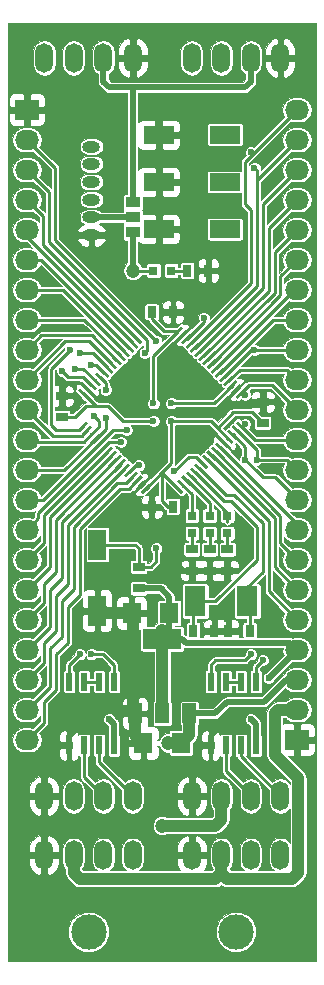
<source format=gbr>
G04 #@! TF.FileFunction,Copper,L1,Top,Signal*
%FSLAX46Y46*%
G04 Gerber Fmt 4.6, Leading zero omitted, Abs format (unit mm)*
G04 Created by KiCad (PCBNEW 4.0.6) date 08/21/17 16:56:05*
%MOMM*%
%LPD*%
G01*
G04 APERTURE LIST*
%ADD10C,0.100000*%
%ADD11R,0.800000X1.000000*%
%ADD12R,1.000000X0.800000*%
%ADD13R,0.797560X0.797560*%
%ADD14R,1.270000X0.965200*%
%ADD15O,1.524000X1.000000*%
%ADD16R,2.032000X1.727200*%
%ADD17O,2.032000X1.727200*%
%ADD18O,1.500000X2.500000*%
%ADD19C,3.000000*%
%ADD20R,1.600000X1.800000*%
%ADD21R,0.600000X1.550000*%
%ADD22R,1.500000X2.600000*%
%ADD23R,1.200000X1.700000*%
%ADD24R,3.300000X1.700000*%
%ADD25R,1.800000X2.600000*%
%ADD26R,2.600000X1.500000*%
%ADD27C,1.200000*%
%ADD28C,0.600000*%
%ADD29C,0.250000*%
%ADD30C,0.500000*%
%ADD31C,1.000000*%
%ADD32C,0.026000*%
G04 APERTURE END LIST*
D10*
D11*
X14900000Y-42500000D03*
X13100000Y-42500000D03*
X13100000Y-26000000D03*
X14900000Y-26000000D03*
D12*
X5500000Y-34900000D03*
X5500000Y-33100000D03*
X22500000Y-35400000D03*
X22500000Y-33600000D03*
D10*
G36*
X15790800Y-41237324D02*
X15614023Y-41414101D01*
X14906916Y-40706994D01*
X15083693Y-40530217D01*
X15790800Y-41237324D01*
X15790800Y-41237324D01*
G37*
G36*
X16144354Y-40883771D02*
X15967577Y-41060548D01*
X15260470Y-40353441D01*
X15437247Y-40176664D01*
X16144354Y-40883771D01*
X16144354Y-40883771D01*
G37*
G36*
X16497907Y-40530217D02*
X16321130Y-40706994D01*
X15614023Y-39999887D01*
X15790800Y-39823110D01*
X16497907Y-40530217D01*
X16497907Y-40530217D01*
G37*
G36*
X16851460Y-40176664D02*
X16674683Y-40353441D01*
X15967576Y-39646334D01*
X16144353Y-39469557D01*
X16851460Y-40176664D01*
X16851460Y-40176664D01*
G37*
G36*
X17205014Y-39823111D02*
X17028237Y-39999888D01*
X16321130Y-39292781D01*
X16497907Y-39116004D01*
X17205014Y-39823111D01*
X17205014Y-39823111D01*
G37*
G36*
X17558567Y-39469557D02*
X17381790Y-39646334D01*
X16674683Y-38939227D01*
X16851460Y-38762450D01*
X17558567Y-39469557D01*
X17558567Y-39469557D01*
G37*
G36*
X17912121Y-39116004D02*
X17735344Y-39292781D01*
X17028237Y-38585674D01*
X17205014Y-38408897D01*
X17912121Y-39116004D01*
X17912121Y-39116004D01*
G37*
G36*
X18265674Y-38762450D02*
X18088897Y-38939227D01*
X17381790Y-38232120D01*
X17558567Y-38055343D01*
X18265674Y-38762450D01*
X18265674Y-38762450D01*
G37*
G36*
X18619227Y-38408897D02*
X18442450Y-38585674D01*
X17735343Y-37878567D01*
X17912120Y-37701790D01*
X18619227Y-38408897D01*
X18619227Y-38408897D01*
G37*
G36*
X18972781Y-38055344D02*
X18796004Y-38232121D01*
X18088897Y-37525014D01*
X18265674Y-37348237D01*
X18972781Y-38055344D01*
X18972781Y-38055344D01*
G37*
G36*
X19326334Y-37701790D02*
X19149557Y-37878567D01*
X18442450Y-37171460D01*
X18619227Y-36994683D01*
X19326334Y-37701790D01*
X19326334Y-37701790D01*
G37*
G36*
X19679888Y-37348237D02*
X19503111Y-37525014D01*
X18796004Y-36817907D01*
X18972781Y-36641130D01*
X19679888Y-37348237D01*
X19679888Y-37348237D01*
G37*
G36*
X20033441Y-36994683D02*
X19856664Y-37171460D01*
X19149557Y-36464353D01*
X19326334Y-36287576D01*
X20033441Y-36994683D01*
X20033441Y-36994683D01*
G37*
G36*
X20386994Y-36641130D02*
X20210217Y-36817907D01*
X19503110Y-36110800D01*
X19679887Y-35934023D01*
X20386994Y-36641130D01*
X20386994Y-36641130D01*
G37*
G36*
X20740548Y-36287577D02*
X20563771Y-36464354D01*
X19856664Y-35757247D01*
X20033441Y-35580470D01*
X20740548Y-36287577D01*
X20740548Y-36287577D01*
G37*
G36*
X21094101Y-35934023D02*
X20917324Y-36110800D01*
X20210217Y-35403693D01*
X20386994Y-35226916D01*
X21094101Y-35934023D01*
X21094101Y-35934023D01*
G37*
G36*
X20917324Y-32469200D02*
X21094101Y-32645977D01*
X20386994Y-33353084D01*
X20210217Y-33176307D01*
X20917324Y-32469200D01*
X20917324Y-32469200D01*
G37*
G36*
X20563771Y-32115646D02*
X20740548Y-32292423D01*
X20033441Y-32999530D01*
X19856664Y-32822753D01*
X20563771Y-32115646D01*
X20563771Y-32115646D01*
G37*
G36*
X20210217Y-31762093D02*
X20386994Y-31938870D01*
X19679887Y-32645977D01*
X19503110Y-32469200D01*
X20210217Y-31762093D01*
X20210217Y-31762093D01*
G37*
G36*
X19856664Y-31408540D02*
X20033441Y-31585317D01*
X19326334Y-32292424D01*
X19149557Y-32115647D01*
X19856664Y-31408540D01*
X19856664Y-31408540D01*
G37*
G36*
X19503111Y-31054986D02*
X19679888Y-31231763D01*
X18972781Y-31938870D01*
X18796004Y-31762093D01*
X19503111Y-31054986D01*
X19503111Y-31054986D01*
G37*
G36*
X19149557Y-30701433D02*
X19326334Y-30878210D01*
X18619227Y-31585317D01*
X18442450Y-31408540D01*
X19149557Y-30701433D01*
X19149557Y-30701433D01*
G37*
G36*
X18796004Y-30347879D02*
X18972781Y-30524656D01*
X18265674Y-31231763D01*
X18088897Y-31054986D01*
X18796004Y-30347879D01*
X18796004Y-30347879D01*
G37*
G36*
X18442450Y-29994326D02*
X18619227Y-30171103D01*
X17912120Y-30878210D01*
X17735343Y-30701433D01*
X18442450Y-29994326D01*
X18442450Y-29994326D01*
G37*
G36*
X18088897Y-29640773D02*
X18265674Y-29817550D01*
X17558567Y-30524657D01*
X17381790Y-30347880D01*
X18088897Y-29640773D01*
X18088897Y-29640773D01*
G37*
G36*
X17735344Y-29287219D02*
X17912121Y-29463996D01*
X17205014Y-30171103D01*
X17028237Y-29994326D01*
X17735344Y-29287219D01*
X17735344Y-29287219D01*
G37*
G36*
X17381790Y-28933666D02*
X17558567Y-29110443D01*
X16851460Y-29817550D01*
X16674683Y-29640773D01*
X17381790Y-28933666D01*
X17381790Y-28933666D01*
G37*
G36*
X17028237Y-28580112D02*
X17205014Y-28756889D01*
X16497907Y-29463996D01*
X16321130Y-29287219D01*
X17028237Y-28580112D01*
X17028237Y-28580112D01*
G37*
G36*
X16674683Y-28226559D02*
X16851460Y-28403336D01*
X16144353Y-29110443D01*
X15967576Y-28933666D01*
X16674683Y-28226559D01*
X16674683Y-28226559D01*
G37*
G36*
X16321130Y-27873006D02*
X16497907Y-28049783D01*
X15790800Y-28756890D01*
X15614023Y-28580113D01*
X16321130Y-27873006D01*
X16321130Y-27873006D01*
G37*
G36*
X15967577Y-27519452D02*
X16144354Y-27696229D01*
X15437247Y-28403336D01*
X15260470Y-28226559D01*
X15967577Y-27519452D01*
X15967577Y-27519452D01*
G37*
G36*
X15614023Y-27165899D02*
X15790800Y-27342676D01*
X15083693Y-28049783D01*
X14906916Y-27873006D01*
X15614023Y-27165899D01*
X15614023Y-27165899D01*
G37*
G36*
X13033084Y-27873006D02*
X12856307Y-28049783D01*
X12149200Y-27342676D01*
X12325977Y-27165899D01*
X13033084Y-27873006D01*
X13033084Y-27873006D01*
G37*
G36*
X12679530Y-28226559D02*
X12502753Y-28403336D01*
X11795646Y-27696229D01*
X11972423Y-27519452D01*
X12679530Y-28226559D01*
X12679530Y-28226559D01*
G37*
G36*
X12325977Y-28580113D02*
X12149200Y-28756890D01*
X11442093Y-28049783D01*
X11618870Y-27873006D01*
X12325977Y-28580113D01*
X12325977Y-28580113D01*
G37*
G36*
X11972424Y-28933666D02*
X11795647Y-29110443D01*
X11088540Y-28403336D01*
X11265317Y-28226559D01*
X11972424Y-28933666D01*
X11972424Y-28933666D01*
G37*
G36*
X11618870Y-29287219D02*
X11442093Y-29463996D01*
X10734986Y-28756889D01*
X10911763Y-28580112D01*
X11618870Y-29287219D01*
X11618870Y-29287219D01*
G37*
G36*
X11265317Y-29640773D02*
X11088540Y-29817550D01*
X10381433Y-29110443D01*
X10558210Y-28933666D01*
X11265317Y-29640773D01*
X11265317Y-29640773D01*
G37*
G36*
X10911763Y-29994326D02*
X10734986Y-30171103D01*
X10027879Y-29463996D01*
X10204656Y-29287219D01*
X10911763Y-29994326D01*
X10911763Y-29994326D01*
G37*
G36*
X10558210Y-30347880D02*
X10381433Y-30524657D01*
X9674326Y-29817550D01*
X9851103Y-29640773D01*
X10558210Y-30347880D01*
X10558210Y-30347880D01*
G37*
G36*
X10204657Y-30701433D02*
X10027880Y-30878210D01*
X9320773Y-30171103D01*
X9497550Y-29994326D01*
X10204657Y-30701433D01*
X10204657Y-30701433D01*
G37*
G36*
X9851103Y-31054986D02*
X9674326Y-31231763D01*
X8967219Y-30524656D01*
X9143996Y-30347879D01*
X9851103Y-31054986D01*
X9851103Y-31054986D01*
G37*
G36*
X9497550Y-31408540D02*
X9320773Y-31585317D01*
X8613666Y-30878210D01*
X8790443Y-30701433D01*
X9497550Y-31408540D01*
X9497550Y-31408540D01*
G37*
G36*
X9143996Y-31762093D02*
X8967219Y-31938870D01*
X8260112Y-31231763D01*
X8436889Y-31054986D01*
X9143996Y-31762093D01*
X9143996Y-31762093D01*
G37*
G36*
X8790443Y-32115647D02*
X8613666Y-32292424D01*
X7906559Y-31585317D01*
X8083336Y-31408540D01*
X8790443Y-32115647D01*
X8790443Y-32115647D01*
G37*
G36*
X8436890Y-32469200D02*
X8260113Y-32645977D01*
X7553006Y-31938870D01*
X7729783Y-31762093D01*
X8436890Y-32469200D01*
X8436890Y-32469200D01*
G37*
G36*
X8083336Y-32822753D02*
X7906559Y-32999530D01*
X7199452Y-32292423D01*
X7376229Y-32115646D01*
X8083336Y-32822753D01*
X8083336Y-32822753D01*
G37*
G36*
X7729783Y-33176307D02*
X7553006Y-33353084D01*
X6845899Y-32645977D01*
X7022676Y-32469200D01*
X7729783Y-33176307D01*
X7729783Y-33176307D01*
G37*
G36*
X7553006Y-35226916D02*
X7729783Y-35403693D01*
X7022676Y-36110800D01*
X6845899Y-35934023D01*
X7553006Y-35226916D01*
X7553006Y-35226916D01*
G37*
G36*
X7906559Y-35580470D02*
X8083336Y-35757247D01*
X7376229Y-36464354D01*
X7199452Y-36287577D01*
X7906559Y-35580470D01*
X7906559Y-35580470D01*
G37*
G36*
X8260113Y-35934023D02*
X8436890Y-36110800D01*
X7729783Y-36817907D01*
X7553006Y-36641130D01*
X8260113Y-35934023D01*
X8260113Y-35934023D01*
G37*
G36*
X8613666Y-36287576D02*
X8790443Y-36464353D01*
X8083336Y-37171460D01*
X7906559Y-36994683D01*
X8613666Y-36287576D01*
X8613666Y-36287576D01*
G37*
G36*
X8967219Y-36641130D02*
X9143996Y-36817907D01*
X8436889Y-37525014D01*
X8260112Y-37348237D01*
X8967219Y-36641130D01*
X8967219Y-36641130D01*
G37*
G36*
X9320773Y-36994683D02*
X9497550Y-37171460D01*
X8790443Y-37878567D01*
X8613666Y-37701790D01*
X9320773Y-36994683D01*
X9320773Y-36994683D01*
G37*
G36*
X9674326Y-37348237D02*
X9851103Y-37525014D01*
X9143996Y-38232121D01*
X8967219Y-38055344D01*
X9674326Y-37348237D01*
X9674326Y-37348237D01*
G37*
G36*
X10027880Y-37701790D02*
X10204657Y-37878567D01*
X9497550Y-38585674D01*
X9320773Y-38408897D01*
X10027880Y-37701790D01*
X10027880Y-37701790D01*
G37*
G36*
X10381433Y-38055343D02*
X10558210Y-38232120D01*
X9851103Y-38939227D01*
X9674326Y-38762450D01*
X10381433Y-38055343D01*
X10381433Y-38055343D01*
G37*
G36*
X10734986Y-38408897D02*
X10911763Y-38585674D01*
X10204656Y-39292781D01*
X10027879Y-39116004D01*
X10734986Y-38408897D01*
X10734986Y-38408897D01*
G37*
G36*
X11088540Y-38762450D02*
X11265317Y-38939227D01*
X10558210Y-39646334D01*
X10381433Y-39469557D01*
X11088540Y-38762450D01*
X11088540Y-38762450D01*
G37*
G36*
X11442093Y-39116004D02*
X11618870Y-39292781D01*
X10911763Y-39999888D01*
X10734986Y-39823111D01*
X11442093Y-39116004D01*
X11442093Y-39116004D01*
G37*
G36*
X11795647Y-39469557D02*
X11972424Y-39646334D01*
X11265317Y-40353441D01*
X11088540Y-40176664D01*
X11795647Y-39469557D01*
X11795647Y-39469557D01*
G37*
G36*
X12149200Y-39823110D02*
X12325977Y-39999887D01*
X11618870Y-40706994D01*
X11442093Y-40530217D01*
X12149200Y-39823110D01*
X12149200Y-39823110D01*
G37*
G36*
X12502753Y-40176664D02*
X12679530Y-40353441D01*
X11972423Y-41060548D01*
X11795646Y-40883771D01*
X12502753Y-40176664D01*
X12502753Y-40176664D01*
G37*
G36*
X12856307Y-40530217D02*
X13033084Y-40706994D01*
X12325977Y-41414101D01*
X12149200Y-41237324D01*
X12856307Y-40530217D01*
X12856307Y-40530217D01*
G37*
D13*
X16500000Y-44749300D03*
X16500000Y-43250700D03*
X18000000Y-44749300D03*
X18000000Y-43250700D03*
X19500000Y-44749300D03*
X19500000Y-43250700D03*
X14749300Y-22500000D03*
X13250700Y-22500000D03*
D14*
X11500000Y-19270000D03*
X11500000Y-18000000D03*
X11500000Y-16730000D03*
D15*
X8000000Y-19500000D03*
X8000000Y-18000000D03*
X8000000Y-16500000D03*
X8000000Y-15000000D03*
X8000000Y-13500000D03*
X8000000Y-12000000D03*
D12*
X16500000Y-47900000D03*
X16500000Y-46100000D03*
X18000000Y-47900000D03*
X18000000Y-46100000D03*
X19500000Y-47900000D03*
X19500000Y-46100000D03*
D11*
X17900000Y-22500000D03*
X16100000Y-22500000D03*
D16*
X2540000Y-8890000D03*
D17*
X2540000Y-11430000D03*
X2540000Y-13970000D03*
X2540000Y-16510000D03*
X2540000Y-19050000D03*
X2540000Y-21590000D03*
X2540000Y-24130000D03*
X2540000Y-26670000D03*
X2540000Y-29210000D03*
X2540000Y-31750000D03*
X2540000Y-34290000D03*
X2540000Y-36830000D03*
X2540000Y-39370000D03*
X2540000Y-41910000D03*
X2540000Y-44450000D03*
X2540000Y-46990000D03*
X2540000Y-49530000D03*
X2540000Y-52070000D03*
X2540000Y-54610000D03*
X2540000Y-57150000D03*
X2540000Y-59690000D03*
X2540000Y-62230000D03*
D16*
X25400000Y-62230000D03*
D17*
X25400000Y-59690000D03*
X25400000Y-57150000D03*
X25400000Y-54610000D03*
X25400000Y-52070000D03*
X25400000Y-49530000D03*
X25400000Y-46990000D03*
X25400000Y-44450000D03*
X25400000Y-41910000D03*
X25400000Y-39370000D03*
X25400000Y-36830000D03*
X25400000Y-34290000D03*
X25400000Y-31750000D03*
X25400000Y-29210000D03*
X25400000Y-26670000D03*
X25400000Y-24130000D03*
X25400000Y-21590000D03*
X25400000Y-19050000D03*
X25400000Y-16510000D03*
X25400000Y-13970000D03*
X25400000Y-11430000D03*
X25400000Y-8890000D03*
D18*
X4000000Y-4500000D03*
X6500000Y-4500000D03*
X9000000Y-4500000D03*
X11500000Y-4500000D03*
X16500000Y-4500000D03*
X19000000Y-4500000D03*
X21500000Y-4500000D03*
X24000000Y-4500000D03*
X16500000Y-72000000D03*
X19000000Y-72000000D03*
X21500000Y-72000000D03*
X24000000Y-72000000D03*
D19*
X20250000Y-78500000D03*
D18*
X4000000Y-72000000D03*
X6500000Y-72000000D03*
X9000000Y-72000000D03*
X11500000Y-72000000D03*
D19*
X7750000Y-78500000D03*
D18*
X24000000Y-67000000D03*
X21500000Y-67000000D03*
X19000000Y-67000000D03*
X16500000Y-67000000D03*
X11500000Y-67000000D03*
X9000000Y-67000000D03*
X6500000Y-67000000D03*
X4000000Y-67000000D03*
D11*
X21400000Y-53000000D03*
X19600000Y-53000000D03*
X16600000Y-53000000D03*
X18400000Y-53000000D03*
D20*
X14600000Y-51500000D03*
X11400000Y-51500000D03*
X15600000Y-62500000D03*
X12400000Y-62500000D03*
D21*
X21905000Y-57300000D03*
X20635000Y-57300000D03*
X19365000Y-57300000D03*
X18095000Y-57300000D03*
X18095000Y-62700000D03*
X19365000Y-62700000D03*
X20635000Y-62700000D03*
X21905000Y-62700000D03*
X9905000Y-57300000D03*
X8635000Y-57300000D03*
X7365000Y-57300000D03*
X6095000Y-57300000D03*
X6095000Y-62700000D03*
X7365000Y-62700000D03*
X8635000Y-62700000D03*
X9905000Y-62700000D03*
D12*
X12000000Y-49400000D03*
X12000000Y-47600000D03*
D22*
X8500000Y-45700000D03*
X8500000Y-51300000D03*
D23*
X11700000Y-60000000D03*
X14000000Y-60000000D03*
X16300000Y-60000000D03*
D24*
X14000000Y-53700000D03*
D25*
X21200000Y-50500000D03*
X16800000Y-50500000D03*
D26*
X19300000Y-11000000D03*
X13700000Y-11000000D03*
X19300000Y-15000000D03*
X13700000Y-15000000D03*
X19300000Y-19000000D03*
X13700000Y-19000000D03*
D27*
X11500000Y-22500000D03*
X14000000Y-53000000D03*
D28*
X23000000Y-57000000D03*
X21500000Y-60500000D03*
X9500000Y-60500000D03*
X14750000Y-35250000D03*
X14750000Y-33750000D03*
X13250000Y-33750000D03*
X13250000Y-35250000D03*
X21000000Y-38500000D03*
X22000000Y-38500000D03*
X21000000Y-35500000D03*
X21000000Y-33000000D03*
X21800000Y-29210000D03*
X21800000Y-13800000D03*
X21500000Y-12500000D03*
X8200000Y-34800000D03*
X9200000Y-35000000D03*
X11000000Y-36000000D03*
X10500000Y-37000000D03*
X13500000Y-9500000D03*
X12500000Y-24500000D03*
X12000000Y-33500000D03*
D27*
X11000000Y-51500000D03*
D28*
X12000000Y-34500000D03*
D27*
X11500000Y-55000000D03*
D28*
X6500000Y-61500000D03*
X18500000Y-61500000D03*
X19500000Y-48500000D03*
X19500000Y-52000000D03*
X15400000Y-36000000D03*
X15400000Y-34500000D03*
X14000000Y-34500000D03*
X6200000Y-29200000D03*
X7000000Y-29500000D03*
X8000000Y-30500000D03*
X9200000Y-32600000D03*
X6600000Y-30800000D03*
X5500000Y-31000000D03*
D27*
X14500000Y-62500000D03*
X14000000Y-69500000D03*
D28*
X12000000Y-39000000D03*
X13500000Y-46000000D03*
X15000000Y-39500000D03*
X17500000Y-26500000D03*
X22500000Y-55500000D03*
X21500000Y-55000000D03*
X8000000Y-55000000D03*
X7000000Y-55000000D03*
X13500000Y-28500000D03*
X12500000Y-29500000D03*
X19000000Y-11000000D03*
X19000000Y-15000000D03*
X19000000Y-19000000D03*
D29*
X11500000Y-22500000D02*
X13250700Y-22500000D01*
D30*
X11500000Y-19270000D02*
X11500000Y-22500000D01*
D29*
X8388350Y-34011651D02*
X9411651Y-34011651D01*
X9411651Y-34011651D02*
X10650000Y-35250000D01*
D30*
X14000000Y-53000000D02*
X14000000Y-53700000D01*
X12000000Y-49400000D02*
X13900000Y-49400000D01*
X14600000Y-50100000D02*
X14600000Y-51500000D01*
X13900000Y-49400000D02*
X14600000Y-50100000D01*
X25400000Y-54610000D02*
X23010000Y-57000000D01*
X23010000Y-57000000D02*
X23000000Y-57000000D01*
X21905000Y-62700000D02*
X21905000Y-60905000D01*
X21905000Y-60905000D02*
X21500000Y-60500000D01*
X9905000Y-62700000D02*
X9905000Y-60905000D01*
X9905000Y-60905000D02*
X9500000Y-60500000D01*
D31*
X14000000Y-53700000D02*
X14000000Y-60000000D01*
D29*
X13800000Y-60000000D02*
X14000000Y-60000000D01*
D30*
X12100000Y-49500000D02*
X12000000Y-49400000D01*
X14500000Y-51400000D02*
X14600000Y-51500000D01*
X14600000Y-51500000D02*
X14600000Y-53100000D01*
X14600000Y-53100000D02*
X14000000Y-53700000D01*
X14000000Y-53700000D02*
X15700000Y-53700000D01*
X15700000Y-53700000D02*
X16000000Y-54000000D01*
X23000000Y-54000000D02*
X24790000Y-54000000D01*
X16000000Y-54000000D02*
X23000000Y-54000000D01*
X24790000Y-54000000D02*
X25400000Y-54610000D01*
D29*
X14750000Y-33750000D02*
X18399087Y-33750000D01*
X18399087Y-33750000D02*
X19945052Y-32204035D01*
X14000000Y-39563301D02*
X14000000Y-39623301D01*
X14000000Y-39623301D02*
X15348858Y-40972159D01*
X14900000Y-42500000D02*
X14500000Y-42500000D01*
X14500000Y-42500000D02*
X14000000Y-42000000D01*
X14000000Y-42000000D02*
X14000000Y-39563301D01*
X13100000Y-26000000D02*
X13100000Y-26600000D01*
X14107841Y-27607841D02*
X15348858Y-27607841D01*
X13100000Y-26600000D02*
X14107841Y-27607841D01*
X5500000Y-34900000D02*
X6600000Y-34900000D01*
X7500000Y-34000000D02*
X8376699Y-34000000D01*
X6600000Y-34900000D02*
X7500000Y-34000000D01*
X22500000Y-35400000D02*
X21600000Y-34500000D01*
X20000001Y-34500000D02*
X18680991Y-35819010D01*
X21600000Y-34500000D02*
X20000001Y-34500000D01*
X19591499Y-36729518D02*
X18680991Y-35819010D01*
X18680991Y-35819010D02*
X18111981Y-35250000D01*
X18111981Y-35250000D02*
X14750000Y-35250000D01*
X12591142Y-40972159D02*
X14000000Y-39563301D01*
X14000000Y-39563301D02*
X14750000Y-38813301D01*
X14750000Y-38813301D02*
X14750000Y-35250000D01*
X7287841Y-32911142D02*
X8376699Y-34000000D01*
X8376699Y-34000000D02*
X8388350Y-34011651D01*
X13250000Y-29706699D02*
X13250000Y-33750000D01*
X13250000Y-29706699D02*
X15348858Y-27607841D01*
X10650000Y-35250000D02*
X13250000Y-35250000D01*
X15702412Y-40618606D02*
X16500000Y-41416194D01*
X16500000Y-41416194D02*
X16500000Y-43250700D01*
X16055965Y-40265052D02*
X18000000Y-42209087D01*
X18000000Y-42209087D02*
X18000000Y-43250700D01*
X19500000Y-43250700D02*
X19500000Y-43001981D01*
X19500000Y-43001981D02*
X16409518Y-39911499D01*
X19400000Y-43150700D02*
X19500000Y-43250700D01*
X19500000Y-43001981D02*
X19500000Y-43750700D01*
X17823732Y-38497285D02*
X23000000Y-43673553D01*
X23000000Y-49670000D02*
X25400000Y-52070000D01*
X23000000Y-43673553D02*
X23000000Y-49670000D01*
X18177285Y-38143732D02*
X23500000Y-43466447D01*
X23500000Y-47630000D02*
X25400000Y-49530000D01*
X23500000Y-43466447D02*
X23500000Y-47630000D01*
X18530839Y-37790179D02*
X24000000Y-43259340D01*
X24000000Y-45590000D02*
X25400000Y-46990000D01*
X24000000Y-43259340D02*
X24000000Y-45590000D01*
X18884392Y-37436625D02*
X25400000Y-43952233D01*
X25400000Y-43952233D02*
X25400000Y-44450000D01*
X19945052Y-36375965D02*
X21000000Y-37430913D01*
X21000000Y-38500000D02*
X22000000Y-39500000D01*
X21000000Y-37430913D02*
X21000000Y-38500000D01*
X22000000Y-39500000D02*
X22500000Y-40000000D01*
X22500000Y-40000000D02*
X23569087Y-40000000D01*
X23569087Y-40000000D02*
X25400000Y-41830913D01*
X25400000Y-41830913D02*
X25400000Y-41910000D01*
X22000000Y-38500000D02*
X24530000Y-38500000D01*
X24530000Y-38500000D02*
X25400000Y-39370000D01*
X22000000Y-38500000D02*
X22000000Y-37723806D01*
X22000000Y-37723806D02*
X20298606Y-36022412D01*
X20652159Y-35668858D02*
X20831142Y-35668858D01*
X20831142Y-35668858D02*
X21000000Y-35500000D01*
X20652159Y-35668858D02*
X21813301Y-36830000D01*
X21813301Y-36830000D02*
X25400000Y-36830000D01*
X20741017Y-33000000D02*
X20652159Y-32911142D01*
X20741017Y-33000000D02*
X21000000Y-33000000D01*
X20652159Y-32911142D02*
X21363301Y-32200000D01*
X23310000Y-32200000D02*
X25400000Y-34290000D01*
X21363301Y-32200000D02*
X23310000Y-32200000D01*
X19591499Y-31850482D02*
X20541981Y-30900000D01*
X24550000Y-30900000D02*
X25400000Y-31750000D01*
X20541981Y-30900000D02*
X24550000Y-30900000D01*
X19237946Y-31496928D02*
X21524874Y-29210000D01*
X21524874Y-29210000D02*
X21800000Y-29210000D01*
X21800000Y-29210000D02*
X25400000Y-29210000D01*
X18884392Y-31143375D02*
X23357767Y-26670000D01*
X23357767Y-26670000D02*
X25400000Y-26670000D01*
X18530839Y-30789821D02*
X25190660Y-24130000D01*
X25190660Y-24130000D02*
X25400000Y-24130000D01*
X18177285Y-30436268D02*
X24000000Y-24613553D01*
X24000000Y-22990000D02*
X25400000Y-21590000D01*
X24000000Y-24613553D02*
X24000000Y-22990000D01*
X17823732Y-30082715D02*
X23500000Y-24406447D01*
X23500000Y-20950000D02*
X25400000Y-19050000D01*
X23500000Y-24406447D02*
X23500000Y-20950000D01*
X17470179Y-29729161D02*
X23000000Y-24199340D01*
X23000000Y-18910000D02*
X25400000Y-16510000D01*
X23000000Y-24199340D02*
X23000000Y-18910000D01*
X17116625Y-29375608D02*
X22500000Y-23992233D01*
X22500000Y-16870000D02*
X25400000Y-13970000D01*
X22500000Y-23992233D02*
X22500000Y-16870000D01*
X22000000Y-14830000D02*
X22000000Y-14000000D01*
X22000000Y-14000000D02*
X21800000Y-13800000D01*
X22000000Y-14830000D02*
X25400000Y-11430000D01*
X16763072Y-29022054D02*
X22000000Y-23785126D01*
X22000000Y-23785126D02*
X22000000Y-14830000D01*
X21645000Y-12645000D02*
X21500000Y-12500000D01*
X25400000Y-8890000D02*
X21645000Y-12645000D01*
X21645000Y-12645000D02*
X21000000Y-13290000D01*
X21000000Y-16900004D02*
X21500000Y-17400004D01*
X21000000Y-13290000D02*
X21000000Y-16900004D01*
X16409518Y-28668501D02*
X21500000Y-23578019D01*
X21500000Y-23578019D02*
X21500000Y-17400004D01*
X11884035Y-28314948D02*
X3900000Y-20330913D01*
X3900000Y-17870000D02*
X2540000Y-16510000D01*
X3900000Y-20330913D02*
X3900000Y-17870000D01*
X11530482Y-28668501D02*
X2540000Y-19678019D01*
X2540000Y-19678019D02*
X2540000Y-19050000D01*
X11176928Y-29022054D02*
X3744874Y-21590000D01*
X3744874Y-21590000D02*
X2540000Y-21590000D01*
X10823375Y-29375608D02*
X5577767Y-24130000D01*
X5577767Y-24130000D02*
X2540000Y-24130000D01*
X10469821Y-29729161D02*
X7410660Y-26670000D01*
X7410660Y-26670000D02*
X2540000Y-26670000D01*
X10116268Y-30082715D02*
X8033553Y-28000000D01*
X3750000Y-28000000D02*
X2540000Y-29210000D01*
X8033553Y-28000000D02*
X3750000Y-28000000D01*
X9762715Y-30436268D02*
X7826447Y-28500000D01*
X5790000Y-28500000D02*
X2540000Y-31750000D01*
X7826447Y-28500000D02*
X5790000Y-28500000D01*
X7641394Y-36022412D02*
X7163806Y-36500000D01*
X4750000Y-36500000D02*
X2540000Y-34290000D01*
X7163806Y-36500000D02*
X4750000Y-36500000D01*
X8600000Y-35200000D02*
X8200000Y-34800000D01*
X8600000Y-35770913D02*
X8600000Y-35200000D01*
X8600000Y-35770913D02*
X7994948Y-36375965D01*
X2710000Y-37000000D02*
X7370913Y-37000000D01*
X2540000Y-36830000D02*
X2710000Y-37000000D01*
X7370913Y-37000000D02*
X7994948Y-36375965D01*
X9200000Y-35878019D02*
X9200000Y-35000000D01*
X9200000Y-35878019D02*
X8348501Y-36729518D01*
X8348501Y-36729518D02*
X5708019Y-39370000D01*
X5708019Y-39370000D02*
X2540000Y-39370000D01*
X9855835Y-36000000D02*
X8737409Y-37118426D01*
X11000000Y-36000000D02*
X9855835Y-36000000D01*
X8737409Y-37118426D02*
X8702054Y-37083072D01*
X8702054Y-37083072D02*
X3875126Y-41910000D01*
X3875126Y-41910000D02*
X2540000Y-41910000D01*
X9492233Y-37000000D02*
X10500000Y-37000000D01*
X9055608Y-37436625D02*
X9492233Y-37000000D01*
X2540000Y-44450000D02*
X3500000Y-43490000D01*
X3500000Y-43490000D02*
X3500000Y-42992233D01*
X9055608Y-37436625D02*
X3500000Y-42992233D01*
X9409161Y-37790179D02*
X4000000Y-43199340D01*
X4000000Y-45530000D02*
X2540000Y-46990000D01*
X4000000Y-43199340D02*
X4000000Y-45530000D01*
X9762715Y-38143732D02*
X4500000Y-43406447D01*
X4500000Y-47570000D02*
X2540000Y-49530000D01*
X4500000Y-43406447D02*
X4500000Y-47570000D01*
X2540000Y-52070000D02*
X4000000Y-50610000D01*
X4000000Y-49000000D02*
X5000000Y-48000000D01*
X4000000Y-50610000D02*
X4000000Y-49000000D01*
X10116268Y-38497285D02*
X5000000Y-43613553D01*
X5000000Y-43613553D02*
X5000000Y-48000000D01*
X4500000Y-52650000D02*
X4500000Y-49549998D01*
X4500000Y-49549998D02*
X5500000Y-48549998D01*
X2540000Y-54610000D02*
X4500000Y-52650000D01*
X10469821Y-38850839D02*
X5500000Y-43820660D01*
X5500000Y-43820660D02*
X5500000Y-48549998D01*
X2540000Y-57150000D02*
X4000000Y-55690000D01*
X5000000Y-50049998D02*
X6000000Y-49049998D01*
X5000000Y-53000000D02*
X5000000Y-50049998D01*
X4000000Y-54000000D02*
X5000000Y-53000000D01*
X4000000Y-55690000D02*
X4000000Y-54000000D01*
X10823375Y-39204392D02*
X6000000Y-44027767D01*
X6000000Y-44027767D02*
X6000000Y-49049998D01*
X11530482Y-39911499D02*
X10941981Y-40500000D01*
X6500000Y-44200000D02*
X6500000Y-49500000D01*
X10200000Y-40500000D02*
X6500000Y-44200000D01*
X10941981Y-40500000D02*
X10200000Y-40500000D01*
X2540000Y-59690000D02*
X4500000Y-57730000D01*
X4500000Y-57730000D02*
X4500000Y-54500000D01*
X4500000Y-54500000D02*
X5500000Y-53500000D01*
X5500000Y-53500000D02*
X5500000Y-50500000D01*
X5500000Y-50500000D02*
X6500000Y-49500000D01*
X11149087Y-41000000D02*
X10400000Y-41000000D01*
X7000000Y-44400000D02*
X7000000Y-50000000D01*
X10400000Y-41000000D02*
X7000000Y-44400000D01*
X2540000Y-62230000D02*
X4000000Y-60770000D01*
X6000000Y-51000000D02*
X7000000Y-50000000D01*
X6000000Y-54000000D02*
X6000000Y-51000000D01*
X5000000Y-55000000D02*
X6000000Y-54000000D01*
X5000000Y-58000000D02*
X5000000Y-55000000D01*
X4000000Y-59000000D02*
X5000000Y-58000000D01*
X4000000Y-60770000D02*
X4000000Y-59000000D01*
X11884035Y-40265052D02*
X11149087Y-41000000D01*
X13700000Y-19000000D02*
X13700000Y-20200000D01*
X17900000Y-21400000D02*
X17900000Y-22500000D01*
X17500000Y-21000000D02*
X17900000Y-21400000D01*
X14500000Y-21000000D02*
X17500000Y-21000000D01*
X13700000Y-20200000D02*
X14500000Y-21000000D01*
X13500000Y-9500000D02*
X13500000Y-10800000D01*
X13500000Y-10800000D02*
X13700000Y-11000000D01*
X13700000Y-15000000D02*
X13700000Y-11000000D01*
X13700000Y-19000000D02*
X13700000Y-15000000D01*
X14900000Y-26000000D02*
X14900000Y-24900000D01*
X14500000Y-24500000D02*
X12500000Y-24500000D01*
X12500000Y-24500000D02*
X10500000Y-24500000D01*
X14900000Y-24900000D02*
X14500000Y-24500000D01*
X10500000Y-24500000D02*
X8000000Y-22000000D01*
X8000000Y-19500000D02*
X8000000Y-22000000D01*
X11000000Y-34500000D02*
X9900000Y-33400000D01*
X9900000Y-33400000D02*
X8483806Y-33400000D01*
D30*
X11000000Y-51500000D02*
X11400000Y-51500000D01*
X6500000Y-61500000D02*
X8500000Y-59500000D01*
X8500000Y-59500000D02*
X11200000Y-59500000D01*
X11200000Y-59500000D02*
X11700000Y-60000000D01*
X6095000Y-62700000D02*
X6095000Y-61905000D01*
X6095000Y-61905000D02*
X6500000Y-61500000D01*
X18095000Y-62700000D02*
X18095000Y-61905000D01*
X18095000Y-61905000D02*
X18500000Y-61500000D01*
D31*
X11700000Y-60000000D02*
X11700000Y-61800000D01*
X11700000Y-61800000D02*
X12400000Y-62500000D01*
X9000000Y-51300000D02*
X9200000Y-51500000D01*
X9200000Y-51500000D02*
X10500000Y-51500000D01*
X10500000Y-51500000D02*
X11400000Y-51500000D01*
D29*
X13100000Y-42500000D02*
X13100000Y-43600000D01*
X15900000Y-47900000D02*
X16500000Y-47900000D01*
X15500000Y-47500000D02*
X15900000Y-47900000D01*
X15500000Y-44500000D02*
X15500000Y-47500000D01*
X15000000Y-44000000D02*
X15500000Y-44500000D01*
X13100000Y-43600000D02*
X13500000Y-44000000D01*
X13500000Y-44000000D02*
X15000000Y-44000000D01*
X19600000Y-53000000D02*
X19600000Y-52100000D01*
X19500000Y-48500000D02*
X19500000Y-47900000D01*
X19600000Y-52100000D02*
X19500000Y-52000000D01*
X18400000Y-53000000D02*
X19600000Y-53000000D01*
X18000000Y-47900000D02*
X16500000Y-47900000D01*
X19500000Y-47900000D02*
X18000000Y-47900000D01*
X19237946Y-37083072D02*
X18154874Y-36000000D01*
X18154874Y-36000000D02*
X15400000Y-36000000D01*
X14000000Y-34500000D02*
X15400000Y-34500000D01*
X12237588Y-40618606D02*
X11500000Y-41356194D01*
X12000000Y-42500000D02*
X13100000Y-42500000D01*
X11500000Y-42000000D02*
X12000000Y-42500000D01*
X11500000Y-41356194D02*
X11500000Y-42000000D01*
X14900000Y-26000000D02*
X16000000Y-26000000D01*
X16500000Y-27163806D02*
X15702412Y-27961394D01*
X16500000Y-26500000D02*
X16500000Y-27163806D01*
X16000000Y-26000000D02*
X16500000Y-26500000D01*
X7641394Y-32557588D02*
X7083806Y-32000000D01*
X5500000Y-32500000D02*
X5500000Y-33100000D01*
X6000000Y-32000000D02*
X5500000Y-32500000D01*
X7083806Y-32000000D02*
X6000000Y-32000000D01*
X22500000Y-33600000D02*
X22100000Y-34000000D01*
X22100000Y-34000000D02*
X18856194Y-34000000D01*
X18856194Y-34000000D02*
X19000000Y-34000000D01*
X19000000Y-34000000D02*
X19000000Y-33856194D01*
X15702412Y-27961394D02*
X14000000Y-29663806D01*
X14000000Y-29663806D02*
X14000000Y-34500000D01*
X12237588Y-40618606D02*
X14000000Y-38856194D01*
X14000000Y-38856194D02*
X14000000Y-36000000D01*
X14000000Y-36000000D02*
X14000000Y-34500000D01*
X7641394Y-32557588D02*
X8483806Y-33400000D01*
X11000000Y-34500000D02*
X12000000Y-34500000D01*
X18356194Y-34500000D02*
X19000000Y-33856194D01*
X19000000Y-33856194D02*
X20298606Y-32557588D01*
X12000000Y-34500000D02*
X14000000Y-34500000D01*
X15400000Y-34500000D02*
X18000000Y-34500000D01*
X18000000Y-34500000D02*
X18356194Y-34500000D01*
D31*
X11700000Y-60000000D02*
X11500000Y-59800000D01*
X11500000Y-59800000D02*
X11500000Y-55000000D01*
X11500000Y-55000000D02*
X11500000Y-52400000D01*
D30*
X11500000Y-18000000D02*
X8000000Y-18000000D01*
D29*
X7287841Y-35668858D02*
X6956699Y-36000000D01*
X6956699Y-36000000D02*
X5000000Y-36000000D01*
X4600000Y-30800000D02*
X6200000Y-29200000D01*
X4600000Y-35600000D02*
X4600000Y-30800000D01*
X5000000Y-36000000D02*
X4600000Y-35600000D01*
X7156699Y-35800000D02*
X7287841Y-35668858D01*
X9409161Y-30789821D02*
X8119340Y-29500000D01*
X8119340Y-29500000D02*
X7000000Y-29500000D01*
X9055608Y-31143375D02*
X8412233Y-30500000D01*
X8412233Y-30500000D02*
X8000000Y-30500000D01*
X8702054Y-31496928D02*
X9200000Y-31994874D01*
X9200000Y-31994874D02*
X9200000Y-32600000D01*
X8348501Y-31850482D02*
X7298019Y-30800000D01*
X7298019Y-30800000D02*
X6600000Y-30800000D01*
X7994948Y-32204035D02*
X7290913Y-31500000D01*
X7290913Y-31500000D02*
X6000000Y-31500000D01*
X6000000Y-31500000D02*
X5500000Y-31000000D01*
X16500000Y-46100000D02*
X16500000Y-44749300D01*
X18000000Y-44749300D02*
X18000000Y-46100000D01*
X19500000Y-44749300D02*
X19500000Y-46100000D01*
X14749300Y-22500000D02*
X16100000Y-22500000D01*
D30*
X9000000Y-4500000D02*
X9000000Y-6500000D01*
X9500000Y-7000000D02*
X11500000Y-7000000D01*
X9000000Y-6500000D02*
X9500000Y-7000000D01*
X21500000Y-4500000D02*
X21500000Y-6500000D01*
X21500000Y-6500000D02*
X21000000Y-7000000D01*
X21000000Y-7000000D02*
X11500000Y-7000000D01*
X11500000Y-16730000D02*
X11500000Y-7000000D01*
D31*
X16300000Y-60000000D02*
X16300000Y-61800000D01*
X16300000Y-61800000D02*
X15600000Y-62500000D01*
X15600000Y-62500000D02*
X14500000Y-62500000D01*
D30*
X15800000Y-62700000D02*
X15600000Y-62500000D01*
X15800000Y-62700000D02*
X15600000Y-62500000D01*
X18500000Y-60000000D02*
X19500000Y-59000000D01*
X19500000Y-59000000D02*
X22600000Y-59000000D01*
X25400000Y-57150000D02*
X24450000Y-57150000D01*
X24450000Y-57150000D02*
X22600000Y-59000000D01*
X18500000Y-60000000D02*
X16300000Y-60000000D01*
D31*
X19000000Y-69000000D02*
X19000000Y-67000000D01*
X18500000Y-69500000D02*
X19000000Y-69000000D01*
X14000000Y-69500000D02*
X18500000Y-69500000D01*
X19000000Y-73500000D02*
X19500000Y-74000000D01*
X19500000Y-74000000D02*
X25000000Y-74000000D01*
X25000000Y-74000000D02*
X25500000Y-73500000D01*
X25500000Y-73500000D02*
X25500000Y-65500000D01*
X25500000Y-65500000D02*
X23500000Y-63500000D01*
X23500000Y-63500000D02*
X23500000Y-60000000D01*
X23500000Y-60000000D02*
X23810000Y-59690000D01*
X23810000Y-59690000D02*
X25400000Y-59690000D01*
X19000000Y-72000000D02*
X19000000Y-73500000D01*
X6500000Y-73500000D02*
X6500000Y-72000000D01*
X7000000Y-74000000D02*
X6500000Y-73500000D01*
X18500000Y-74000000D02*
X7000000Y-74000000D01*
X19000000Y-73500000D02*
X18500000Y-74000000D01*
D29*
X21200000Y-50500000D02*
X21400000Y-50700000D01*
X21400000Y-50700000D02*
X21400000Y-53000000D01*
X17116625Y-39204392D02*
X19412233Y-41500000D01*
X19412233Y-41500000D02*
X20100000Y-41500000D01*
X21200000Y-50500000D02*
X21200000Y-49300000D01*
X21200000Y-49300000D02*
X22500000Y-48000000D01*
X22500000Y-43900000D02*
X20100000Y-41500000D01*
X22500000Y-48000000D02*
X22500000Y-43900000D01*
X16800000Y-50500000D02*
X16600000Y-50700000D01*
X16600000Y-50700000D02*
X16600000Y-53000000D01*
X16763072Y-39557946D02*
X19205126Y-42000000D01*
X19205126Y-42000000D02*
X19800000Y-42000000D01*
X18500000Y-50500000D02*
X16800000Y-50500000D01*
X22000000Y-47000000D02*
X18500000Y-50500000D01*
X22000000Y-44200000D02*
X22000000Y-47000000D01*
X19800000Y-42000000D02*
X22000000Y-44200000D01*
X20635000Y-57300000D02*
X19365000Y-57300000D01*
X19365000Y-62700000D02*
X19365000Y-64865000D01*
X19365000Y-64865000D02*
X21500000Y-67000000D01*
X20635000Y-62700000D02*
X20635000Y-63635000D01*
X20635000Y-63635000D02*
X24000000Y-67000000D01*
X7365000Y-57300000D02*
X8635000Y-57300000D01*
X9000000Y-67000000D02*
X7365000Y-65365000D01*
X7365000Y-65365000D02*
X7365000Y-62700000D01*
X11500000Y-67000000D02*
X8635000Y-64135000D01*
X8635000Y-64135000D02*
X8635000Y-62700000D01*
X11734874Y-39000000D02*
X12000000Y-39000000D01*
X11734874Y-39000000D02*
X11176928Y-39557946D01*
X13500000Y-47100000D02*
X13000000Y-47600000D01*
X13500000Y-46000000D02*
X13500000Y-47100000D01*
X12000000Y-47600000D02*
X13000000Y-47600000D01*
X15000000Y-39500000D02*
X16250000Y-38250000D01*
X16869340Y-38250000D02*
X17470179Y-38850839D01*
X16250000Y-38250000D02*
X16869340Y-38250000D01*
X12000000Y-47600000D02*
X12100000Y-47500000D01*
X9000000Y-45700000D02*
X11700000Y-45700000D01*
X12000000Y-46000000D02*
X12000000Y-47600000D01*
X11700000Y-45700000D02*
X12000000Y-46000000D01*
X16055965Y-28314948D02*
X17500000Y-26870913D01*
X17500000Y-26870913D02*
X17500000Y-26500000D01*
X21905000Y-57300000D02*
X21905000Y-56095000D01*
X21905000Y-56095000D02*
X22500000Y-55500000D01*
X21905000Y-56595000D02*
X21905000Y-57300000D01*
X18500000Y-55500000D02*
X18095000Y-55905000D01*
X21000000Y-55500000D02*
X18500000Y-55500000D01*
X21500000Y-55000000D02*
X21000000Y-55500000D01*
X18095000Y-57300000D02*
X18095000Y-55905000D01*
X9905000Y-57300000D02*
X9905000Y-55905000D01*
X9000000Y-55000000D02*
X8000000Y-55000000D01*
X9905000Y-55905000D02*
X9000000Y-55000000D01*
X6095000Y-55905000D02*
X6095000Y-57300000D01*
X7000000Y-55000000D02*
X6095000Y-55905000D01*
X13500000Y-28500000D02*
X13483301Y-28500000D01*
X12591142Y-27607841D02*
X13483301Y-28500000D01*
X12591142Y-27607841D02*
X4900000Y-19916699D01*
X4900000Y-13790000D02*
X2540000Y-11430000D01*
X4900000Y-19916699D02*
X4900000Y-13790000D01*
X12700000Y-29300000D02*
X12500000Y-29500000D01*
X12700000Y-28423806D02*
X12700000Y-29300000D01*
X12700000Y-28423806D02*
X12237588Y-27961394D01*
X12237588Y-27961394D02*
X4400000Y-20123806D01*
X4400000Y-15830000D02*
X2540000Y-13970000D01*
X4400000Y-20123806D02*
X4400000Y-15830000D01*
X19000000Y-11000000D02*
X19300000Y-11000000D01*
X19000000Y-15000000D02*
X19300000Y-15000000D01*
X19000000Y-19000000D02*
X19300000Y-19000000D01*
D32*
G36*
X27017000Y-80992000D02*
X923000Y-80992000D01*
X923000Y-78839242D01*
X6036703Y-78839242D01*
X6296942Y-79469069D01*
X6778396Y-79951364D01*
X7407768Y-80212702D01*
X8089242Y-80213297D01*
X8719069Y-79953058D01*
X9201364Y-79471604D01*
X9462702Y-78842232D01*
X9462704Y-78839242D01*
X18536703Y-78839242D01*
X18796942Y-79469069D01*
X19278396Y-79951364D01*
X19907768Y-80212702D01*
X20589242Y-80213297D01*
X21219069Y-79953058D01*
X21701364Y-79471604D01*
X21962702Y-78842232D01*
X21963297Y-78160758D01*
X21703058Y-77530931D01*
X21221604Y-77048636D01*
X20592232Y-76787298D01*
X19910758Y-76786703D01*
X19280931Y-77046942D01*
X18798636Y-77528396D01*
X18537298Y-78157768D01*
X18536703Y-78839242D01*
X9462704Y-78839242D01*
X9463297Y-78160758D01*
X9203058Y-77530931D01*
X8721604Y-77048636D01*
X8092232Y-76787298D01*
X7410758Y-76786703D01*
X6780931Y-77046942D01*
X6298636Y-77528396D01*
X6037298Y-78157768D01*
X6036703Y-78839242D01*
X923000Y-78839242D01*
X923000Y-72241000D01*
X2729000Y-72241000D01*
X2729000Y-72741000D01*
X2917976Y-73209046D01*
X3271680Y-73569146D01*
X3566746Y-73694877D01*
X3759000Y-73615002D01*
X3759000Y-72241000D01*
X4241000Y-72241000D01*
X4241000Y-73615002D01*
X4433254Y-73694877D01*
X4728320Y-73569146D01*
X5082024Y-73209046D01*
X5271000Y-72741000D01*
X5271000Y-72241000D01*
X4241000Y-72241000D01*
X3759000Y-72241000D01*
X2729000Y-72241000D01*
X923000Y-72241000D01*
X923000Y-71259000D01*
X2729000Y-71259000D01*
X2729000Y-71759000D01*
X3759000Y-71759000D01*
X3759000Y-70384998D01*
X4241000Y-70384998D01*
X4241000Y-71759000D01*
X5271000Y-71759000D01*
X5271000Y-71471338D01*
X5537000Y-71471338D01*
X5537000Y-72528662D01*
X5610304Y-72897186D01*
X5787000Y-73161631D01*
X5787000Y-73500000D01*
X5841274Y-73772853D01*
X5995833Y-74004167D01*
X6495833Y-74504167D01*
X6727147Y-74658726D01*
X7000000Y-74713000D01*
X18500000Y-74713000D01*
X18772853Y-74658726D01*
X19000000Y-74506951D01*
X19227147Y-74658726D01*
X19500000Y-74713000D01*
X25000000Y-74713000D01*
X25272853Y-74658726D01*
X25504167Y-74504167D01*
X26004167Y-74004167D01*
X26158726Y-73772853D01*
X26213000Y-73500000D01*
X26213000Y-65500000D01*
X26186147Y-65365000D01*
X26158726Y-65227146D01*
X26004167Y-64995833D01*
X24622934Y-63614600D01*
X25028750Y-63614600D01*
X25159000Y-63484350D01*
X25159000Y-62471000D01*
X25641000Y-62471000D01*
X25641000Y-63484350D01*
X25771250Y-63614600D01*
X26519633Y-63614600D01*
X26711122Y-63535283D01*
X26857682Y-63388723D01*
X26937000Y-63197234D01*
X26937000Y-62601250D01*
X26806750Y-62471000D01*
X25641000Y-62471000D01*
X25159000Y-62471000D01*
X25139000Y-62471000D01*
X25139000Y-61989000D01*
X25159000Y-61989000D01*
X25159000Y-60975650D01*
X25641000Y-60975650D01*
X25641000Y-61989000D01*
X26806750Y-61989000D01*
X26937000Y-61858750D01*
X26937000Y-61262766D01*
X26857682Y-61071277D01*
X26711122Y-60924717D01*
X26519633Y-60845400D01*
X25771250Y-60845400D01*
X25641000Y-60975650D01*
X25159000Y-60975650D01*
X25028750Y-60845400D01*
X24280367Y-60845400D01*
X24213000Y-60873304D01*
X24213000Y-60403000D01*
X24429997Y-60403000D01*
X24462251Y-60451271D01*
X24811525Y-60684649D01*
X25223522Y-60766600D01*
X25576478Y-60766600D01*
X25988475Y-60684649D01*
X26337749Y-60451271D01*
X26571127Y-60101997D01*
X26653078Y-59690000D01*
X26571127Y-59278003D01*
X26337749Y-58928729D01*
X25988475Y-58695351D01*
X25576478Y-58613400D01*
X25223522Y-58613400D01*
X24811525Y-58695351D01*
X24462251Y-58928729D01*
X24429997Y-58977000D01*
X23810000Y-58977000D01*
X23537146Y-59031274D01*
X23305833Y-59185833D01*
X22995833Y-59495833D01*
X22841274Y-59727147D01*
X22787000Y-60000000D01*
X22787000Y-63500000D01*
X22841274Y-63772853D01*
X22995833Y-64004167D01*
X24787000Y-65795334D01*
X24787000Y-65949118D01*
X24680944Y-65790394D01*
X24368524Y-65581642D01*
X24000000Y-65508338D01*
X23631476Y-65581642D01*
X23319056Y-65790394D01*
X23298765Y-65820761D01*
X21095458Y-63617454D01*
X21135062Y-63559492D01*
X21152172Y-63475000D01*
X21152172Y-61925000D01*
X21137320Y-61846067D01*
X21090671Y-61773572D01*
X21019492Y-61724938D01*
X20935000Y-61707828D01*
X20335000Y-61707828D01*
X20256067Y-61722680D01*
X20183572Y-61769329D01*
X20134938Y-61840508D01*
X20117828Y-61925000D01*
X20117828Y-63475000D01*
X20132680Y-63553933D01*
X20179329Y-63626428D01*
X20250508Y-63675062D01*
X20307255Y-63686553D01*
X20322729Y-63764347D01*
X20395998Y-63874002D01*
X23037000Y-66515004D01*
X23037000Y-67528662D01*
X23110304Y-67897186D01*
X23319056Y-68209606D01*
X23631476Y-68418358D01*
X24000000Y-68491662D01*
X24368524Y-68418358D01*
X24680944Y-68209606D01*
X24787000Y-68050882D01*
X24787000Y-70949118D01*
X24680944Y-70790394D01*
X24368524Y-70581642D01*
X24000000Y-70508338D01*
X23631476Y-70581642D01*
X23319056Y-70790394D01*
X23110304Y-71102814D01*
X23037000Y-71471338D01*
X23037000Y-72528662D01*
X23110304Y-72897186D01*
X23319056Y-73209606D01*
X23434885Y-73287000D01*
X22065115Y-73287000D01*
X22180944Y-73209606D01*
X22389696Y-72897186D01*
X22463000Y-72528662D01*
X22463000Y-71471338D01*
X22389696Y-71102814D01*
X22180944Y-70790394D01*
X21868524Y-70581642D01*
X21500000Y-70508338D01*
X21131476Y-70581642D01*
X20819056Y-70790394D01*
X20610304Y-71102814D01*
X20537000Y-71471338D01*
X20537000Y-72528662D01*
X20610304Y-72897186D01*
X20819056Y-73209606D01*
X20934885Y-73287000D01*
X19795334Y-73287000D01*
X19713000Y-73204666D01*
X19713000Y-73161631D01*
X19889696Y-72897186D01*
X19963000Y-72528662D01*
X19963000Y-71471338D01*
X19889696Y-71102814D01*
X19680944Y-70790394D01*
X19368524Y-70581642D01*
X19000000Y-70508338D01*
X18631476Y-70581642D01*
X18319056Y-70790394D01*
X18110304Y-71102814D01*
X18037000Y-71471338D01*
X18037000Y-72528662D01*
X18110304Y-72897186D01*
X18287000Y-73161631D01*
X18287000Y-73204666D01*
X18204666Y-73287000D01*
X17505455Y-73287000D01*
X17582024Y-73209046D01*
X17771000Y-72741000D01*
X17771000Y-72241000D01*
X16741000Y-72241000D01*
X16741000Y-72261000D01*
X16259000Y-72261000D01*
X16259000Y-72241000D01*
X15229000Y-72241000D01*
X15229000Y-72741000D01*
X15417976Y-73209046D01*
X15494545Y-73287000D01*
X12065115Y-73287000D01*
X12180944Y-73209606D01*
X12389696Y-72897186D01*
X12463000Y-72528662D01*
X12463000Y-71471338D01*
X12420764Y-71259000D01*
X15229000Y-71259000D01*
X15229000Y-71759000D01*
X16259000Y-71759000D01*
X16259000Y-70384998D01*
X16741000Y-70384998D01*
X16741000Y-71759000D01*
X17771000Y-71759000D01*
X17771000Y-71259000D01*
X17582024Y-70790954D01*
X17228320Y-70430854D01*
X16933254Y-70305123D01*
X16741000Y-70384998D01*
X16259000Y-70384998D01*
X16066746Y-70305123D01*
X15771680Y-70430854D01*
X15417976Y-70790954D01*
X15229000Y-71259000D01*
X12420764Y-71259000D01*
X12389696Y-71102814D01*
X12180944Y-70790394D01*
X11868524Y-70581642D01*
X11500000Y-70508338D01*
X11131476Y-70581642D01*
X10819056Y-70790394D01*
X10610304Y-71102814D01*
X10537000Y-71471338D01*
X10537000Y-72528662D01*
X10610304Y-72897186D01*
X10819056Y-73209606D01*
X10934885Y-73287000D01*
X9565115Y-73287000D01*
X9680944Y-73209606D01*
X9889696Y-72897186D01*
X9963000Y-72528662D01*
X9963000Y-71471338D01*
X9889696Y-71102814D01*
X9680944Y-70790394D01*
X9368524Y-70581642D01*
X9000000Y-70508338D01*
X8631476Y-70581642D01*
X8319056Y-70790394D01*
X8110304Y-71102814D01*
X8037000Y-71471338D01*
X8037000Y-72528662D01*
X8110304Y-72897186D01*
X8319056Y-73209606D01*
X8434885Y-73287000D01*
X7295334Y-73287000D01*
X7213000Y-73204666D01*
X7213000Y-73161631D01*
X7389696Y-72897186D01*
X7463000Y-72528662D01*
X7463000Y-71471338D01*
X7389696Y-71102814D01*
X7180944Y-70790394D01*
X6868524Y-70581642D01*
X6500000Y-70508338D01*
X6131476Y-70581642D01*
X5819056Y-70790394D01*
X5610304Y-71102814D01*
X5537000Y-71471338D01*
X5271000Y-71471338D01*
X5271000Y-71259000D01*
X5082024Y-70790954D01*
X4728320Y-70430854D01*
X4433254Y-70305123D01*
X4241000Y-70384998D01*
X3759000Y-70384998D01*
X3566746Y-70305123D01*
X3271680Y-70430854D01*
X2917976Y-70790954D01*
X2729000Y-71259000D01*
X923000Y-71259000D01*
X923000Y-69661006D01*
X13186859Y-69661006D01*
X13310370Y-69959926D01*
X13538871Y-70188826D01*
X13837575Y-70312859D01*
X14161006Y-70313141D01*
X14403366Y-70213000D01*
X18500000Y-70213000D01*
X18772853Y-70158726D01*
X19004167Y-70004167D01*
X19504167Y-69504167D01*
X19658726Y-69272853D01*
X19713000Y-69000000D01*
X19713000Y-68161631D01*
X19889696Y-67897186D01*
X19963000Y-67528662D01*
X19963000Y-66471338D01*
X19889696Y-66102814D01*
X19680944Y-65790394D01*
X19368524Y-65581642D01*
X19000000Y-65508338D01*
X18631476Y-65581642D01*
X18319056Y-65790394D01*
X18110304Y-66102814D01*
X18037000Y-66471338D01*
X18037000Y-67528662D01*
X18110304Y-67897186D01*
X18287000Y-68161631D01*
X18287000Y-68704666D01*
X18204666Y-68787000D01*
X14402912Y-68787000D01*
X14162425Y-68687141D01*
X13838994Y-68686859D01*
X13540074Y-68810370D01*
X13311174Y-69038871D01*
X13187141Y-69337575D01*
X13186859Y-69661006D01*
X923000Y-69661006D01*
X923000Y-67241000D01*
X2729000Y-67241000D01*
X2729000Y-67741000D01*
X2917976Y-68209046D01*
X3271680Y-68569146D01*
X3566746Y-68694877D01*
X3759000Y-68615002D01*
X3759000Y-67241000D01*
X4241000Y-67241000D01*
X4241000Y-68615002D01*
X4433254Y-68694877D01*
X4728320Y-68569146D01*
X5082024Y-68209046D01*
X5271000Y-67741000D01*
X5271000Y-67241000D01*
X4241000Y-67241000D01*
X3759000Y-67241000D01*
X2729000Y-67241000D01*
X923000Y-67241000D01*
X923000Y-66259000D01*
X2729000Y-66259000D01*
X2729000Y-66759000D01*
X3759000Y-66759000D01*
X3759000Y-65384998D01*
X4241000Y-65384998D01*
X4241000Y-66759000D01*
X5271000Y-66759000D01*
X5271000Y-66471338D01*
X5537000Y-66471338D01*
X5537000Y-67528662D01*
X5610304Y-67897186D01*
X5819056Y-68209606D01*
X6131476Y-68418358D01*
X6500000Y-68491662D01*
X6868524Y-68418358D01*
X7180944Y-68209606D01*
X7389696Y-67897186D01*
X7463000Y-67528662D01*
X7463000Y-66471338D01*
X7389696Y-66102814D01*
X7180944Y-65790394D01*
X6868524Y-65581642D01*
X6500000Y-65508338D01*
X6131476Y-65581642D01*
X5819056Y-65790394D01*
X5610304Y-66102814D01*
X5537000Y-66471338D01*
X5271000Y-66471338D01*
X5271000Y-66259000D01*
X5082024Y-65790954D01*
X4728320Y-65430854D01*
X4433254Y-65305123D01*
X4241000Y-65384998D01*
X3759000Y-65384998D01*
X3566746Y-65305123D01*
X3271680Y-65430854D01*
X2917976Y-65790954D01*
X2729000Y-66259000D01*
X923000Y-66259000D01*
X923000Y-11430000D01*
X1286922Y-11430000D01*
X1368873Y-11841997D01*
X1602251Y-12191271D01*
X1951525Y-12424649D01*
X2363522Y-12506600D01*
X2716478Y-12506600D01*
X3068562Y-12436566D01*
X4562000Y-13930004D01*
X4562000Y-15513996D01*
X3598524Y-14550520D01*
X3711127Y-14381997D01*
X3793078Y-13970000D01*
X3711127Y-13558003D01*
X3477749Y-13208729D01*
X3128475Y-12975351D01*
X2716478Y-12893400D01*
X2363522Y-12893400D01*
X1951525Y-12975351D01*
X1602251Y-13208729D01*
X1368873Y-13558003D01*
X1286922Y-13970000D01*
X1368873Y-14381997D01*
X1602251Y-14731271D01*
X1951525Y-14964649D01*
X2363522Y-15046600D01*
X2716478Y-15046600D01*
X3068562Y-14976566D01*
X4062000Y-15970004D01*
X4062000Y-17553996D01*
X3598524Y-17090520D01*
X3711127Y-16921997D01*
X3793078Y-16510000D01*
X3711127Y-16098003D01*
X3477749Y-15748729D01*
X3128475Y-15515351D01*
X2716478Y-15433400D01*
X2363522Y-15433400D01*
X1951525Y-15515351D01*
X1602251Y-15748729D01*
X1368873Y-16098003D01*
X1286922Y-16510000D01*
X1368873Y-16921997D01*
X1602251Y-17271271D01*
X1951525Y-17504649D01*
X2363522Y-17586600D01*
X2716478Y-17586600D01*
X3068562Y-17516566D01*
X3562000Y-18010004D01*
X3562000Y-18414819D01*
X3477749Y-18288729D01*
X3128475Y-18055351D01*
X2716478Y-17973400D01*
X2363522Y-17973400D01*
X1951525Y-18055351D01*
X1602251Y-18288729D01*
X1368873Y-18638003D01*
X1286922Y-19050000D01*
X1368873Y-19461997D01*
X1602251Y-19811271D01*
X1951525Y-20044649D01*
X2363522Y-20126600D01*
X2510577Y-20126600D01*
X2942295Y-20558318D01*
X2716478Y-20513400D01*
X2363522Y-20513400D01*
X1951525Y-20595351D01*
X1602251Y-20828729D01*
X1368873Y-21178003D01*
X1286922Y-21590000D01*
X1368873Y-22001997D01*
X1602251Y-22351271D01*
X1951525Y-22584649D01*
X2363522Y-22666600D01*
X2716478Y-22666600D01*
X3128475Y-22584649D01*
X3477749Y-22351271D01*
X3698205Y-22021335D01*
X5468870Y-23792000D01*
X3725846Y-23792000D01*
X3711127Y-23718003D01*
X3477749Y-23368729D01*
X3128475Y-23135351D01*
X2716478Y-23053400D01*
X2363522Y-23053400D01*
X1951525Y-23135351D01*
X1602251Y-23368729D01*
X1368873Y-23718003D01*
X1286922Y-24130000D01*
X1368873Y-24541997D01*
X1602251Y-24891271D01*
X1951525Y-25124649D01*
X2363522Y-25206600D01*
X2716478Y-25206600D01*
X3128475Y-25124649D01*
X3477749Y-24891271D01*
X3711127Y-24541997D01*
X3725846Y-24468000D01*
X5437763Y-24468000D01*
X7301763Y-26332000D01*
X3725846Y-26332000D01*
X3711127Y-26258003D01*
X3477749Y-25908729D01*
X3128475Y-25675351D01*
X2716478Y-25593400D01*
X2363522Y-25593400D01*
X1951525Y-25675351D01*
X1602251Y-25908729D01*
X1368873Y-26258003D01*
X1286922Y-26670000D01*
X1368873Y-27081997D01*
X1602251Y-27431271D01*
X1951525Y-27664649D01*
X2363522Y-27746600D01*
X2716478Y-27746600D01*
X3128475Y-27664649D01*
X3477749Y-27431271D01*
X3711127Y-27081997D01*
X3725846Y-27008000D01*
X7270656Y-27008000D01*
X7924656Y-27662000D01*
X3750000Y-27662000D01*
X3620653Y-27687729D01*
X3510998Y-27760998D01*
X3068562Y-28203434D01*
X2716478Y-28133400D01*
X2363522Y-28133400D01*
X1951525Y-28215351D01*
X1602251Y-28448729D01*
X1368873Y-28798003D01*
X1286922Y-29210000D01*
X1368873Y-29621997D01*
X1602251Y-29971271D01*
X1951525Y-30204649D01*
X2363522Y-30286600D01*
X2716478Y-30286600D01*
X3128475Y-30204649D01*
X3477749Y-29971271D01*
X3711127Y-29621997D01*
X3793078Y-29210000D01*
X3711127Y-28798003D01*
X3598524Y-28629480D01*
X3890004Y-28338000D01*
X5473996Y-28338000D01*
X3068562Y-30743434D01*
X2716478Y-30673400D01*
X2363522Y-30673400D01*
X1951525Y-30755351D01*
X1602251Y-30988729D01*
X1368873Y-31338003D01*
X1286922Y-31750000D01*
X1368873Y-32161997D01*
X1602251Y-32511271D01*
X1951525Y-32744649D01*
X2363522Y-32826600D01*
X2716478Y-32826600D01*
X3128475Y-32744649D01*
X3477749Y-32511271D01*
X3711127Y-32161997D01*
X3793078Y-31750000D01*
X3711127Y-31338003D01*
X3598524Y-31169480D01*
X5698875Y-29069129D01*
X5687090Y-29097510D01*
X5686969Y-29235027D01*
X4360998Y-30560998D01*
X4287729Y-30670653D01*
X4262000Y-30800000D01*
X4262000Y-35533996D01*
X3598524Y-34870520D01*
X3711127Y-34701997D01*
X3793078Y-34290000D01*
X3711127Y-33878003D01*
X3477749Y-33528729D01*
X3128475Y-33295351D01*
X2716478Y-33213400D01*
X2363522Y-33213400D01*
X1951525Y-33295351D01*
X1602251Y-33528729D01*
X1368873Y-33878003D01*
X1286922Y-34290000D01*
X1368873Y-34701997D01*
X1602251Y-35051271D01*
X1951525Y-35284649D01*
X2363522Y-35366600D01*
X2716478Y-35366600D01*
X3068562Y-35296566D01*
X4433996Y-36662000D01*
X3759661Y-36662000D01*
X3711127Y-36418003D01*
X3477749Y-36068729D01*
X3128475Y-35835351D01*
X2716478Y-35753400D01*
X2363522Y-35753400D01*
X1951525Y-35835351D01*
X1602251Y-36068729D01*
X1368873Y-36418003D01*
X1286922Y-36830000D01*
X1368873Y-37241997D01*
X1602251Y-37591271D01*
X1951525Y-37824649D01*
X2363522Y-37906600D01*
X2716478Y-37906600D01*
X3128475Y-37824649D01*
X3477749Y-37591271D01*
X3646980Y-37338000D01*
X7262015Y-37338000D01*
X5568015Y-39032000D01*
X3725846Y-39032000D01*
X3711127Y-38958003D01*
X3477749Y-38608729D01*
X3128475Y-38375351D01*
X2716478Y-38293400D01*
X2363522Y-38293400D01*
X1951525Y-38375351D01*
X1602251Y-38608729D01*
X1368873Y-38958003D01*
X1286922Y-39370000D01*
X1368873Y-39781997D01*
X1602251Y-40131271D01*
X1951525Y-40364649D01*
X2363522Y-40446600D01*
X2716478Y-40446600D01*
X3128475Y-40364649D01*
X3477749Y-40131271D01*
X3711127Y-39781997D01*
X3725846Y-39708000D01*
X5599122Y-39708000D01*
X3735122Y-41572000D01*
X3725846Y-41572000D01*
X3711127Y-41498003D01*
X3477749Y-41148729D01*
X3128475Y-40915351D01*
X2716478Y-40833400D01*
X2363522Y-40833400D01*
X1951525Y-40915351D01*
X1602251Y-41148729D01*
X1368873Y-41498003D01*
X1286922Y-41910000D01*
X1368873Y-42321997D01*
X1602251Y-42671271D01*
X1951525Y-42904649D01*
X2363522Y-42986600D01*
X2716478Y-42986600D01*
X3128475Y-42904649D01*
X3187231Y-42865389D01*
X3162000Y-42992233D01*
X3162000Y-43349996D01*
X3068562Y-43443434D01*
X2716478Y-43373400D01*
X2363522Y-43373400D01*
X1951525Y-43455351D01*
X1602251Y-43688729D01*
X1368873Y-44038003D01*
X1286922Y-44450000D01*
X1368873Y-44861997D01*
X1602251Y-45211271D01*
X1951525Y-45444649D01*
X2363522Y-45526600D01*
X2716478Y-45526600D01*
X3128475Y-45444649D01*
X3477749Y-45211271D01*
X3662000Y-44935521D01*
X3662000Y-45389996D01*
X3068562Y-45983434D01*
X2716478Y-45913400D01*
X2363522Y-45913400D01*
X1951525Y-45995351D01*
X1602251Y-46228729D01*
X1368873Y-46578003D01*
X1286922Y-46990000D01*
X1368873Y-47401997D01*
X1602251Y-47751271D01*
X1951525Y-47984649D01*
X2363522Y-48066600D01*
X2716478Y-48066600D01*
X3128475Y-47984649D01*
X3477749Y-47751271D01*
X3711127Y-47401997D01*
X3793078Y-46990000D01*
X3711127Y-46578003D01*
X3598524Y-46409480D01*
X4162000Y-45846004D01*
X4162000Y-47429996D01*
X3068562Y-48523434D01*
X2716478Y-48453400D01*
X2363522Y-48453400D01*
X1951525Y-48535351D01*
X1602251Y-48768729D01*
X1368873Y-49118003D01*
X1286922Y-49530000D01*
X1368873Y-49941997D01*
X1602251Y-50291271D01*
X1951525Y-50524649D01*
X2363522Y-50606600D01*
X2716478Y-50606600D01*
X3128475Y-50524649D01*
X3477749Y-50291271D01*
X3662000Y-50015521D01*
X3662000Y-50469996D01*
X3068562Y-51063434D01*
X2716478Y-50993400D01*
X2363522Y-50993400D01*
X1951525Y-51075351D01*
X1602251Y-51308729D01*
X1368873Y-51658003D01*
X1286922Y-52070000D01*
X1368873Y-52481997D01*
X1602251Y-52831271D01*
X1951525Y-53064649D01*
X2363522Y-53146600D01*
X2716478Y-53146600D01*
X3128475Y-53064649D01*
X3477749Y-52831271D01*
X3711127Y-52481997D01*
X3793078Y-52070000D01*
X3711127Y-51658003D01*
X3598524Y-51489480D01*
X4162000Y-50926004D01*
X4162000Y-52509996D01*
X3068562Y-53603434D01*
X2716478Y-53533400D01*
X2363522Y-53533400D01*
X1951525Y-53615351D01*
X1602251Y-53848729D01*
X1368873Y-54198003D01*
X1286922Y-54610000D01*
X1368873Y-55021997D01*
X1602251Y-55371271D01*
X1951525Y-55604649D01*
X2363522Y-55686600D01*
X2716478Y-55686600D01*
X3128475Y-55604649D01*
X3477749Y-55371271D01*
X3662000Y-55095521D01*
X3662000Y-55549996D01*
X3068562Y-56143434D01*
X2716478Y-56073400D01*
X2363522Y-56073400D01*
X1951525Y-56155351D01*
X1602251Y-56388729D01*
X1368873Y-56738003D01*
X1286922Y-57150000D01*
X1368873Y-57561997D01*
X1602251Y-57911271D01*
X1951525Y-58144649D01*
X2363522Y-58226600D01*
X2716478Y-58226600D01*
X3128475Y-58144649D01*
X3477749Y-57911271D01*
X3711127Y-57561997D01*
X3793078Y-57150000D01*
X3711127Y-56738003D01*
X3598524Y-56569480D01*
X4162000Y-56006004D01*
X4162000Y-57589996D01*
X3068562Y-58683434D01*
X2716478Y-58613400D01*
X2363522Y-58613400D01*
X1951525Y-58695351D01*
X1602251Y-58928729D01*
X1368873Y-59278003D01*
X1286922Y-59690000D01*
X1368873Y-60101997D01*
X1602251Y-60451271D01*
X1951525Y-60684649D01*
X2363522Y-60766600D01*
X2716478Y-60766600D01*
X3128475Y-60684649D01*
X3477749Y-60451271D01*
X3662000Y-60175521D01*
X3662000Y-60629996D01*
X3068562Y-61223434D01*
X2716478Y-61153400D01*
X2363522Y-61153400D01*
X1951525Y-61235351D01*
X1602251Y-61468729D01*
X1368873Y-61818003D01*
X1286922Y-62230000D01*
X1368873Y-62641997D01*
X1602251Y-62991271D01*
X1951525Y-63224649D01*
X2363522Y-63306600D01*
X2716478Y-63306600D01*
X3128475Y-63224649D01*
X3358052Y-63071250D01*
X5274000Y-63071250D01*
X5274000Y-63578633D01*
X5353317Y-63770122D01*
X5499877Y-63916682D01*
X5691366Y-63996000D01*
X5814750Y-63996000D01*
X5945000Y-63865750D01*
X5945000Y-62941000D01*
X5404250Y-62941000D01*
X5274000Y-63071250D01*
X3358052Y-63071250D01*
X3477749Y-62991271D01*
X3711127Y-62641997D01*
X3793078Y-62230000D01*
X3711797Y-61821367D01*
X5274000Y-61821367D01*
X5274000Y-62328750D01*
X5404250Y-62459000D01*
X5945000Y-62459000D01*
X5945000Y-61534250D01*
X6245000Y-61534250D01*
X6245000Y-62459000D01*
X6356000Y-62459000D01*
X6356000Y-62941000D01*
X6245000Y-62941000D01*
X6245000Y-63865750D01*
X6375250Y-63996000D01*
X6498634Y-63996000D01*
X6690123Y-63916682D01*
X6836683Y-63770122D01*
X6901343Y-63614018D01*
X6909329Y-63626428D01*
X6980508Y-63675062D01*
X7027000Y-63684477D01*
X7027000Y-65365000D01*
X7052729Y-65494347D01*
X7125998Y-65604002D01*
X8037000Y-66515004D01*
X8037000Y-67528662D01*
X8110304Y-67897186D01*
X8319056Y-68209606D01*
X8631476Y-68418358D01*
X9000000Y-68491662D01*
X9368524Y-68418358D01*
X9680944Y-68209606D01*
X9889696Y-67897186D01*
X9963000Y-67528662D01*
X9963000Y-66471338D01*
X9889696Y-66102814D01*
X9680944Y-65790394D01*
X9368524Y-65581642D01*
X9000000Y-65508338D01*
X8631476Y-65581642D01*
X8319056Y-65790394D01*
X8298765Y-65820761D01*
X7703000Y-65224996D01*
X7703000Y-63685022D01*
X7743933Y-63677320D01*
X7816428Y-63630671D01*
X7865062Y-63559492D01*
X7882172Y-63475000D01*
X7882172Y-61925000D01*
X8117828Y-61925000D01*
X8117828Y-63475000D01*
X8132680Y-63553933D01*
X8179329Y-63626428D01*
X8250508Y-63675062D01*
X8297000Y-63684477D01*
X8297000Y-64135000D01*
X8322729Y-64264347D01*
X8395998Y-64374002D01*
X10537000Y-66515004D01*
X10537000Y-67528662D01*
X10610304Y-67897186D01*
X10819056Y-68209606D01*
X11131476Y-68418358D01*
X11500000Y-68491662D01*
X11868524Y-68418358D01*
X12180944Y-68209606D01*
X12389696Y-67897186D01*
X12463000Y-67528662D01*
X12463000Y-67241000D01*
X15229000Y-67241000D01*
X15229000Y-67741000D01*
X15417976Y-68209046D01*
X15771680Y-68569146D01*
X16066746Y-68694877D01*
X16259000Y-68615002D01*
X16259000Y-67241000D01*
X16741000Y-67241000D01*
X16741000Y-68615002D01*
X16933254Y-68694877D01*
X17228320Y-68569146D01*
X17582024Y-68209046D01*
X17771000Y-67741000D01*
X17771000Y-67241000D01*
X16741000Y-67241000D01*
X16259000Y-67241000D01*
X15229000Y-67241000D01*
X12463000Y-67241000D01*
X12463000Y-66471338D01*
X12420764Y-66259000D01*
X15229000Y-66259000D01*
X15229000Y-66759000D01*
X16259000Y-66759000D01*
X16259000Y-65384998D01*
X16741000Y-65384998D01*
X16741000Y-66759000D01*
X17771000Y-66759000D01*
X17771000Y-66259000D01*
X17582024Y-65790954D01*
X17228320Y-65430854D01*
X16933254Y-65305123D01*
X16741000Y-65384998D01*
X16259000Y-65384998D01*
X16066746Y-65305123D01*
X15771680Y-65430854D01*
X15417976Y-65790954D01*
X15229000Y-66259000D01*
X12420764Y-66259000D01*
X12389696Y-66102814D01*
X12180944Y-65790394D01*
X11868524Y-65581642D01*
X11500000Y-65508338D01*
X11131476Y-65581642D01*
X10819056Y-65790394D01*
X10798765Y-65820761D01*
X8973000Y-63994996D01*
X8973000Y-63685022D01*
X9013933Y-63677320D01*
X9086428Y-63630671D01*
X9135062Y-63559492D01*
X9152172Y-63475000D01*
X9152172Y-61925000D01*
X9137320Y-61846067D01*
X9090671Y-61773572D01*
X9019492Y-61724938D01*
X8935000Y-61707828D01*
X8335000Y-61707828D01*
X8256067Y-61722680D01*
X8183572Y-61769329D01*
X8134938Y-61840508D01*
X8117828Y-61925000D01*
X7882172Y-61925000D01*
X7867320Y-61846067D01*
X7820671Y-61773572D01*
X7749492Y-61724938D01*
X7665000Y-61707828D01*
X7065000Y-61707828D01*
X6986067Y-61722680D01*
X6913572Y-61769329D01*
X6901664Y-61786757D01*
X6836683Y-61629878D01*
X6690123Y-61483318D01*
X6498634Y-61404000D01*
X6375250Y-61404000D01*
X6245000Y-61534250D01*
X5945000Y-61534250D01*
X5814750Y-61404000D01*
X5691366Y-61404000D01*
X5499877Y-61483318D01*
X5353317Y-61629878D01*
X5274000Y-61821367D01*
X3711797Y-61821367D01*
X3711127Y-61818003D01*
X3598524Y-61649480D01*
X4239002Y-61009002D01*
X4312271Y-60899347D01*
X4338000Y-60770000D01*
X4338000Y-60601594D01*
X8986911Y-60601594D01*
X9064846Y-60790211D01*
X9209030Y-60934646D01*
X9330166Y-60984946D01*
X9442000Y-61096781D01*
X9442000Y-61786265D01*
X9404938Y-61840508D01*
X9387828Y-61925000D01*
X9387828Y-63475000D01*
X9402680Y-63553933D01*
X9449329Y-63626428D01*
X9520508Y-63675062D01*
X9605000Y-63692172D01*
X10205000Y-63692172D01*
X10283933Y-63677320D01*
X10356428Y-63630671D01*
X10405062Y-63559492D01*
X10422172Y-63475000D01*
X10422172Y-62871250D01*
X11079000Y-62871250D01*
X11079000Y-63503634D01*
X11158318Y-63695123D01*
X11304878Y-63841683D01*
X11496367Y-63921000D01*
X12028750Y-63921000D01*
X12159000Y-63790750D01*
X12159000Y-62741000D01*
X11209250Y-62741000D01*
X11079000Y-62871250D01*
X10422172Y-62871250D01*
X10422172Y-61925000D01*
X10407320Y-61846067D01*
X10368000Y-61784962D01*
X10368000Y-60905000D01*
X10332756Y-60727818D01*
X10274514Y-60640653D01*
X10232390Y-60577609D01*
X10026031Y-60371250D01*
X10579000Y-60371250D01*
X10579000Y-60953634D01*
X10658318Y-61145123D01*
X10804878Y-61291683D01*
X10996367Y-61371000D01*
X11130929Y-61371000D01*
X11079000Y-61496366D01*
X11079000Y-62128750D01*
X11209250Y-62259000D01*
X12159000Y-62259000D01*
X12159000Y-62239000D01*
X12641000Y-62239000D01*
X12641000Y-62259000D01*
X12661000Y-62259000D01*
X12661000Y-62741000D01*
X12641000Y-62741000D01*
X12641000Y-63790750D01*
X12771250Y-63921000D01*
X13303633Y-63921000D01*
X13495122Y-63841683D01*
X13641682Y-63695123D01*
X13721000Y-63503634D01*
X13721000Y-62871250D01*
X13590752Y-62741002D01*
X13719913Y-62741002D01*
X13810370Y-62959926D01*
X14038871Y-63188826D01*
X14337575Y-63312859D01*
X14582828Y-63313073D01*
X14582828Y-63400000D01*
X14597680Y-63478933D01*
X14644329Y-63551428D01*
X14715508Y-63600062D01*
X14800000Y-63617172D01*
X16400000Y-63617172D01*
X16478933Y-63602320D01*
X16551428Y-63555671D01*
X16600062Y-63484492D01*
X16617172Y-63400000D01*
X16617172Y-63071250D01*
X17274000Y-63071250D01*
X17274000Y-63578633D01*
X17353317Y-63770122D01*
X17499877Y-63916682D01*
X17691366Y-63996000D01*
X17814750Y-63996000D01*
X17945000Y-63865750D01*
X17945000Y-62941000D01*
X17404250Y-62941000D01*
X17274000Y-63071250D01*
X16617172Y-63071250D01*
X16617172Y-62491162D01*
X16804167Y-62304167D01*
X16855630Y-62227147D01*
X16958726Y-62072853D01*
X17008749Y-61821367D01*
X17274000Y-61821367D01*
X17274000Y-62328750D01*
X17404250Y-62459000D01*
X17945000Y-62459000D01*
X17945000Y-61534250D01*
X18245000Y-61534250D01*
X18245000Y-62459000D01*
X18356000Y-62459000D01*
X18356000Y-62941000D01*
X18245000Y-62941000D01*
X18245000Y-63865750D01*
X18375250Y-63996000D01*
X18498634Y-63996000D01*
X18690123Y-63916682D01*
X18836683Y-63770122D01*
X18901343Y-63614018D01*
X18909329Y-63626428D01*
X18980508Y-63675062D01*
X19027000Y-63684477D01*
X19027000Y-64865000D01*
X19052729Y-64994347D01*
X19125998Y-65104002D01*
X20537000Y-66515004D01*
X20537000Y-67528662D01*
X20610304Y-67897186D01*
X20819056Y-68209606D01*
X21131476Y-68418358D01*
X21500000Y-68491662D01*
X21868524Y-68418358D01*
X22180944Y-68209606D01*
X22389696Y-67897186D01*
X22463000Y-67528662D01*
X22463000Y-66471338D01*
X22389696Y-66102814D01*
X22180944Y-65790394D01*
X21868524Y-65581642D01*
X21500000Y-65508338D01*
X21131476Y-65581642D01*
X20819056Y-65790394D01*
X20798765Y-65820761D01*
X19703000Y-64724996D01*
X19703000Y-63685022D01*
X19743933Y-63677320D01*
X19816428Y-63630671D01*
X19865062Y-63559492D01*
X19882172Y-63475000D01*
X19882172Y-61925000D01*
X19867320Y-61846067D01*
X19820671Y-61773572D01*
X19749492Y-61724938D01*
X19665000Y-61707828D01*
X19065000Y-61707828D01*
X18986067Y-61722680D01*
X18913572Y-61769329D01*
X18901664Y-61786757D01*
X18836683Y-61629878D01*
X18690123Y-61483318D01*
X18498634Y-61404000D01*
X18375250Y-61404000D01*
X18245000Y-61534250D01*
X17945000Y-61534250D01*
X17814750Y-61404000D01*
X17691366Y-61404000D01*
X17499877Y-61483318D01*
X17353317Y-61629878D01*
X17274000Y-61821367D01*
X17008749Y-61821367D01*
X17013000Y-61800000D01*
X17013000Y-61030399D01*
X17051428Y-61005671D01*
X17100062Y-60934492D01*
X17117172Y-60850000D01*
X17117172Y-60601594D01*
X20986911Y-60601594D01*
X21064846Y-60790211D01*
X21209030Y-60934646D01*
X21330166Y-60984946D01*
X21442000Y-61096781D01*
X21442000Y-61786265D01*
X21404938Y-61840508D01*
X21387828Y-61925000D01*
X21387828Y-63475000D01*
X21402680Y-63553933D01*
X21449329Y-63626428D01*
X21520508Y-63675062D01*
X21605000Y-63692172D01*
X22205000Y-63692172D01*
X22283933Y-63677320D01*
X22356428Y-63630671D01*
X22405062Y-63559492D01*
X22422172Y-63475000D01*
X22422172Y-61925000D01*
X22407320Y-61846067D01*
X22368000Y-61784962D01*
X22368000Y-60905000D01*
X22332756Y-60727818D01*
X22274514Y-60640653D01*
X22232390Y-60577609D01*
X21984855Y-60330075D01*
X21935154Y-60209789D01*
X21790970Y-60065354D01*
X21602490Y-59987090D01*
X21398406Y-59986911D01*
X21209789Y-60064846D01*
X21065354Y-60209030D01*
X20987090Y-60397510D01*
X20986911Y-60601594D01*
X17117172Y-60601594D01*
X17117172Y-60463000D01*
X18500000Y-60463000D01*
X18655846Y-60432000D01*
X18677183Y-60427756D01*
X18827390Y-60327390D01*
X19691781Y-59463000D01*
X22600000Y-59463000D01*
X22747786Y-59433603D01*
X22777183Y-59427756D01*
X22927390Y-59327390D01*
X24414690Y-57840091D01*
X24462251Y-57911271D01*
X24811525Y-58144649D01*
X25223522Y-58226600D01*
X25576478Y-58226600D01*
X25988475Y-58144649D01*
X26337749Y-57911271D01*
X26571127Y-57561997D01*
X26653078Y-57150000D01*
X26571127Y-56738003D01*
X26337749Y-56388729D01*
X25988475Y-56155351D01*
X25576478Y-56073400D01*
X25223522Y-56073400D01*
X24811525Y-56155351D01*
X24462251Y-56388729D01*
X24228873Y-56738003D01*
X24225752Y-56753692D01*
X24122609Y-56822610D01*
X22408220Y-58537000D01*
X19500000Y-58537000D01*
X19322818Y-58572244D01*
X19172610Y-58672609D01*
X18308220Y-59537000D01*
X17117172Y-59537000D01*
X17117172Y-59150000D01*
X17102320Y-59071067D01*
X17055671Y-58998572D01*
X16984492Y-58949938D01*
X16900000Y-58932828D01*
X15700000Y-58932828D01*
X15621067Y-58947680D01*
X15548572Y-58994329D01*
X15499938Y-59065508D01*
X15482828Y-59150000D01*
X15482828Y-60850000D01*
X15497680Y-60928933D01*
X15544329Y-61001428D01*
X15587000Y-61030584D01*
X15587000Y-61382828D01*
X14800000Y-61382828D01*
X14721067Y-61397680D01*
X14648572Y-61444329D01*
X14599938Y-61515508D01*
X14582828Y-61600000D01*
X14582828Y-61687072D01*
X14338994Y-61686859D01*
X14040074Y-61810370D01*
X13811174Y-62038871D01*
X13719769Y-62258998D01*
X13590752Y-62258998D01*
X13721000Y-62128750D01*
X13721000Y-61496366D01*
X13641682Y-61304877D01*
X13495122Y-61158317D01*
X13303633Y-61079000D01*
X12771250Y-61079000D01*
X12767531Y-61082719D01*
X12821000Y-60953634D01*
X12821000Y-60371250D01*
X12690750Y-60241000D01*
X11941000Y-60241000D01*
X11941000Y-60261000D01*
X11459000Y-60261000D01*
X11459000Y-60241000D01*
X10709250Y-60241000D01*
X10579000Y-60371250D01*
X10026031Y-60371250D01*
X9984855Y-60330075D01*
X9935154Y-60209789D01*
X9790970Y-60065354D01*
X9602490Y-59987090D01*
X9398406Y-59986911D01*
X9209789Y-60064846D01*
X9065354Y-60209030D01*
X8987090Y-60397510D01*
X8986911Y-60601594D01*
X4338000Y-60601594D01*
X4338000Y-59140004D01*
X4431638Y-59046366D01*
X10579000Y-59046366D01*
X10579000Y-59628750D01*
X10709250Y-59759000D01*
X11459000Y-59759000D01*
X11459000Y-58759250D01*
X11941000Y-58759250D01*
X11941000Y-59759000D01*
X12690750Y-59759000D01*
X12821000Y-59628750D01*
X12821000Y-59046366D01*
X12741682Y-58854877D01*
X12595122Y-58708317D01*
X12403633Y-58629000D01*
X12071250Y-58629000D01*
X11941000Y-58759250D01*
X11459000Y-58759250D01*
X11328750Y-58629000D01*
X10996367Y-58629000D01*
X10804878Y-58708317D01*
X10658318Y-58854877D01*
X10579000Y-59046366D01*
X4431638Y-59046366D01*
X5239002Y-58239002D01*
X5247404Y-58226428D01*
X5312271Y-58129347D01*
X5338000Y-58000000D01*
X5338000Y-56525000D01*
X5577828Y-56525000D01*
X5577828Y-58075000D01*
X5592680Y-58153933D01*
X5639329Y-58226428D01*
X5710508Y-58275062D01*
X5795000Y-58292172D01*
X6395000Y-58292172D01*
X6473933Y-58277320D01*
X6546428Y-58230671D01*
X6595062Y-58159492D01*
X6612172Y-58075000D01*
X6612172Y-56525000D01*
X6847828Y-56525000D01*
X6847828Y-58075000D01*
X6862680Y-58153933D01*
X6909329Y-58226428D01*
X6980508Y-58275062D01*
X7065000Y-58292172D01*
X7665000Y-58292172D01*
X7743933Y-58277320D01*
X7816428Y-58230671D01*
X7865062Y-58159492D01*
X7882172Y-58075000D01*
X7882172Y-57638000D01*
X8117828Y-57638000D01*
X8117828Y-58075000D01*
X8132680Y-58153933D01*
X8179329Y-58226428D01*
X8250508Y-58275062D01*
X8335000Y-58292172D01*
X8935000Y-58292172D01*
X9013933Y-58277320D01*
X9086428Y-58230671D01*
X9135062Y-58159492D01*
X9152172Y-58075000D01*
X9152172Y-56525000D01*
X9137320Y-56446067D01*
X9090671Y-56373572D01*
X9019492Y-56324938D01*
X8935000Y-56307828D01*
X8335000Y-56307828D01*
X8256067Y-56322680D01*
X8183572Y-56369329D01*
X8134938Y-56440508D01*
X8117828Y-56525000D01*
X8117828Y-56962000D01*
X7882172Y-56962000D01*
X7882172Y-56525000D01*
X7867320Y-56446067D01*
X7820671Y-56373572D01*
X7749492Y-56324938D01*
X7665000Y-56307828D01*
X7065000Y-56307828D01*
X6986067Y-56322680D01*
X6913572Y-56369329D01*
X6864938Y-56440508D01*
X6847828Y-56525000D01*
X6612172Y-56525000D01*
X6597320Y-56446067D01*
X6550671Y-56373572D01*
X6479492Y-56324938D01*
X6433000Y-56315523D01*
X6433000Y-56045004D01*
X6965035Y-55512969D01*
X7101594Y-55513089D01*
X7290211Y-55435154D01*
X7434646Y-55290970D01*
X7500064Y-55133427D01*
X7564846Y-55290211D01*
X7709030Y-55434646D01*
X7897510Y-55512910D01*
X8101594Y-55513089D01*
X8290211Y-55435154D01*
X8387534Y-55338000D01*
X8859996Y-55338000D01*
X9567000Y-56045004D01*
X9567000Y-56314978D01*
X9526067Y-56322680D01*
X9453572Y-56369329D01*
X9404938Y-56440508D01*
X9387828Y-56525000D01*
X9387828Y-58075000D01*
X9402680Y-58153933D01*
X9449329Y-58226428D01*
X9520508Y-58275062D01*
X9605000Y-58292172D01*
X10205000Y-58292172D01*
X10283933Y-58277320D01*
X10356428Y-58230671D01*
X10405062Y-58159492D01*
X10422172Y-58075000D01*
X10422172Y-56525000D01*
X10407320Y-56446067D01*
X10360671Y-56373572D01*
X10289492Y-56324938D01*
X10243000Y-56315523D01*
X10243000Y-55905000D01*
X10217271Y-55775653D01*
X10144002Y-55665998D01*
X9239002Y-54760998D01*
X9129347Y-54687729D01*
X9000000Y-54662000D01*
X8387448Y-54662000D01*
X8290970Y-54565354D01*
X8102490Y-54487090D01*
X7898406Y-54486911D01*
X7709789Y-54564846D01*
X7565354Y-54709030D01*
X7499936Y-54866573D01*
X7435154Y-54709789D01*
X7290970Y-54565354D01*
X7102490Y-54487090D01*
X6898406Y-54486911D01*
X6709789Y-54564846D01*
X6565354Y-54709030D01*
X6487090Y-54897510D01*
X6486969Y-55035027D01*
X5855998Y-55665998D01*
X5782729Y-55775653D01*
X5757000Y-55905000D01*
X5757000Y-56314978D01*
X5716067Y-56322680D01*
X5643572Y-56369329D01*
X5594938Y-56440508D01*
X5577828Y-56525000D01*
X5338000Y-56525000D01*
X5338000Y-55140004D01*
X6239002Y-54239002D01*
X6312271Y-54129347D01*
X6338000Y-54000000D01*
X6338000Y-51671250D01*
X7229000Y-51671250D01*
X7229000Y-52703633D01*
X7308317Y-52895122D01*
X7454877Y-53041682D01*
X7646366Y-53121000D01*
X8128750Y-53121000D01*
X8259000Y-52990750D01*
X8259000Y-51541000D01*
X8741000Y-51541000D01*
X8741000Y-52990750D01*
X8871250Y-53121000D01*
X9353634Y-53121000D01*
X9545123Y-53041682D01*
X9691683Y-52895122D01*
X9771000Y-52703633D01*
X9771000Y-51871250D01*
X10079000Y-51871250D01*
X10079000Y-52503634D01*
X10158318Y-52695123D01*
X10304878Y-52841683D01*
X10496367Y-52921000D01*
X11028750Y-52921000D01*
X11159000Y-52790750D01*
X11159000Y-51741000D01*
X10209250Y-51741000D01*
X10079000Y-51871250D01*
X9771000Y-51871250D01*
X9771000Y-51671250D01*
X9640750Y-51541000D01*
X8741000Y-51541000D01*
X8259000Y-51541000D01*
X7359250Y-51541000D01*
X7229000Y-51671250D01*
X6338000Y-51671250D01*
X6338000Y-51140004D01*
X7229000Y-50249004D01*
X7229000Y-50928750D01*
X7359250Y-51059000D01*
X8259000Y-51059000D01*
X8259000Y-49609250D01*
X8741000Y-49609250D01*
X8741000Y-51059000D01*
X9640750Y-51059000D01*
X9771000Y-50928750D01*
X9771000Y-50496366D01*
X10079000Y-50496366D01*
X10079000Y-51128750D01*
X10209250Y-51259000D01*
X11159000Y-51259000D01*
X11159000Y-50209250D01*
X11641000Y-50209250D01*
X11641000Y-51259000D01*
X12590750Y-51259000D01*
X12721000Y-51128750D01*
X12721000Y-50496366D01*
X12641682Y-50304877D01*
X12495122Y-50158317D01*
X12303633Y-50079000D01*
X11771250Y-50079000D01*
X11641000Y-50209250D01*
X11159000Y-50209250D01*
X11028750Y-50079000D01*
X10496367Y-50079000D01*
X10304878Y-50158317D01*
X10158318Y-50304877D01*
X10079000Y-50496366D01*
X9771000Y-50496366D01*
X9771000Y-49896367D01*
X9691683Y-49704878D01*
X9545123Y-49558318D01*
X9353634Y-49479000D01*
X8871250Y-49479000D01*
X8741000Y-49609250D01*
X8259000Y-49609250D01*
X8128750Y-49479000D01*
X7646366Y-49479000D01*
X7454877Y-49558318D01*
X7338000Y-49675195D01*
X7338000Y-49000000D01*
X11282828Y-49000000D01*
X11282828Y-49800000D01*
X11297680Y-49878933D01*
X11344329Y-49951428D01*
X11415508Y-50000062D01*
X11500000Y-50017172D01*
X12500000Y-50017172D01*
X12578933Y-50002320D01*
X12651428Y-49955671D01*
X12700062Y-49884492D01*
X12704414Y-49863000D01*
X13708220Y-49863000D01*
X14137000Y-50291781D01*
X14137000Y-50382828D01*
X13800000Y-50382828D01*
X13721067Y-50397680D01*
X13648572Y-50444329D01*
X13599938Y-50515508D01*
X13582828Y-50600000D01*
X13582828Y-52292704D01*
X13540074Y-52310370D01*
X13311174Y-52538871D01*
X13272160Y-52632828D01*
X12667486Y-52632828D01*
X12721000Y-52503634D01*
X12721000Y-51871250D01*
X12590750Y-51741000D01*
X11641000Y-51741000D01*
X11641000Y-52790750D01*
X11771250Y-52921000D01*
X12132828Y-52921000D01*
X12132828Y-54550000D01*
X12147680Y-54628933D01*
X12194329Y-54701428D01*
X12265508Y-54750062D01*
X12350000Y-54767172D01*
X13287000Y-54767172D01*
X13287000Y-58969601D01*
X13248572Y-58994329D01*
X13199938Y-59065508D01*
X13182828Y-59150000D01*
X13182828Y-60850000D01*
X13197680Y-60928933D01*
X13244329Y-61001428D01*
X13315508Y-61050062D01*
X13400000Y-61067172D01*
X14600000Y-61067172D01*
X14678933Y-61052320D01*
X14751428Y-61005671D01*
X14800062Y-60934492D01*
X14817172Y-60850000D01*
X14817172Y-59150000D01*
X14802320Y-59071067D01*
X14755671Y-58998572D01*
X14713000Y-58969416D01*
X14713000Y-56525000D01*
X17577828Y-56525000D01*
X17577828Y-58075000D01*
X17592680Y-58153933D01*
X17639329Y-58226428D01*
X17710508Y-58275062D01*
X17795000Y-58292172D01*
X18395000Y-58292172D01*
X18473933Y-58277320D01*
X18546428Y-58230671D01*
X18595062Y-58159492D01*
X18612172Y-58075000D01*
X18612172Y-56525000D01*
X18847828Y-56525000D01*
X18847828Y-58075000D01*
X18862680Y-58153933D01*
X18909329Y-58226428D01*
X18980508Y-58275062D01*
X19065000Y-58292172D01*
X19665000Y-58292172D01*
X19743933Y-58277320D01*
X19816428Y-58230671D01*
X19865062Y-58159492D01*
X19882172Y-58075000D01*
X19882172Y-57638000D01*
X20117828Y-57638000D01*
X20117828Y-58075000D01*
X20132680Y-58153933D01*
X20179329Y-58226428D01*
X20250508Y-58275062D01*
X20335000Y-58292172D01*
X20935000Y-58292172D01*
X21013933Y-58277320D01*
X21086428Y-58230671D01*
X21135062Y-58159492D01*
X21152172Y-58075000D01*
X21152172Y-56525000D01*
X21387828Y-56525000D01*
X21387828Y-58075000D01*
X21402680Y-58153933D01*
X21449329Y-58226428D01*
X21520508Y-58275062D01*
X21605000Y-58292172D01*
X22205000Y-58292172D01*
X22283933Y-58277320D01*
X22356428Y-58230671D01*
X22405062Y-58159492D01*
X22422172Y-58075000D01*
X22422172Y-56525000D01*
X22407320Y-56446067D01*
X22360671Y-56373572D01*
X22289492Y-56324938D01*
X22243000Y-56315523D01*
X22243000Y-56235004D01*
X22465035Y-56012969D01*
X22601594Y-56013089D01*
X22790211Y-55935154D01*
X22934646Y-55790970D01*
X23012910Y-55602490D01*
X23013089Y-55398406D01*
X22935154Y-55209789D01*
X22790970Y-55065354D01*
X22602490Y-54987090D01*
X22398406Y-54986911D01*
X22209789Y-55064846D01*
X22065354Y-55209030D01*
X21987090Y-55397510D01*
X21986969Y-55535027D01*
X21665998Y-55855998D01*
X21592729Y-55965653D01*
X21567000Y-56095000D01*
X21567000Y-56314978D01*
X21526067Y-56322680D01*
X21453572Y-56369329D01*
X21404938Y-56440508D01*
X21387828Y-56525000D01*
X21152172Y-56525000D01*
X21137320Y-56446067D01*
X21090671Y-56373572D01*
X21019492Y-56324938D01*
X20935000Y-56307828D01*
X20335000Y-56307828D01*
X20256067Y-56322680D01*
X20183572Y-56369329D01*
X20134938Y-56440508D01*
X20117828Y-56525000D01*
X20117828Y-56962000D01*
X19882172Y-56962000D01*
X19882172Y-56525000D01*
X19867320Y-56446067D01*
X19820671Y-56373572D01*
X19749492Y-56324938D01*
X19665000Y-56307828D01*
X19065000Y-56307828D01*
X18986067Y-56322680D01*
X18913572Y-56369329D01*
X18864938Y-56440508D01*
X18847828Y-56525000D01*
X18612172Y-56525000D01*
X18597320Y-56446067D01*
X18550671Y-56373572D01*
X18479492Y-56324938D01*
X18433000Y-56315523D01*
X18433000Y-56045004D01*
X18640004Y-55838000D01*
X21000000Y-55838000D01*
X21129347Y-55812271D01*
X21239002Y-55739002D01*
X21465035Y-55512969D01*
X21601594Y-55513089D01*
X21790211Y-55435154D01*
X21934646Y-55290970D01*
X22012910Y-55102490D01*
X22013089Y-54898406D01*
X21935154Y-54709789D01*
X21790970Y-54565354D01*
X21602490Y-54487090D01*
X21398406Y-54486911D01*
X21209789Y-54564846D01*
X21065354Y-54709030D01*
X20987090Y-54897510D01*
X20986969Y-55035027D01*
X20859996Y-55162000D01*
X18500000Y-55162000D01*
X18370653Y-55187729D01*
X18260998Y-55260998D01*
X17855998Y-55665998D01*
X17782729Y-55775653D01*
X17757000Y-55905000D01*
X17757000Y-56314978D01*
X17716067Y-56322680D01*
X17643572Y-56369329D01*
X17594938Y-56440508D01*
X17577828Y-56525000D01*
X14713000Y-56525000D01*
X14713000Y-54767172D01*
X15650000Y-54767172D01*
X15728933Y-54752320D01*
X15801428Y-54705671D01*
X15850062Y-54634492D01*
X15867172Y-54550000D01*
X15867172Y-54436579D01*
X16000000Y-54463000D01*
X24176162Y-54463000D01*
X24146922Y-54610000D01*
X24228873Y-55021997D01*
X24270670Y-55084550D01*
X22847117Y-56508103D01*
X22709789Y-56564846D01*
X22565354Y-56709030D01*
X22487090Y-56897510D01*
X22486911Y-57101594D01*
X22564846Y-57290211D01*
X22709030Y-57434646D01*
X22897510Y-57512910D01*
X23101594Y-57513089D01*
X23290211Y-57435154D01*
X23434646Y-57290970D01*
X23477845Y-57186935D01*
X25018885Y-55645895D01*
X25223522Y-55686600D01*
X25576478Y-55686600D01*
X25988475Y-55604649D01*
X26337749Y-55371271D01*
X26571127Y-55021997D01*
X26653078Y-54610000D01*
X26571127Y-54198003D01*
X26337749Y-53848729D01*
X25988475Y-53615351D01*
X25576478Y-53533400D01*
X25223522Y-53533400D01*
X24981189Y-53581603D01*
X24967183Y-53572244D01*
X24937786Y-53566397D01*
X24790000Y-53537000D01*
X22009679Y-53537000D01*
X22017172Y-53500000D01*
X22017172Y-52500000D01*
X22002320Y-52421067D01*
X21955671Y-52348572D01*
X21884492Y-52299938D01*
X21800000Y-52282828D01*
X21738000Y-52282828D01*
X21738000Y-52017172D01*
X22100000Y-52017172D01*
X22178933Y-52002320D01*
X22251428Y-51955671D01*
X22300062Y-51884492D01*
X22317172Y-51800000D01*
X22317172Y-49200000D01*
X22302320Y-49121067D01*
X22255671Y-49048572D01*
X22184492Y-48999938D01*
X22100000Y-48982828D01*
X21995176Y-48982828D01*
X22662000Y-48316004D01*
X22662000Y-49670000D01*
X22687729Y-49799347D01*
X22760998Y-49909002D01*
X24341476Y-51489480D01*
X24228873Y-51658003D01*
X24146922Y-52070000D01*
X24228873Y-52481997D01*
X24462251Y-52831271D01*
X24811525Y-53064649D01*
X25223522Y-53146600D01*
X25576478Y-53146600D01*
X25988475Y-53064649D01*
X26337749Y-52831271D01*
X26571127Y-52481997D01*
X26653078Y-52070000D01*
X26571127Y-51658003D01*
X26337749Y-51308729D01*
X25988475Y-51075351D01*
X25576478Y-50993400D01*
X25223522Y-50993400D01*
X24871438Y-51063434D01*
X23338000Y-49529996D01*
X23338000Y-47946004D01*
X24341476Y-48949480D01*
X24228873Y-49118003D01*
X24146922Y-49530000D01*
X24228873Y-49941997D01*
X24462251Y-50291271D01*
X24811525Y-50524649D01*
X25223522Y-50606600D01*
X25576478Y-50606600D01*
X25988475Y-50524649D01*
X26337749Y-50291271D01*
X26571127Y-49941997D01*
X26653078Y-49530000D01*
X26571127Y-49118003D01*
X26337749Y-48768729D01*
X25988475Y-48535351D01*
X25576478Y-48453400D01*
X25223522Y-48453400D01*
X24871438Y-48523434D01*
X23838000Y-47489996D01*
X23838000Y-45906004D01*
X24341476Y-46409480D01*
X24228873Y-46578003D01*
X24146922Y-46990000D01*
X24228873Y-47401997D01*
X24462251Y-47751271D01*
X24811525Y-47984649D01*
X25223522Y-48066600D01*
X25576478Y-48066600D01*
X25988475Y-47984649D01*
X26337749Y-47751271D01*
X26571127Y-47401997D01*
X26653078Y-46990000D01*
X26571127Y-46578003D01*
X26337749Y-46228729D01*
X25988475Y-45995351D01*
X25576478Y-45913400D01*
X25223522Y-45913400D01*
X24871438Y-45983434D01*
X24338000Y-45449996D01*
X24338000Y-45025317D01*
X24462251Y-45211271D01*
X24811525Y-45444649D01*
X25223522Y-45526600D01*
X25576478Y-45526600D01*
X25988475Y-45444649D01*
X26337749Y-45211271D01*
X26571127Y-44861997D01*
X26653078Y-44450000D01*
X26571127Y-44038003D01*
X26337749Y-43688729D01*
X25988475Y-43455351D01*
X25576478Y-43373400D01*
X25299171Y-43373400D01*
X24835112Y-42909341D01*
X25223522Y-42986600D01*
X25576478Y-42986600D01*
X25988475Y-42904649D01*
X26337749Y-42671271D01*
X26571127Y-42321997D01*
X26653078Y-41910000D01*
X26571127Y-41498003D01*
X26337749Y-41148729D01*
X25988475Y-40915351D01*
X25576478Y-40833400D01*
X25223522Y-40833400D01*
X24937403Y-40890312D01*
X23808089Y-39760998D01*
X23698434Y-39687729D01*
X23569087Y-39662000D01*
X22640004Y-39662000D01*
X21990996Y-39012992D01*
X22101594Y-39013089D01*
X22290211Y-38935154D01*
X22387534Y-38838000D01*
X24309057Y-38838000D01*
X24228873Y-38958003D01*
X24146922Y-39370000D01*
X24228873Y-39781997D01*
X24462251Y-40131271D01*
X24811525Y-40364649D01*
X25223522Y-40446600D01*
X25576478Y-40446600D01*
X25988475Y-40364649D01*
X26337749Y-40131271D01*
X26571127Y-39781997D01*
X26653078Y-39370000D01*
X26571127Y-38958003D01*
X26337749Y-38608729D01*
X25988475Y-38375351D01*
X25576478Y-38293400D01*
X25223522Y-38293400D01*
X24871438Y-38363434D01*
X24769002Y-38260998D01*
X24659347Y-38187729D01*
X24530000Y-38162000D01*
X22387448Y-38162000D01*
X22338000Y-38112466D01*
X22338000Y-37723806D01*
X22312271Y-37594459D01*
X22239002Y-37484804D01*
X21922198Y-37168000D01*
X24214154Y-37168000D01*
X24228873Y-37241997D01*
X24462251Y-37591271D01*
X24811525Y-37824649D01*
X25223522Y-37906600D01*
X25576478Y-37906600D01*
X25988475Y-37824649D01*
X26337749Y-37591271D01*
X26571127Y-37241997D01*
X26653078Y-36830000D01*
X26571127Y-36418003D01*
X26337749Y-36068729D01*
X25988475Y-35835351D01*
X25576478Y-35753400D01*
X25223522Y-35753400D01*
X24811525Y-35835351D01*
X24462251Y-36068729D01*
X24228873Y-36418003D01*
X24214154Y-36492000D01*
X21953305Y-36492000D01*
X21343381Y-35882076D01*
X21434646Y-35790970D01*
X21512910Y-35602490D01*
X21513089Y-35398406D01*
X21435154Y-35209789D01*
X21290970Y-35065354D01*
X21102490Y-34987090D01*
X20898406Y-34986911D01*
X20709789Y-35064846D01*
X20620843Y-35153637D01*
X20540558Y-35073352D01*
X20474242Y-35028040D01*
X20389994Y-35009765D01*
X20305274Y-35025706D01*
X20233430Y-35073352D01*
X20056653Y-35250129D01*
X20011341Y-35316445D01*
X19999672Y-35370237D01*
X19951721Y-35379260D01*
X19879877Y-35426906D01*
X19703100Y-35603683D01*
X19657788Y-35669999D01*
X19646120Y-35723790D01*
X19598167Y-35732813D01*
X19526323Y-35780459D01*
X19349546Y-35957236D01*
X19328306Y-35988321D01*
X19158995Y-35819010D01*
X20140005Y-34838000D01*
X21459996Y-34838000D01*
X21782828Y-35160832D01*
X21782828Y-35800000D01*
X21797680Y-35878933D01*
X21844329Y-35951428D01*
X21915508Y-36000062D01*
X22000000Y-36017172D01*
X23000000Y-36017172D01*
X23078933Y-36002320D01*
X23151428Y-35955671D01*
X23200062Y-35884492D01*
X23217172Y-35800000D01*
X23217172Y-35000000D01*
X23202320Y-34921067D01*
X23155671Y-34848572D01*
X23084492Y-34799938D01*
X23000000Y-34782828D01*
X22360832Y-34782828D01*
X22099004Y-34521000D01*
X22128750Y-34521000D01*
X22259000Y-34390750D01*
X22259000Y-33800000D01*
X22741000Y-33800000D01*
X22741000Y-34390750D01*
X22871250Y-34521000D01*
X23103634Y-34521000D01*
X23295123Y-34441682D01*
X23441683Y-34295122D01*
X23521000Y-34103633D01*
X23521000Y-33930250D01*
X23390750Y-33800000D01*
X22741000Y-33800000D01*
X22259000Y-33800000D01*
X21609250Y-33800000D01*
X21479000Y-33930250D01*
X21479000Y-34103633D01*
X21503176Y-34162000D01*
X20000001Y-34162000D01*
X19870654Y-34187729D01*
X19760999Y-34260998D01*
X18680991Y-35341006D01*
X18350983Y-35010998D01*
X18241328Y-34937729D01*
X18111981Y-34912000D01*
X15137448Y-34912000D01*
X15040970Y-34815354D01*
X14852490Y-34737090D01*
X14648406Y-34736911D01*
X14459789Y-34814846D01*
X14315354Y-34959030D01*
X14237090Y-35147510D01*
X14236911Y-35351594D01*
X14314846Y-35540211D01*
X14412000Y-35637534D01*
X14412000Y-38673297D01*
X13052352Y-40032945D01*
X12911638Y-40032945D01*
X12452195Y-40492387D01*
X12496389Y-40536581D01*
X12155563Y-40877407D01*
X12111369Y-40833213D01*
X11651927Y-41292656D01*
X11651927Y-41476857D01*
X11677301Y-41502231D01*
X11868790Y-41581548D01*
X12076057Y-41581548D01*
X12154008Y-41549260D01*
X12172413Y-41567665D01*
X12238729Y-41612977D01*
X12322977Y-41631252D01*
X12334021Y-41629174D01*
X12258318Y-41704877D01*
X12179000Y-41896366D01*
X12179000Y-42128750D01*
X12309250Y-42259000D01*
X12900000Y-42259000D01*
X12900000Y-41609250D01*
X12769750Y-41479000D01*
X12596367Y-41479000D01*
X12548293Y-41498913D01*
X13186648Y-40860558D01*
X13199378Y-40841927D01*
X13662000Y-40379305D01*
X13662000Y-41503176D01*
X13603633Y-41479000D01*
X13430250Y-41479000D01*
X13300000Y-41609250D01*
X13300000Y-42259000D01*
X13780996Y-42259000D01*
X14260998Y-42739002D01*
X14282828Y-42753588D01*
X14282828Y-43000000D01*
X14297680Y-43078933D01*
X14344329Y-43151428D01*
X14415508Y-43200062D01*
X14500000Y-43217172D01*
X15300000Y-43217172D01*
X15378933Y-43202320D01*
X15451428Y-43155671D01*
X15500062Y-43084492D01*
X15517172Y-43000000D01*
X15517172Y-42000000D01*
X15502320Y-41921067D01*
X15455671Y-41848572D01*
X15384492Y-41799938D01*
X15300000Y-41782828D01*
X14500000Y-41782828D01*
X14421067Y-41797680D01*
X14348572Y-41844329D01*
X14338000Y-41859802D01*
X14338000Y-40439305D01*
X14741733Y-40843038D01*
X14753352Y-40860558D01*
X15460459Y-41567665D01*
X15526775Y-41612977D01*
X15611023Y-41631252D01*
X15695743Y-41615311D01*
X15767587Y-41567665D01*
X15944364Y-41390888D01*
X15965604Y-41359802D01*
X16162000Y-41556198D01*
X16162000Y-42634748D01*
X16101220Y-42634748D01*
X16022287Y-42649600D01*
X15949792Y-42696249D01*
X15901158Y-42767428D01*
X15884048Y-42851920D01*
X15884048Y-43649480D01*
X15898900Y-43728413D01*
X15945549Y-43800908D01*
X16016728Y-43849542D01*
X16101220Y-43866652D01*
X16898780Y-43866652D01*
X16977713Y-43851800D01*
X17050208Y-43805151D01*
X17098842Y-43733972D01*
X17115952Y-43649480D01*
X17115952Y-42851920D01*
X17101100Y-42772987D01*
X17054451Y-42700492D01*
X16983272Y-42651858D01*
X16898780Y-42634748D01*
X16838000Y-42634748D01*
X16838000Y-41525091D01*
X17662000Y-42349091D01*
X17662000Y-42634748D01*
X17601220Y-42634748D01*
X17522287Y-42649600D01*
X17449792Y-42696249D01*
X17401158Y-42767428D01*
X17384048Y-42851920D01*
X17384048Y-43649480D01*
X17398900Y-43728413D01*
X17445549Y-43800908D01*
X17516728Y-43849542D01*
X17601220Y-43866652D01*
X18398780Y-43866652D01*
X18477713Y-43851800D01*
X18550208Y-43805151D01*
X18598842Y-43733972D01*
X18615952Y-43649480D01*
X18615952Y-42851920D01*
X18601100Y-42772987D01*
X18554451Y-42700492D01*
X18483272Y-42651858D01*
X18398780Y-42634748D01*
X18338000Y-42634748D01*
X18338000Y-42317985D01*
X18884048Y-42864033D01*
X18884048Y-43649480D01*
X18898900Y-43728413D01*
X18945549Y-43800908D01*
X19016728Y-43849542D01*
X19101220Y-43866652D01*
X19185065Y-43866652D01*
X19187729Y-43880047D01*
X19260998Y-43989702D01*
X19370653Y-44062971D01*
X19500000Y-44088700D01*
X19629347Y-44062971D01*
X19739002Y-43989702D01*
X19812271Y-43880047D01*
X19814935Y-43866652D01*
X19898780Y-43866652D01*
X19977713Y-43851800D01*
X20050208Y-43805151D01*
X20098842Y-43733972D01*
X20115952Y-43649480D01*
X20115952Y-42851920D01*
X20102518Y-42780522D01*
X21662000Y-44340004D01*
X21662000Y-46859996D01*
X20406373Y-48115623D01*
X20390750Y-48100000D01*
X19741000Y-48100000D01*
X19741000Y-48690750D01*
X19786123Y-48735873D01*
X18359996Y-50162000D01*
X17917172Y-50162000D01*
X17917172Y-49200000D01*
X17902320Y-49121067D01*
X17855671Y-49048572D01*
X17784492Y-48999938D01*
X17700000Y-48982828D01*
X15900000Y-48982828D01*
X15821067Y-48997680D01*
X15748572Y-49044329D01*
X15699938Y-49115508D01*
X15682828Y-49200000D01*
X15682828Y-51800000D01*
X15697680Y-51878933D01*
X15744329Y-51951428D01*
X15815508Y-52000062D01*
X15900000Y-52017172D01*
X16262000Y-52017172D01*
X16262000Y-52282828D01*
X16200000Y-52282828D01*
X16121067Y-52297680D01*
X16048572Y-52344329D01*
X15999938Y-52415508D01*
X15982828Y-52500000D01*
X15982828Y-53342834D01*
X15877183Y-53272244D01*
X15867172Y-53270253D01*
X15867172Y-52850000D01*
X15852320Y-52771067D01*
X15805671Y-52698572D01*
X15734492Y-52649938D01*
X15650000Y-52632828D01*
X15063000Y-52632828D01*
X15063000Y-52617172D01*
X15400000Y-52617172D01*
X15478933Y-52602320D01*
X15551428Y-52555671D01*
X15600062Y-52484492D01*
X15617172Y-52400000D01*
X15617172Y-50600000D01*
X15602320Y-50521067D01*
X15555671Y-50448572D01*
X15484492Y-50399938D01*
X15400000Y-50382828D01*
X15063000Y-50382828D01*
X15063000Y-50100000D01*
X15027756Y-49922818D01*
X14973936Y-49842271D01*
X14927390Y-49772609D01*
X14227390Y-49072610D01*
X14077183Y-48972244D01*
X14025682Y-48962000D01*
X13900000Y-48937000D01*
X12705318Y-48937000D01*
X12702320Y-48921067D01*
X12655671Y-48848572D01*
X12584492Y-48799938D01*
X12500000Y-48782828D01*
X11500000Y-48782828D01*
X11421067Y-48797680D01*
X11348572Y-48844329D01*
X11299938Y-48915508D01*
X11282828Y-49000000D01*
X7338000Y-49000000D01*
X7338000Y-48230250D01*
X15479000Y-48230250D01*
X15479000Y-48403633D01*
X15558317Y-48595122D01*
X15704877Y-48741682D01*
X15896366Y-48821000D01*
X16128750Y-48821000D01*
X16259000Y-48690750D01*
X16259000Y-48100000D01*
X16741000Y-48100000D01*
X16741000Y-48690750D01*
X16871250Y-48821000D01*
X17103634Y-48821000D01*
X17250000Y-48760373D01*
X17396366Y-48821000D01*
X17628750Y-48821000D01*
X17759000Y-48690750D01*
X17759000Y-48100000D01*
X18241000Y-48100000D01*
X18241000Y-48690750D01*
X18371250Y-48821000D01*
X18603634Y-48821000D01*
X18750000Y-48760373D01*
X18896366Y-48821000D01*
X19128750Y-48821000D01*
X19259000Y-48690750D01*
X19259000Y-48100000D01*
X18241000Y-48100000D01*
X17759000Y-48100000D01*
X16741000Y-48100000D01*
X16259000Y-48100000D01*
X15609250Y-48100000D01*
X15479000Y-48230250D01*
X7338000Y-48230250D01*
X7338000Y-44540004D01*
X7546749Y-44331255D01*
X7532828Y-44400000D01*
X7532828Y-47000000D01*
X7547680Y-47078933D01*
X7594329Y-47151428D01*
X7665508Y-47200062D01*
X7750000Y-47217172D01*
X9250000Y-47217172D01*
X9328933Y-47202320D01*
X9401428Y-47155671D01*
X9450062Y-47084492D01*
X9467172Y-47000000D01*
X9467172Y-46038000D01*
X11559996Y-46038000D01*
X11662000Y-46140004D01*
X11662000Y-46982828D01*
X11500000Y-46982828D01*
X11421067Y-46997680D01*
X11348572Y-47044329D01*
X11299938Y-47115508D01*
X11282828Y-47200000D01*
X11282828Y-48000000D01*
X11297680Y-48078933D01*
X11344329Y-48151428D01*
X11415508Y-48200062D01*
X11500000Y-48217172D01*
X12500000Y-48217172D01*
X12578933Y-48202320D01*
X12651428Y-48155671D01*
X12700062Y-48084492D01*
X12717172Y-48000000D01*
X12717172Y-47938000D01*
X13000000Y-47938000D01*
X13129347Y-47912271D01*
X13239002Y-47839002D01*
X13681637Y-47396367D01*
X15479000Y-47396367D01*
X15479000Y-47569750D01*
X15609250Y-47700000D01*
X16259000Y-47700000D01*
X16259000Y-47109250D01*
X16741000Y-47109250D01*
X16741000Y-47700000D01*
X17759000Y-47700000D01*
X17759000Y-47109250D01*
X18241000Y-47109250D01*
X18241000Y-47700000D01*
X19259000Y-47700000D01*
X19259000Y-47109250D01*
X19741000Y-47109250D01*
X19741000Y-47700000D01*
X20390750Y-47700000D01*
X20521000Y-47569750D01*
X20521000Y-47396367D01*
X20441683Y-47204878D01*
X20295123Y-47058318D01*
X20103634Y-46979000D01*
X19871250Y-46979000D01*
X19741000Y-47109250D01*
X19259000Y-47109250D01*
X19128750Y-46979000D01*
X18896366Y-46979000D01*
X18750000Y-47039627D01*
X18603634Y-46979000D01*
X18371250Y-46979000D01*
X18241000Y-47109250D01*
X17759000Y-47109250D01*
X17628750Y-46979000D01*
X17396366Y-46979000D01*
X17250000Y-47039627D01*
X17103634Y-46979000D01*
X16871250Y-46979000D01*
X16741000Y-47109250D01*
X16259000Y-47109250D01*
X16128750Y-46979000D01*
X15896366Y-46979000D01*
X15704877Y-47058318D01*
X15558317Y-47204878D01*
X15479000Y-47396367D01*
X13681637Y-47396367D01*
X13739002Y-47339002D01*
X13812271Y-47229347D01*
X13838000Y-47100000D01*
X13838000Y-46387448D01*
X13934646Y-46290970D01*
X14012910Y-46102490D01*
X14013089Y-45898406D01*
X13935154Y-45709789D01*
X13925383Y-45700000D01*
X15782828Y-45700000D01*
X15782828Y-46500000D01*
X15797680Y-46578933D01*
X15844329Y-46651428D01*
X15915508Y-46700062D01*
X16000000Y-46717172D01*
X17000000Y-46717172D01*
X17078933Y-46702320D01*
X17151428Y-46655671D01*
X17200062Y-46584492D01*
X17217172Y-46500000D01*
X17217172Y-45700000D01*
X17282828Y-45700000D01*
X17282828Y-46500000D01*
X17297680Y-46578933D01*
X17344329Y-46651428D01*
X17415508Y-46700062D01*
X17500000Y-46717172D01*
X18500000Y-46717172D01*
X18578933Y-46702320D01*
X18651428Y-46655671D01*
X18700062Y-46584492D01*
X18717172Y-46500000D01*
X18717172Y-45700000D01*
X18782828Y-45700000D01*
X18782828Y-46500000D01*
X18797680Y-46578933D01*
X18844329Y-46651428D01*
X18915508Y-46700062D01*
X19000000Y-46717172D01*
X20000000Y-46717172D01*
X20078933Y-46702320D01*
X20151428Y-46655671D01*
X20200062Y-46584492D01*
X20217172Y-46500000D01*
X20217172Y-45700000D01*
X20202320Y-45621067D01*
X20155671Y-45548572D01*
X20084492Y-45499938D01*
X20000000Y-45482828D01*
X19838000Y-45482828D01*
X19838000Y-45365252D01*
X19898780Y-45365252D01*
X19977713Y-45350400D01*
X20050208Y-45303751D01*
X20098842Y-45232572D01*
X20115952Y-45148080D01*
X20115952Y-44350520D01*
X20101100Y-44271587D01*
X20054451Y-44199092D01*
X19983272Y-44150458D01*
X19898780Y-44133348D01*
X19101220Y-44133348D01*
X19022287Y-44148200D01*
X18949792Y-44194849D01*
X18901158Y-44266028D01*
X18884048Y-44350520D01*
X18884048Y-45148080D01*
X18898900Y-45227013D01*
X18945549Y-45299508D01*
X19016728Y-45348142D01*
X19101220Y-45365252D01*
X19162000Y-45365252D01*
X19162000Y-45482828D01*
X19000000Y-45482828D01*
X18921067Y-45497680D01*
X18848572Y-45544329D01*
X18799938Y-45615508D01*
X18782828Y-45700000D01*
X18717172Y-45700000D01*
X18702320Y-45621067D01*
X18655671Y-45548572D01*
X18584492Y-45499938D01*
X18500000Y-45482828D01*
X18338000Y-45482828D01*
X18338000Y-45365252D01*
X18398780Y-45365252D01*
X18477713Y-45350400D01*
X18550208Y-45303751D01*
X18598842Y-45232572D01*
X18615952Y-45148080D01*
X18615952Y-44350520D01*
X18601100Y-44271587D01*
X18554451Y-44199092D01*
X18483272Y-44150458D01*
X18398780Y-44133348D01*
X17601220Y-44133348D01*
X17522287Y-44148200D01*
X17449792Y-44194849D01*
X17401158Y-44266028D01*
X17384048Y-44350520D01*
X17384048Y-45148080D01*
X17398900Y-45227013D01*
X17445549Y-45299508D01*
X17516728Y-45348142D01*
X17601220Y-45365252D01*
X17662000Y-45365252D01*
X17662000Y-45482828D01*
X17500000Y-45482828D01*
X17421067Y-45497680D01*
X17348572Y-45544329D01*
X17299938Y-45615508D01*
X17282828Y-45700000D01*
X17217172Y-45700000D01*
X17202320Y-45621067D01*
X17155671Y-45548572D01*
X17084492Y-45499938D01*
X17000000Y-45482828D01*
X16838000Y-45482828D01*
X16838000Y-45365252D01*
X16898780Y-45365252D01*
X16977713Y-45350400D01*
X17050208Y-45303751D01*
X17098842Y-45232572D01*
X17115952Y-45148080D01*
X17115952Y-44350520D01*
X17101100Y-44271587D01*
X17054451Y-44199092D01*
X16983272Y-44150458D01*
X16898780Y-44133348D01*
X16101220Y-44133348D01*
X16022287Y-44148200D01*
X15949792Y-44194849D01*
X15901158Y-44266028D01*
X15884048Y-44350520D01*
X15884048Y-45148080D01*
X15898900Y-45227013D01*
X15945549Y-45299508D01*
X16016728Y-45348142D01*
X16101220Y-45365252D01*
X16162000Y-45365252D01*
X16162000Y-45482828D01*
X16000000Y-45482828D01*
X15921067Y-45497680D01*
X15848572Y-45544329D01*
X15799938Y-45615508D01*
X15782828Y-45700000D01*
X13925383Y-45700000D01*
X13790970Y-45565354D01*
X13602490Y-45487090D01*
X13398406Y-45486911D01*
X13209789Y-45564846D01*
X13065354Y-45709030D01*
X12987090Y-45897510D01*
X12986911Y-46101594D01*
X13064846Y-46290211D01*
X13162000Y-46387534D01*
X13162000Y-46959996D01*
X12859996Y-47262000D01*
X12717172Y-47262000D01*
X12717172Y-47200000D01*
X12702320Y-47121067D01*
X12655671Y-47048572D01*
X12584492Y-46999938D01*
X12500000Y-46982828D01*
X12338000Y-46982828D01*
X12338000Y-46000000D01*
X12312271Y-45870653D01*
X12239002Y-45760998D01*
X11939002Y-45460998D01*
X11829347Y-45387729D01*
X11700000Y-45362000D01*
X9467172Y-45362000D01*
X9467172Y-44400000D01*
X9452320Y-44321067D01*
X9405671Y-44248572D01*
X9334492Y-44199938D01*
X9250000Y-44182828D01*
X7750000Y-44182828D01*
X7682469Y-44195535D01*
X9006754Y-42871250D01*
X12179000Y-42871250D01*
X12179000Y-43103634D01*
X12258318Y-43295123D01*
X12404878Y-43441683D01*
X12596367Y-43521000D01*
X12769750Y-43521000D01*
X12900000Y-43390750D01*
X12900000Y-42741000D01*
X13300000Y-42741000D01*
X13300000Y-43390750D01*
X13430250Y-43521000D01*
X13603633Y-43521000D01*
X13795122Y-43441683D01*
X13941682Y-43295123D01*
X14021000Y-43103634D01*
X14021000Y-42871250D01*
X13890750Y-42741000D01*
X13300000Y-42741000D01*
X12900000Y-42741000D01*
X12309250Y-42741000D01*
X12179000Y-42871250D01*
X9006754Y-42871250D01*
X10540004Y-41338000D01*
X11149087Y-41338000D01*
X11278434Y-41312271D01*
X11388089Y-41239002D01*
X11422824Y-41204267D01*
X11563538Y-41204267D01*
X12022981Y-40744825D01*
X11978787Y-40700631D01*
X12319613Y-40359805D01*
X12363807Y-40403999D01*
X12823249Y-39944556D01*
X12823249Y-39760355D01*
X12797875Y-39734981D01*
X12606386Y-39655664D01*
X12399119Y-39655664D01*
X12321170Y-39687952D01*
X12302764Y-39669546D01*
X12236448Y-39624234D01*
X12182657Y-39612566D01*
X12173634Y-39564614D01*
X12131318Y-39500807D01*
X12290211Y-39435154D01*
X12434646Y-39290970D01*
X12512910Y-39102490D01*
X12513089Y-38898406D01*
X12435154Y-38709789D01*
X12290970Y-38565354D01*
X12102490Y-38487090D01*
X11898406Y-38486911D01*
X11709789Y-38564846D01*
X11565354Y-38709030D01*
X11562169Y-38716700D01*
X11495872Y-38760998D01*
X11439746Y-38817124D01*
X11418881Y-38785663D01*
X11242104Y-38608886D01*
X11175788Y-38563574D01*
X11121996Y-38551905D01*
X11112973Y-38503954D01*
X11065327Y-38432110D01*
X10888550Y-38255333D01*
X10822234Y-38210021D01*
X10768443Y-38198353D01*
X10759420Y-38150400D01*
X10711774Y-38078556D01*
X10534997Y-37901779D01*
X10468681Y-37856467D01*
X10414890Y-37844799D01*
X10405867Y-37796847D01*
X10358221Y-37725003D01*
X10181444Y-37548226D01*
X10115128Y-37502914D01*
X10061336Y-37491245D01*
X10052313Y-37443294D01*
X10004667Y-37371450D01*
X9971217Y-37338000D01*
X10112552Y-37338000D01*
X10209030Y-37434646D01*
X10397510Y-37512910D01*
X10601594Y-37513089D01*
X10790211Y-37435154D01*
X10934646Y-37290970D01*
X11012910Y-37102490D01*
X11013089Y-36898406D01*
X10935154Y-36709789D01*
X10790970Y-36565354D01*
X10602490Y-36487090D01*
X10398406Y-36486911D01*
X10209789Y-36564846D01*
X10112466Y-36662000D01*
X9671839Y-36662000D01*
X9995839Y-36338000D01*
X10612552Y-36338000D01*
X10709030Y-36434646D01*
X10897510Y-36512910D01*
X11101594Y-36513089D01*
X11290211Y-36435154D01*
X11434646Y-36290970D01*
X11512910Y-36102490D01*
X11513089Y-35898406D01*
X11435154Y-35709789D01*
X11313577Y-35588000D01*
X12862552Y-35588000D01*
X12959030Y-35684646D01*
X13147510Y-35762910D01*
X13351594Y-35763089D01*
X13540211Y-35685154D01*
X13684646Y-35540970D01*
X13762910Y-35352490D01*
X13763089Y-35148406D01*
X13685154Y-34959789D01*
X13540970Y-34815354D01*
X13352490Y-34737090D01*
X13148406Y-34736911D01*
X12959789Y-34814846D01*
X12862466Y-34912000D01*
X10790004Y-34912000D01*
X9650653Y-33772649D01*
X9540998Y-33699380D01*
X9411651Y-33673651D01*
X8528354Y-33673651D01*
X8227055Y-33372352D01*
X8227055Y-33231638D01*
X7767613Y-32772195D01*
X7723419Y-32816389D01*
X7382593Y-32475563D01*
X7426787Y-32431369D01*
X7412645Y-32417227D01*
X7501033Y-32328839D01*
X7515175Y-32342981D01*
X7559369Y-32298787D01*
X7900195Y-32639613D01*
X7856001Y-32683807D01*
X8315444Y-33143249D01*
X8499645Y-33143249D01*
X8525019Y-33117875D01*
X8604336Y-32926386D01*
X8604336Y-32719119D01*
X8572048Y-32641170D01*
X8590454Y-32622764D01*
X8635766Y-32556448D01*
X8647434Y-32502657D01*
X8688133Y-32494999D01*
X8687090Y-32497510D01*
X8686911Y-32701594D01*
X8764846Y-32890211D01*
X8909030Y-33034646D01*
X9097510Y-33112910D01*
X9301594Y-33113089D01*
X9490211Y-33035154D01*
X9634646Y-32890970D01*
X9712910Y-32702490D01*
X9713089Y-32498406D01*
X9635154Y-32309789D01*
X9538000Y-32212466D01*
X9538000Y-31994874D01*
X9512271Y-31865527D01*
X9441985Y-31760336D01*
X9474337Y-31738881D01*
X9651114Y-31562104D01*
X9696426Y-31495788D01*
X9708095Y-31441996D01*
X9756046Y-31432973D01*
X9827890Y-31385327D01*
X10004667Y-31208550D01*
X10049979Y-31142234D01*
X10061647Y-31088443D01*
X10109600Y-31079420D01*
X10181444Y-31031774D01*
X10358221Y-30854997D01*
X10403533Y-30788681D01*
X10415201Y-30734890D01*
X10463153Y-30725867D01*
X10534997Y-30678221D01*
X10711774Y-30501444D01*
X10757086Y-30435128D01*
X10768755Y-30381336D01*
X10816706Y-30372313D01*
X10888550Y-30324667D01*
X11065327Y-30147890D01*
X11110639Y-30081574D01*
X11122307Y-30027783D01*
X11170260Y-30018760D01*
X11242104Y-29971114D01*
X11418881Y-29794337D01*
X11464193Y-29728021D01*
X11475862Y-29674229D01*
X11523813Y-29665206D01*
X11595657Y-29617560D01*
X11772434Y-29440783D01*
X11817746Y-29374467D01*
X11829414Y-29320676D01*
X11877367Y-29311653D01*
X11949211Y-29264007D01*
X12125988Y-29087230D01*
X12171300Y-29020914D01*
X12182968Y-28967123D01*
X12230920Y-28958100D01*
X12302764Y-28910454D01*
X12362000Y-28851218D01*
X12362000Y-29001954D01*
X12209789Y-29064846D01*
X12065354Y-29209030D01*
X11987090Y-29397510D01*
X11986911Y-29601594D01*
X12064846Y-29790211D01*
X12209030Y-29934646D01*
X12397510Y-30012910D01*
X12601594Y-30013089D01*
X12790211Y-29935154D01*
X12912000Y-29813577D01*
X12912000Y-33362552D01*
X12815354Y-33459030D01*
X12737090Y-33647510D01*
X12736911Y-33851594D01*
X12814846Y-34040211D01*
X12959030Y-34184646D01*
X13147510Y-34262910D01*
X13351594Y-34263089D01*
X13540211Y-34185154D01*
X13684646Y-34040970D01*
X13762910Y-33852490D01*
X13762910Y-33851594D01*
X14236911Y-33851594D01*
X14314846Y-34040211D01*
X14459030Y-34184646D01*
X14647510Y-34262910D01*
X14851594Y-34263089D01*
X15040211Y-34185154D01*
X15137534Y-34088000D01*
X18399087Y-34088000D01*
X18528434Y-34062271D01*
X18638089Y-33989002D01*
X19395453Y-33231638D01*
X19712945Y-33231638D01*
X19712945Y-33415839D01*
X19738319Y-33441213D01*
X19929808Y-33520530D01*
X20137075Y-33520530D01*
X20215024Y-33488242D01*
X20233430Y-33506648D01*
X20299746Y-33551960D01*
X20383994Y-33570235D01*
X20468714Y-33554294D01*
X20540558Y-33506648D01*
X20660837Y-33386369D01*
X20709030Y-33434646D01*
X20897510Y-33512910D01*
X21101594Y-33513089D01*
X21290211Y-33435154D01*
X21434646Y-33290970D01*
X21479000Y-33184154D01*
X21479000Y-33269750D01*
X21609250Y-33400000D01*
X22259000Y-33400000D01*
X22259000Y-32809250D01*
X22741000Y-32809250D01*
X22741000Y-33400000D01*
X23390750Y-33400000D01*
X23521000Y-33269750D01*
X23521000Y-33096367D01*
X23441683Y-32904878D01*
X23295123Y-32758318D01*
X23103634Y-32679000D01*
X22871250Y-32679000D01*
X22741000Y-32809250D01*
X22259000Y-32809250D01*
X22128750Y-32679000D01*
X21896366Y-32679000D01*
X21704877Y-32758318D01*
X21558317Y-32904878D01*
X21512987Y-33014314D01*
X21513089Y-32898406D01*
X21435154Y-32709789D01*
X21383380Y-32657925D01*
X21503305Y-32538000D01*
X23169996Y-32538000D01*
X24341476Y-33709480D01*
X24228873Y-33878003D01*
X24146922Y-34290000D01*
X24228873Y-34701997D01*
X24462251Y-35051271D01*
X24811525Y-35284649D01*
X25223522Y-35366600D01*
X25576478Y-35366600D01*
X25988475Y-35284649D01*
X26337749Y-35051271D01*
X26571127Y-34701997D01*
X26653078Y-34290000D01*
X26571127Y-33878003D01*
X26337749Y-33528729D01*
X25988475Y-33295351D01*
X25576478Y-33213400D01*
X25223522Y-33213400D01*
X24871438Y-33283434D01*
X23549002Y-31960998D01*
X23439347Y-31887729D01*
X23310000Y-31862000D01*
X21363301Y-31862000D01*
X21233954Y-31887729D01*
X21124299Y-31960998D01*
X21113370Y-31971927D01*
X20972656Y-31971927D01*
X20513213Y-32431369D01*
X20557407Y-32475563D01*
X20216581Y-32816389D01*
X20172387Y-32772195D01*
X19712945Y-33231638D01*
X19395453Y-33231638D01*
X19483842Y-33143249D01*
X19624556Y-33143249D01*
X20083999Y-32683807D01*
X20039805Y-32639613D01*
X20380631Y-32298787D01*
X20424825Y-32342981D01*
X20884267Y-31883538D01*
X20884267Y-31699337D01*
X20858893Y-31673963D01*
X20667404Y-31594646D01*
X20460137Y-31594646D01*
X20382186Y-31626934D01*
X20363781Y-31608529D01*
X20332696Y-31587289D01*
X20681985Y-31238000D01*
X24295693Y-31238000D01*
X24228873Y-31338003D01*
X24146922Y-31750000D01*
X24228873Y-32161997D01*
X24462251Y-32511271D01*
X24811525Y-32744649D01*
X25223522Y-32826600D01*
X25576478Y-32826600D01*
X25988475Y-32744649D01*
X26337749Y-32511271D01*
X26571127Y-32161997D01*
X26653078Y-31750000D01*
X26571127Y-31338003D01*
X26337749Y-30988729D01*
X25988475Y-30755351D01*
X25576478Y-30673400D01*
X25223522Y-30673400D01*
X24871438Y-30743434D01*
X24789002Y-30660998D01*
X24679347Y-30587729D01*
X24550000Y-30562000D01*
X20650878Y-30562000D01*
X21550862Y-29662016D01*
X21697510Y-29722910D01*
X21901594Y-29723089D01*
X22090211Y-29645154D01*
X22187534Y-29548000D01*
X24214154Y-29548000D01*
X24228873Y-29621997D01*
X24462251Y-29971271D01*
X24811525Y-30204649D01*
X25223522Y-30286600D01*
X25576478Y-30286600D01*
X25988475Y-30204649D01*
X26337749Y-29971271D01*
X26571127Y-29621997D01*
X26653078Y-29210000D01*
X26571127Y-28798003D01*
X26337749Y-28448729D01*
X25988475Y-28215351D01*
X25576478Y-28133400D01*
X25223522Y-28133400D01*
X24811525Y-28215351D01*
X24462251Y-28448729D01*
X24228873Y-28798003D01*
X24214154Y-28872000D01*
X22187448Y-28872000D01*
X22090970Y-28775354D01*
X21902490Y-28697090D01*
X21808763Y-28697008D01*
X23497771Y-27008000D01*
X24214154Y-27008000D01*
X24228873Y-27081997D01*
X24462251Y-27431271D01*
X24811525Y-27664649D01*
X25223522Y-27746600D01*
X25576478Y-27746600D01*
X25988475Y-27664649D01*
X26337749Y-27431271D01*
X26571127Y-27081997D01*
X26653078Y-26670000D01*
X26571127Y-26258003D01*
X26337749Y-25908729D01*
X25988475Y-25675351D01*
X25576478Y-25593400D01*
X25223522Y-25593400D01*
X24811525Y-25675351D01*
X24462251Y-25908729D01*
X24228873Y-26258003D01*
X24214154Y-26332000D01*
X23466664Y-26332000D01*
X24729094Y-25069570D01*
X24811525Y-25124649D01*
X25223522Y-25206600D01*
X25576478Y-25206600D01*
X25988475Y-25124649D01*
X26337749Y-24891271D01*
X26571127Y-24541997D01*
X26653078Y-24130000D01*
X26571127Y-23718003D01*
X26337749Y-23368729D01*
X25988475Y-23135351D01*
X25576478Y-23053400D01*
X25223522Y-23053400D01*
X24811525Y-23135351D01*
X24462251Y-23368729D01*
X24338000Y-23554683D01*
X24338000Y-23130004D01*
X24871438Y-22596566D01*
X25223522Y-22666600D01*
X25576478Y-22666600D01*
X25988475Y-22584649D01*
X26337749Y-22351271D01*
X26571127Y-22001997D01*
X26653078Y-21590000D01*
X26571127Y-21178003D01*
X26337749Y-20828729D01*
X25988475Y-20595351D01*
X25576478Y-20513400D01*
X25223522Y-20513400D01*
X24811525Y-20595351D01*
X24462251Y-20828729D01*
X24228873Y-21178003D01*
X24146922Y-21590000D01*
X24228873Y-22001997D01*
X24341476Y-22170520D01*
X23838000Y-22673996D01*
X23838000Y-21090004D01*
X24871438Y-20056566D01*
X25223522Y-20126600D01*
X25576478Y-20126600D01*
X25988475Y-20044649D01*
X26337749Y-19811271D01*
X26571127Y-19461997D01*
X26653078Y-19050000D01*
X26571127Y-18638003D01*
X26337749Y-18288729D01*
X25988475Y-18055351D01*
X25576478Y-17973400D01*
X25223522Y-17973400D01*
X24811525Y-18055351D01*
X24462251Y-18288729D01*
X24228873Y-18638003D01*
X24146922Y-19050000D01*
X24228873Y-19461997D01*
X24341476Y-19630520D01*
X23338000Y-20633996D01*
X23338000Y-19050004D01*
X24871438Y-17516566D01*
X25223522Y-17586600D01*
X25576478Y-17586600D01*
X25988475Y-17504649D01*
X26337749Y-17271271D01*
X26571127Y-16921997D01*
X26653078Y-16510000D01*
X26571127Y-16098003D01*
X26337749Y-15748729D01*
X25988475Y-15515351D01*
X25576478Y-15433400D01*
X25223522Y-15433400D01*
X24811525Y-15515351D01*
X24462251Y-15748729D01*
X24228873Y-16098003D01*
X24146922Y-16510000D01*
X24228873Y-16921997D01*
X24341476Y-17090520D01*
X22838000Y-18593996D01*
X22838000Y-17010004D01*
X24871438Y-14976566D01*
X25223522Y-15046600D01*
X25576478Y-15046600D01*
X25988475Y-14964649D01*
X26337749Y-14731271D01*
X26571127Y-14381997D01*
X26653078Y-13970000D01*
X26571127Y-13558003D01*
X26337749Y-13208729D01*
X25988475Y-12975351D01*
X25576478Y-12893400D01*
X25223522Y-12893400D01*
X24811525Y-12975351D01*
X24462251Y-13208729D01*
X24228873Y-13558003D01*
X24146922Y-13970000D01*
X24228873Y-14381997D01*
X24341476Y-14550520D01*
X22338000Y-16553996D01*
X22338000Y-14970004D01*
X24871438Y-12436566D01*
X25223522Y-12506600D01*
X25576478Y-12506600D01*
X25988475Y-12424649D01*
X26337749Y-12191271D01*
X26571127Y-11841997D01*
X26653078Y-11430000D01*
X26571127Y-11018003D01*
X26337749Y-10668729D01*
X25988475Y-10435351D01*
X25576478Y-10353400D01*
X25223522Y-10353400D01*
X24811525Y-10435351D01*
X24462251Y-10668729D01*
X24228873Y-11018003D01*
X24146922Y-11430000D01*
X24228873Y-11841997D01*
X24341476Y-12010520D01*
X22338000Y-14013996D01*
X22338000Y-14000000D01*
X22312935Y-13873991D01*
X22313089Y-13698406D01*
X22235154Y-13509789D01*
X22090970Y-13365354D01*
X21902490Y-13287090D01*
X21698406Y-13286911D01*
X21509789Y-13364846D01*
X21365354Y-13509030D01*
X21338000Y-13574906D01*
X21338000Y-13430004D01*
X24871438Y-9896566D01*
X25223522Y-9966600D01*
X25576478Y-9966600D01*
X25988475Y-9884649D01*
X26337749Y-9651271D01*
X26571127Y-9301997D01*
X26653078Y-8890000D01*
X26571127Y-8478003D01*
X26337749Y-8128729D01*
X25988475Y-7895351D01*
X25576478Y-7813400D01*
X25223522Y-7813400D01*
X24811525Y-7895351D01*
X24462251Y-8128729D01*
X24228873Y-8478003D01*
X24146922Y-8890000D01*
X24228873Y-9301997D01*
X24341476Y-9470520D01*
X21759648Y-12052348D01*
X21602490Y-11987090D01*
X21398406Y-11986911D01*
X21209789Y-12064846D01*
X21065354Y-12209030D01*
X20987090Y-12397510D01*
X20986911Y-12601594D01*
X21052256Y-12759740D01*
X20760998Y-13050998D01*
X20687729Y-13160653D01*
X20662000Y-13290000D01*
X20662000Y-14045383D01*
X20600000Y-14032828D01*
X18000000Y-14032828D01*
X17921067Y-14047680D01*
X17848572Y-14094329D01*
X17799938Y-14165508D01*
X17782828Y-14250000D01*
X17782828Y-15750000D01*
X17797680Y-15828933D01*
X17844329Y-15901428D01*
X17915508Y-15950062D01*
X18000000Y-15967172D01*
X20600000Y-15967172D01*
X20662000Y-15955506D01*
X20662000Y-16900004D01*
X20687729Y-17029351D01*
X20760998Y-17139006D01*
X21162000Y-17540008D01*
X21162000Y-23438015D01*
X18012924Y-26587091D01*
X18013089Y-26398406D01*
X17935154Y-26209789D01*
X17790970Y-26065354D01*
X17602490Y-25987090D01*
X17398406Y-25986911D01*
X17209789Y-26064846D01*
X17065354Y-26209030D01*
X16987090Y-26397510D01*
X16986911Y-26601594D01*
X17064846Y-26790211D01*
X17083756Y-26809153D01*
X16517176Y-27375733D01*
X16376462Y-27375733D01*
X15917019Y-27835175D01*
X15961213Y-27879369D01*
X15620387Y-28220195D01*
X15576193Y-28176001D01*
X15116751Y-28635444D01*
X15116751Y-28819645D01*
X15142125Y-28845019D01*
X15333614Y-28924336D01*
X15540881Y-28924336D01*
X15618830Y-28892048D01*
X15637236Y-28910454D01*
X15703552Y-28955766D01*
X15757343Y-28967434D01*
X15766366Y-29015386D01*
X15814012Y-29087230D01*
X15990789Y-29264007D01*
X16057105Y-29309319D01*
X16110897Y-29320988D01*
X16119920Y-29368939D01*
X16167566Y-29440783D01*
X16344343Y-29617560D01*
X16410659Y-29662872D01*
X16464450Y-29674540D01*
X16473473Y-29722493D01*
X16521119Y-29794337D01*
X16697896Y-29971114D01*
X16764212Y-30016426D01*
X16818004Y-30028095D01*
X16827027Y-30076046D01*
X16874673Y-30147890D01*
X17051450Y-30324667D01*
X17117766Y-30369979D01*
X17171557Y-30381647D01*
X17180580Y-30429600D01*
X17228226Y-30501444D01*
X17405003Y-30678221D01*
X17471319Y-30723533D01*
X17525110Y-30735201D01*
X17534133Y-30783153D01*
X17581779Y-30854997D01*
X17758556Y-31031774D01*
X17824872Y-31077086D01*
X17878664Y-31088755D01*
X17887687Y-31136706D01*
X17935333Y-31208550D01*
X18112110Y-31385327D01*
X18178426Y-31430639D01*
X18232217Y-31442307D01*
X18241240Y-31490260D01*
X18288886Y-31562104D01*
X18465663Y-31738881D01*
X18531979Y-31784193D01*
X18585771Y-31795862D01*
X18594794Y-31843813D01*
X18642440Y-31915657D01*
X18819217Y-32092434D01*
X18885533Y-32137746D01*
X18939324Y-32149414D01*
X18948347Y-32197367D01*
X18995993Y-32269211D01*
X19172770Y-32445988D01*
X19203855Y-32467228D01*
X18259083Y-33412000D01*
X15137448Y-33412000D01*
X15040970Y-33315354D01*
X14852490Y-33237090D01*
X14648406Y-33236911D01*
X14459789Y-33314846D01*
X14315354Y-33459030D01*
X14237090Y-33647510D01*
X14236911Y-33851594D01*
X13762910Y-33851594D01*
X13763089Y-33648406D01*
X13685154Y-33459789D01*
X13588000Y-33362466D01*
X13588000Y-29846703D01*
X14887648Y-28547055D01*
X15028362Y-28547055D01*
X15487805Y-28087613D01*
X15443611Y-28043419D01*
X15784437Y-27702593D01*
X15828631Y-27746787D01*
X16288073Y-27287344D01*
X16288073Y-27103143D01*
X16262699Y-27077769D01*
X16071210Y-26998452D01*
X15863943Y-26998452D01*
X15785992Y-27030740D01*
X15767587Y-27012335D01*
X15701271Y-26967023D01*
X15617023Y-26948748D01*
X15545638Y-26962180D01*
X15595122Y-26941683D01*
X15741682Y-26795123D01*
X15821000Y-26603634D01*
X15821000Y-26371250D01*
X15690750Y-26241000D01*
X15100000Y-26241000D01*
X15100000Y-26890750D01*
X15230250Y-27021000D01*
X15403633Y-27021000D01*
X15520196Y-26972718D01*
X15460459Y-27012335D01*
X15202953Y-27269841D01*
X14247845Y-27269841D01*
X13640626Y-26662622D01*
X13651428Y-26655671D01*
X13700062Y-26584492D01*
X13717172Y-26500000D01*
X13717172Y-26371250D01*
X13979000Y-26371250D01*
X13979000Y-26603634D01*
X14058318Y-26795123D01*
X14204878Y-26941683D01*
X14396367Y-27021000D01*
X14569750Y-27021000D01*
X14700000Y-26890750D01*
X14700000Y-26241000D01*
X14109250Y-26241000D01*
X13979000Y-26371250D01*
X13717172Y-26371250D01*
X13717172Y-25500000D01*
X13702320Y-25421067D01*
X13686426Y-25396366D01*
X13979000Y-25396366D01*
X13979000Y-25628750D01*
X14109250Y-25759000D01*
X14700000Y-25759000D01*
X14700000Y-25109250D01*
X15100000Y-25109250D01*
X15100000Y-25759000D01*
X15690750Y-25759000D01*
X15821000Y-25628750D01*
X15821000Y-25396366D01*
X15741682Y-25204877D01*
X15595122Y-25058317D01*
X15403633Y-24979000D01*
X15230250Y-24979000D01*
X15100000Y-25109250D01*
X14700000Y-25109250D01*
X14569750Y-24979000D01*
X14396367Y-24979000D01*
X14204878Y-25058317D01*
X14058318Y-25204877D01*
X13979000Y-25396366D01*
X13686426Y-25396366D01*
X13655671Y-25348572D01*
X13584492Y-25299938D01*
X13500000Y-25282828D01*
X12700000Y-25282828D01*
X12621067Y-25297680D01*
X12548572Y-25344329D01*
X12499938Y-25415508D01*
X12482828Y-25500000D01*
X12482828Y-26500000D01*
X12497680Y-26578933D01*
X12544329Y-26651428D01*
X12615508Y-26700062D01*
X12700000Y-26717172D01*
X12785307Y-26717172D01*
X12787729Y-26729347D01*
X12860998Y-26839002D01*
X13868839Y-27846843D01*
X13978494Y-27920112D01*
X14107841Y-27945841D01*
X14532854Y-27945841D01*
X14013030Y-28465665D01*
X14013089Y-28398406D01*
X13935154Y-28209789D01*
X13790970Y-28065354D01*
X13602490Y-27987090D01*
X13448260Y-27986955D01*
X13198267Y-27736962D01*
X13186648Y-27719442D01*
X12479541Y-27012335D01*
X12460910Y-26999605D01*
X5354544Y-19893239D01*
X6795767Y-19893239D01*
X6922336Y-20118571D01*
X7221142Y-20383626D01*
X7598635Y-20514157D01*
X7759000Y-20393223D01*
X7759000Y-19741000D01*
X8241000Y-19741000D01*
X8241000Y-20393223D01*
X8401365Y-20514157D01*
X8778858Y-20383626D01*
X9077664Y-20118571D01*
X9204233Y-19893239D01*
X9119528Y-19741000D01*
X8241000Y-19741000D01*
X7759000Y-19741000D01*
X6880472Y-19741000D01*
X6795767Y-19893239D01*
X5354544Y-19893239D01*
X5238000Y-19776695D01*
X5238000Y-19106761D01*
X6795767Y-19106761D01*
X6880472Y-19259000D01*
X7759000Y-19259000D01*
X7759000Y-19239000D01*
X8241000Y-19239000D01*
X8241000Y-19259000D01*
X9119528Y-19259000D01*
X9204233Y-19106761D01*
X9077664Y-18881429D01*
X8778858Y-18616374D01*
X8672420Y-18579569D01*
X8785268Y-18504167D01*
X8812775Y-18463000D01*
X10647828Y-18463000D01*
X10647828Y-18482600D01*
X10662680Y-18561533D01*
X10709329Y-18634028D01*
X10711151Y-18635273D01*
X10664938Y-18702908D01*
X10647828Y-18787400D01*
X10647828Y-19752600D01*
X10662680Y-19831533D01*
X10709329Y-19904028D01*
X10780508Y-19952662D01*
X10865000Y-19969772D01*
X11037000Y-19969772D01*
X11037000Y-21813439D01*
X10811174Y-22038871D01*
X10687141Y-22337575D01*
X10686859Y-22661006D01*
X10810370Y-22959926D01*
X11038871Y-23188826D01*
X11337575Y-23312859D01*
X11661006Y-23313141D01*
X11959926Y-23189630D01*
X12188826Y-22961129D01*
X12239954Y-22838000D01*
X12634748Y-22838000D01*
X12634748Y-22898780D01*
X12649600Y-22977713D01*
X12696249Y-23050208D01*
X12767428Y-23098842D01*
X12851920Y-23115952D01*
X13649480Y-23115952D01*
X13728413Y-23101100D01*
X13800908Y-23054451D01*
X13849542Y-22983272D01*
X13866652Y-22898780D01*
X13866652Y-22101220D01*
X14133348Y-22101220D01*
X14133348Y-22898780D01*
X14148200Y-22977713D01*
X14194849Y-23050208D01*
X14266028Y-23098842D01*
X14350520Y-23115952D01*
X15148080Y-23115952D01*
X15227013Y-23101100D01*
X15299508Y-23054451D01*
X15348142Y-22983272D01*
X15365252Y-22898780D01*
X15365252Y-22838000D01*
X15482828Y-22838000D01*
X15482828Y-23000000D01*
X15497680Y-23078933D01*
X15544329Y-23151428D01*
X15615508Y-23200062D01*
X15700000Y-23217172D01*
X16500000Y-23217172D01*
X16578933Y-23202320D01*
X16651428Y-23155671D01*
X16700062Y-23084492D01*
X16717172Y-23000000D01*
X16717172Y-22871250D01*
X16979000Y-22871250D01*
X16979000Y-23103634D01*
X17058318Y-23295123D01*
X17204878Y-23441683D01*
X17396367Y-23521000D01*
X17569750Y-23521000D01*
X17700000Y-23390750D01*
X17700000Y-22741000D01*
X18100000Y-22741000D01*
X18100000Y-23390750D01*
X18230250Y-23521000D01*
X18403633Y-23521000D01*
X18595122Y-23441683D01*
X18741682Y-23295123D01*
X18821000Y-23103634D01*
X18821000Y-22871250D01*
X18690750Y-22741000D01*
X18100000Y-22741000D01*
X17700000Y-22741000D01*
X17109250Y-22741000D01*
X16979000Y-22871250D01*
X16717172Y-22871250D01*
X16717172Y-22000000D01*
X16702320Y-21921067D01*
X16686426Y-21896366D01*
X16979000Y-21896366D01*
X16979000Y-22128750D01*
X17109250Y-22259000D01*
X17700000Y-22259000D01*
X17700000Y-21609250D01*
X18100000Y-21609250D01*
X18100000Y-22259000D01*
X18690750Y-22259000D01*
X18821000Y-22128750D01*
X18821000Y-21896366D01*
X18741682Y-21704877D01*
X18595122Y-21558317D01*
X18403633Y-21479000D01*
X18230250Y-21479000D01*
X18100000Y-21609250D01*
X17700000Y-21609250D01*
X17569750Y-21479000D01*
X17396367Y-21479000D01*
X17204878Y-21558317D01*
X17058318Y-21704877D01*
X16979000Y-21896366D01*
X16686426Y-21896366D01*
X16655671Y-21848572D01*
X16584492Y-21799938D01*
X16500000Y-21782828D01*
X15700000Y-21782828D01*
X15621067Y-21797680D01*
X15548572Y-21844329D01*
X15499938Y-21915508D01*
X15482828Y-22000000D01*
X15482828Y-22162000D01*
X15365252Y-22162000D01*
X15365252Y-22101220D01*
X15350400Y-22022287D01*
X15303751Y-21949792D01*
X15232572Y-21901158D01*
X15148080Y-21884048D01*
X14350520Y-21884048D01*
X14271587Y-21898900D01*
X14199092Y-21945549D01*
X14150458Y-22016728D01*
X14133348Y-22101220D01*
X13866652Y-22101220D01*
X13851800Y-22022287D01*
X13805151Y-21949792D01*
X13733972Y-21901158D01*
X13649480Y-21884048D01*
X12851920Y-21884048D01*
X12772987Y-21898900D01*
X12700492Y-21945549D01*
X12651858Y-22016728D01*
X12634748Y-22101220D01*
X12634748Y-22162000D01*
X12240009Y-22162000D01*
X12189630Y-22040074D01*
X11963000Y-21813048D01*
X11963000Y-20049805D01*
X12104878Y-20191683D01*
X12296367Y-20271000D01*
X13328750Y-20271000D01*
X13459000Y-20140750D01*
X13459000Y-19241000D01*
X13941000Y-19241000D01*
X13941000Y-20140750D01*
X14071250Y-20271000D01*
X15103633Y-20271000D01*
X15295122Y-20191683D01*
X15441682Y-20045123D01*
X15521000Y-19853634D01*
X15521000Y-19371250D01*
X15390750Y-19241000D01*
X13941000Y-19241000D01*
X13459000Y-19241000D01*
X13439000Y-19241000D01*
X13439000Y-18759000D01*
X13459000Y-18759000D01*
X13459000Y-17859250D01*
X13941000Y-17859250D01*
X13941000Y-18759000D01*
X15390750Y-18759000D01*
X15521000Y-18628750D01*
X15521000Y-18250000D01*
X17782828Y-18250000D01*
X17782828Y-19750000D01*
X17797680Y-19828933D01*
X17844329Y-19901428D01*
X17915508Y-19950062D01*
X18000000Y-19967172D01*
X20600000Y-19967172D01*
X20678933Y-19952320D01*
X20751428Y-19905671D01*
X20800062Y-19834492D01*
X20817172Y-19750000D01*
X20817172Y-18250000D01*
X20802320Y-18171067D01*
X20755671Y-18098572D01*
X20684492Y-18049938D01*
X20600000Y-18032828D01*
X18000000Y-18032828D01*
X17921067Y-18047680D01*
X17848572Y-18094329D01*
X17799938Y-18165508D01*
X17782828Y-18250000D01*
X15521000Y-18250000D01*
X15521000Y-18146366D01*
X15441682Y-17954877D01*
X15295122Y-17808317D01*
X15103633Y-17729000D01*
X14071250Y-17729000D01*
X13941000Y-17859250D01*
X13459000Y-17859250D01*
X13328750Y-17729000D01*
X12352172Y-17729000D01*
X12352172Y-17517400D01*
X12337320Y-17438467D01*
X12290671Y-17365972D01*
X12288849Y-17364727D01*
X12335062Y-17297092D01*
X12352172Y-17212600D01*
X12352172Y-16271000D01*
X13328750Y-16271000D01*
X13459000Y-16140750D01*
X13459000Y-15241000D01*
X13941000Y-15241000D01*
X13941000Y-16140750D01*
X14071250Y-16271000D01*
X15103633Y-16271000D01*
X15295122Y-16191683D01*
X15441682Y-16045123D01*
X15521000Y-15853634D01*
X15521000Y-15371250D01*
X15390750Y-15241000D01*
X13941000Y-15241000D01*
X13459000Y-15241000D01*
X13439000Y-15241000D01*
X13439000Y-14759000D01*
X13459000Y-14759000D01*
X13459000Y-13859250D01*
X13941000Y-13859250D01*
X13941000Y-14759000D01*
X15390750Y-14759000D01*
X15521000Y-14628750D01*
X15521000Y-14146366D01*
X15441682Y-13954877D01*
X15295122Y-13808317D01*
X15103633Y-13729000D01*
X14071250Y-13729000D01*
X13941000Y-13859250D01*
X13459000Y-13859250D01*
X13328750Y-13729000D01*
X12296367Y-13729000D01*
X12104878Y-13808317D01*
X11963000Y-13950195D01*
X11963000Y-12049805D01*
X12104878Y-12191683D01*
X12296367Y-12271000D01*
X13328750Y-12271000D01*
X13459000Y-12140750D01*
X13459000Y-11241000D01*
X13941000Y-11241000D01*
X13941000Y-12140750D01*
X14071250Y-12271000D01*
X15103633Y-12271000D01*
X15295122Y-12191683D01*
X15441682Y-12045123D01*
X15521000Y-11853634D01*
X15521000Y-11371250D01*
X15390750Y-11241000D01*
X13941000Y-11241000D01*
X13459000Y-11241000D01*
X13439000Y-11241000D01*
X13439000Y-10759000D01*
X13459000Y-10759000D01*
X13459000Y-9859250D01*
X13941000Y-9859250D01*
X13941000Y-10759000D01*
X15390750Y-10759000D01*
X15521000Y-10628750D01*
X15521000Y-10250000D01*
X17782828Y-10250000D01*
X17782828Y-11750000D01*
X17797680Y-11828933D01*
X17844329Y-11901428D01*
X17915508Y-11950062D01*
X18000000Y-11967172D01*
X20600000Y-11967172D01*
X20678933Y-11952320D01*
X20751428Y-11905671D01*
X20800062Y-11834492D01*
X20817172Y-11750000D01*
X20817172Y-10250000D01*
X20802320Y-10171067D01*
X20755671Y-10098572D01*
X20684492Y-10049938D01*
X20600000Y-10032828D01*
X18000000Y-10032828D01*
X17921067Y-10047680D01*
X17848572Y-10094329D01*
X17799938Y-10165508D01*
X17782828Y-10250000D01*
X15521000Y-10250000D01*
X15521000Y-10146366D01*
X15441682Y-9954877D01*
X15295122Y-9808317D01*
X15103633Y-9729000D01*
X14071250Y-9729000D01*
X13941000Y-9859250D01*
X13459000Y-9859250D01*
X13328750Y-9729000D01*
X12296367Y-9729000D01*
X12104878Y-9808317D01*
X11963000Y-9950195D01*
X11963000Y-7463000D01*
X21000000Y-7463000D01*
X21147786Y-7433603D01*
X21177183Y-7427756D01*
X21327390Y-7327390D01*
X21827391Y-6827390D01*
X21927756Y-6677182D01*
X21963000Y-6500000D01*
X21963000Y-5855231D01*
X22180944Y-5709606D01*
X22389696Y-5397186D01*
X22463000Y-5028662D01*
X22463000Y-4741000D01*
X22729000Y-4741000D01*
X22729000Y-5241000D01*
X22917976Y-5709046D01*
X23271680Y-6069146D01*
X23566746Y-6194877D01*
X23759000Y-6115002D01*
X23759000Y-4741000D01*
X24241000Y-4741000D01*
X24241000Y-6115002D01*
X24433254Y-6194877D01*
X24728320Y-6069146D01*
X25082024Y-5709046D01*
X25271000Y-5241000D01*
X25271000Y-4741000D01*
X24241000Y-4741000D01*
X23759000Y-4741000D01*
X22729000Y-4741000D01*
X22463000Y-4741000D01*
X22463000Y-3971338D01*
X22420764Y-3759000D01*
X22729000Y-3759000D01*
X22729000Y-4259000D01*
X23759000Y-4259000D01*
X23759000Y-2884998D01*
X24241000Y-2884998D01*
X24241000Y-4259000D01*
X25271000Y-4259000D01*
X25271000Y-3759000D01*
X25082024Y-3290954D01*
X24728320Y-2930854D01*
X24433254Y-2805123D01*
X24241000Y-2884998D01*
X23759000Y-2884998D01*
X23566746Y-2805123D01*
X23271680Y-2930854D01*
X22917976Y-3290954D01*
X22729000Y-3759000D01*
X22420764Y-3759000D01*
X22389696Y-3602814D01*
X22180944Y-3290394D01*
X21868524Y-3081642D01*
X21500000Y-3008338D01*
X21131476Y-3081642D01*
X20819056Y-3290394D01*
X20610304Y-3602814D01*
X20537000Y-3971338D01*
X20537000Y-5028662D01*
X20610304Y-5397186D01*
X20819056Y-5709606D01*
X21037000Y-5855231D01*
X21037000Y-6308219D01*
X20808220Y-6537000D01*
X9691781Y-6537000D01*
X9463000Y-6308220D01*
X9463000Y-5855231D01*
X9680944Y-5709606D01*
X9889696Y-5397186D01*
X9963000Y-5028662D01*
X9963000Y-4741000D01*
X10229000Y-4741000D01*
X10229000Y-5241000D01*
X10417976Y-5709046D01*
X10771680Y-6069146D01*
X11066746Y-6194877D01*
X11259000Y-6115002D01*
X11259000Y-4741000D01*
X11741000Y-4741000D01*
X11741000Y-6115002D01*
X11933254Y-6194877D01*
X12228320Y-6069146D01*
X12582024Y-5709046D01*
X12771000Y-5241000D01*
X12771000Y-4741000D01*
X11741000Y-4741000D01*
X11259000Y-4741000D01*
X10229000Y-4741000D01*
X9963000Y-4741000D01*
X9963000Y-3971338D01*
X9920764Y-3759000D01*
X10229000Y-3759000D01*
X10229000Y-4259000D01*
X11259000Y-4259000D01*
X11259000Y-2884998D01*
X11741000Y-2884998D01*
X11741000Y-4259000D01*
X12771000Y-4259000D01*
X12771000Y-3971338D01*
X15537000Y-3971338D01*
X15537000Y-5028662D01*
X15610304Y-5397186D01*
X15819056Y-5709606D01*
X16131476Y-5918358D01*
X16500000Y-5991662D01*
X16868524Y-5918358D01*
X17180944Y-5709606D01*
X17389696Y-5397186D01*
X17463000Y-5028662D01*
X17463000Y-3971338D01*
X18037000Y-3971338D01*
X18037000Y-5028662D01*
X18110304Y-5397186D01*
X18319056Y-5709606D01*
X18631476Y-5918358D01*
X19000000Y-5991662D01*
X19368524Y-5918358D01*
X19680944Y-5709606D01*
X19889696Y-5397186D01*
X19963000Y-5028662D01*
X19963000Y-3971338D01*
X19889696Y-3602814D01*
X19680944Y-3290394D01*
X19368524Y-3081642D01*
X19000000Y-3008338D01*
X18631476Y-3081642D01*
X18319056Y-3290394D01*
X18110304Y-3602814D01*
X18037000Y-3971338D01*
X17463000Y-3971338D01*
X17389696Y-3602814D01*
X17180944Y-3290394D01*
X16868524Y-3081642D01*
X16500000Y-3008338D01*
X16131476Y-3081642D01*
X15819056Y-3290394D01*
X15610304Y-3602814D01*
X15537000Y-3971338D01*
X12771000Y-3971338D01*
X12771000Y-3759000D01*
X12582024Y-3290954D01*
X12228320Y-2930854D01*
X11933254Y-2805123D01*
X11741000Y-2884998D01*
X11259000Y-2884998D01*
X11066746Y-2805123D01*
X10771680Y-2930854D01*
X10417976Y-3290954D01*
X10229000Y-3759000D01*
X9920764Y-3759000D01*
X9889696Y-3602814D01*
X9680944Y-3290394D01*
X9368524Y-3081642D01*
X9000000Y-3008338D01*
X8631476Y-3081642D01*
X8319056Y-3290394D01*
X8110304Y-3602814D01*
X8037000Y-3971338D01*
X8037000Y-5028662D01*
X8110304Y-5397186D01*
X8319056Y-5709606D01*
X8537000Y-5855231D01*
X8537000Y-6500000D01*
X8566397Y-6647786D01*
X8572244Y-6677183D01*
X8672610Y-6827390D01*
X9172610Y-7327391D01*
X9322818Y-7427756D01*
X9500000Y-7463000D01*
X11037000Y-7463000D01*
X11037000Y-16030228D01*
X10865000Y-16030228D01*
X10786067Y-16045080D01*
X10713572Y-16091729D01*
X10664938Y-16162908D01*
X10647828Y-16247400D01*
X10647828Y-17212600D01*
X10662680Y-17291533D01*
X10709329Y-17364028D01*
X10711151Y-17365273D01*
X10664938Y-17432908D01*
X10647828Y-17517400D01*
X10647828Y-17537000D01*
X8812775Y-17537000D01*
X8785268Y-17495833D01*
X8553954Y-17341274D01*
X8281101Y-17287000D01*
X7718899Y-17287000D01*
X7446046Y-17341274D01*
X7214732Y-17495833D01*
X7060173Y-17727147D01*
X7005899Y-18000000D01*
X7060173Y-18272853D01*
X7214732Y-18504167D01*
X7327580Y-18579569D01*
X7221142Y-18616374D01*
X6922336Y-18881429D01*
X6795767Y-19106761D01*
X5238000Y-19106761D01*
X5238000Y-16500000D01*
X7005899Y-16500000D01*
X7060173Y-16772853D01*
X7214732Y-17004167D01*
X7446046Y-17158726D01*
X7718899Y-17213000D01*
X8281101Y-17213000D01*
X8553954Y-17158726D01*
X8785268Y-17004167D01*
X8939827Y-16772853D01*
X8994101Y-16500000D01*
X8939827Y-16227147D01*
X8785268Y-15995833D01*
X8553954Y-15841274D01*
X8281101Y-15787000D01*
X7718899Y-15787000D01*
X7446046Y-15841274D01*
X7214732Y-15995833D01*
X7060173Y-16227147D01*
X7005899Y-16500000D01*
X5238000Y-16500000D01*
X5238000Y-15000000D01*
X7005899Y-15000000D01*
X7060173Y-15272853D01*
X7214732Y-15504167D01*
X7446046Y-15658726D01*
X7718899Y-15713000D01*
X8281101Y-15713000D01*
X8553954Y-15658726D01*
X8785268Y-15504167D01*
X8939827Y-15272853D01*
X8994101Y-15000000D01*
X8939827Y-14727147D01*
X8785268Y-14495833D01*
X8553954Y-14341274D01*
X8281101Y-14287000D01*
X7718899Y-14287000D01*
X7446046Y-14341274D01*
X7214732Y-14495833D01*
X7060173Y-14727147D01*
X7005899Y-15000000D01*
X5238000Y-15000000D01*
X5238000Y-13790000D01*
X5212271Y-13660653D01*
X5139002Y-13550998D01*
X5088004Y-13500000D01*
X7005899Y-13500000D01*
X7060173Y-13772853D01*
X7214732Y-14004167D01*
X7446046Y-14158726D01*
X7718899Y-14213000D01*
X8281101Y-14213000D01*
X8553954Y-14158726D01*
X8785268Y-14004167D01*
X8939827Y-13772853D01*
X8994101Y-13500000D01*
X8939827Y-13227147D01*
X8785268Y-12995833D01*
X8553954Y-12841274D01*
X8281101Y-12787000D01*
X7718899Y-12787000D01*
X7446046Y-12841274D01*
X7214732Y-12995833D01*
X7060173Y-13227147D01*
X7005899Y-13500000D01*
X5088004Y-13500000D01*
X3598524Y-12010520D01*
X3605553Y-12000000D01*
X7005899Y-12000000D01*
X7060173Y-12272853D01*
X7214732Y-12504167D01*
X7446046Y-12658726D01*
X7718899Y-12713000D01*
X8281101Y-12713000D01*
X8553954Y-12658726D01*
X8785268Y-12504167D01*
X8939827Y-12272853D01*
X8994101Y-12000000D01*
X8939827Y-11727147D01*
X8785268Y-11495833D01*
X8553954Y-11341274D01*
X8281101Y-11287000D01*
X7718899Y-11287000D01*
X7446046Y-11341274D01*
X7214732Y-11495833D01*
X7060173Y-11727147D01*
X7005899Y-12000000D01*
X3605553Y-12000000D01*
X3711127Y-11841997D01*
X3793078Y-11430000D01*
X3711127Y-11018003D01*
X3477749Y-10668729D01*
X3128475Y-10435351D01*
X2716478Y-10353400D01*
X2363522Y-10353400D01*
X1951525Y-10435351D01*
X1602251Y-10668729D01*
X1368873Y-11018003D01*
X1286922Y-11430000D01*
X923000Y-11430000D01*
X923000Y-9261250D01*
X1003000Y-9261250D01*
X1003000Y-9857234D01*
X1082318Y-10048723D01*
X1228878Y-10195283D01*
X1420367Y-10274600D01*
X2168750Y-10274600D01*
X2299000Y-10144350D01*
X2299000Y-9131000D01*
X2781000Y-9131000D01*
X2781000Y-10144350D01*
X2911250Y-10274600D01*
X3659633Y-10274600D01*
X3851122Y-10195283D01*
X3997682Y-10048723D01*
X4077000Y-9857234D01*
X4077000Y-9261250D01*
X3946750Y-9131000D01*
X2781000Y-9131000D01*
X2299000Y-9131000D01*
X1133250Y-9131000D01*
X1003000Y-9261250D01*
X923000Y-9261250D01*
X923000Y-7922766D01*
X1003000Y-7922766D01*
X1003000Y-8518750D01*
X1133250Y-8649000D01*
X2299000Y-8649000D01*
X2299000Y-7635650D01*
X2781000Y-7635650D01*
X2781000Y-8649000D01*
X3946750Y-8649000D01*
X4077000Y-8518750D01*
X4077000Y-7922766D01*
X3997682Y-7731277D01*
X3851122Y-7584717D01*
X3659633Y-7505400D01*
X2911250Y-7505400D01*
X2781000Y-7635650D01*
X2299000Y-7635650D01*
X2168750Y-7505400D01*
X1420367Y-7505400D01*
X1228878Y-7584717D01*
X1082318Y-7731277D01*
X1003000Y-7922766D01*
X923000Y-7922766D01*
X923000Y-3971338D01*
X3037000Y-3971338D01*
X3037000Y-5028662D01*
X3110304Y-5397186D01*
X3319056Y-5709606D01*
X3631476Y-5918358D01*
X4000000Y-5991662D01*
X4368524Y-5918358D01*
X4680944Y-5709606D01*
X4889696Y-5397186D01*
X4963000Y-5028662D01*
X4963000Y-3971338D01*
X5537000Y-3971338D01*
X5537000Y-5028662D01*
X5610304Y-5397186D01*
X5819056Y-5709606D01*
X6131476Y-5918358D01*
X6500000Y-5991662D01*
X6868524Y-5918358D01*
X7180944Y-5709606D01*
X7389696Y-5397186D01*
X7463000Y-5028662D01*
X7463000Y-3971338D01*
X7389696Y-3602814D01*
X7180944Y-3290394D01*
X6868524Y-3081642D01*
X6500000Y-3008338D01*
X6131476Y-3081642D01*
X5819056Y-3290394D01*
X5610304Y-3602814D01*
X5537000Y-3971338D01*
X4963000Y-3971338D01*
X4889696Y-3602814D01*
X4680944Y-3290394D01*
X4368524Y-3081642D01*
X4000000Y-3008338D01*
X3631476Y-3081642D01*
X3319056Y-3290394D01*
X3110304Y-3602814D01*
X3037000Y-3971338D01*
X923000Y-3971338D01*
X923000Y-1558000D01*
X27017000Y-1558000D01*
X27017000Y-80992000D01*
X27017000Y-80992000D01*
G37*
X27017000Y-80992000D02*
X923000Y-80992000D01*
X923000Y-78839242D01*
X6036703Y-78839242D01*
X6296942Y-79469069D01*
X6778396Y-79951364D01*
X7407768Y-80212702D01*
X8089242Y-80213297D01*
X8719069Y-79953058D01*
X9201364Y-79471604D01*
X9462702Y-78842232D01*
X9462704Y-78839242D01*
X18536703Y-78839242D01*
X18796942Y-79469069D01*
X19278396Y-79951364D01*
X19907768Y-80212702D01*
X20589242Y-80213297D01*
X21219069Y-79953058D01*
X21701364Y-79471604D01*
X21962702Y-78842232D01*
X21963297Y-78160758D01*
X21703058Y-77530931D01*
X21221604Y-77048636D01*
X20592232Y-76787298D01*
X19910758Y-76786703D01*
X19280931Y-77046942D01*
X18798636Y-77528396D01*
X18537298Y-78157768D01*
X18536703Y-78839242D01*
X9462704Y-78839242D01*
X9463297Y-78160758D01*
X9203058Y-77530931D01*
X8721604Y-77048636D01*
X8092232Y-76787298D01*
X7410758Y-76786703D01*
X6780931Y-77046942D01*
X6298636Y-77528396D01*
X6037298Y-78157768D01*
X6036703Y-78839242D01*
X923000Y-78839242D01*
X923000Y-72241000D01*
X2729000Y-72241000D01*
X2729000Y-72741000D01*
X2917976Y-73209046D01*
X3271680Y-73569146D01*
X3566746Y-73694877D01*
X3759000Y-73615002D01*
X3759000Y-72241000D01*
X4241000Y-72241000D01*
X4241000Y-73615002D01*
X4433254Y-73694877D01*
X4728320Y-73569146D01*
X5082024Y-73209046D01*
X5271000Y-72741000D01*
X5271000Y-72241000D01*
X4241000Y-72241000D01*
X3759000Y-72241000D01*
X2729000Y-72241000D01*
X923000Y-72241000D01*
X923000Y-71259000D01*
X2729000Y-71259000D01*
X2729000Y-71759000D01*
X3759000Y-71759000D01*
X3759000Y-70384998D01*
X4241000Y-70384998D01*
X4241000Y-71759000D01*
X5271000Y-71759000D01*
X5271000Y-71471338D01*
X5537000Y-71471338D01*
X5537000Y-72528662D01*
X5610304Y-72897186D01*
X5787000Y-73161631D01*
X5787000Y-73500000D01*
X5841274Y-73772853D01*
X5995833Y-74004167D01*
X6495833Y-74504167D01*
X6727147Y-74658726D01*
X7000000Y-74713000D01*
X18500000Y-74713000D01*
X18772853Y-74658726D01*
X19000000Y-74506951D01*
X19227147Y-74658726D01*
X19500000Y-74713000D01*
X25000000Y-74713000D01*
X25272853Y-74658726D01*
X25504167Y-74504167D01*
X26004167Y-74004167D01*
X26158726Y-73772853D01*
X26213000Y-73500000D01*
X26213000Y-65500000D01*
X26186147Y-65365000D01*
X26158726Y-65227146D01*
X26004167Y-64995833D01*
X24622934Y-63614600D01*
X25028750Y-63614600D01*
X25159000Y-63484350D01*
X25159000Y-62471000D01*
X25641000Y-62471000D01*
X25641000Y-63484350D01*
X25771250Y-63614600D01*
X26519633Y-63614600D01*
X26711122Y-63535283D01*
X26857682Y-63388723D01*
X26937000Y-63197234D01*
X26937000Y-62601250D01*
X26806750Y-62471000D01*
X25641000Y-62471000D01*
X25159000Y-62471000D01*
X25139000Y-62471000D01*
X25139000Y-61989000D01*
X25159000Y-61989000D01*
X25159000Y-60975650D01*
X25641000Y-60975650D01*
X25641000Y-61989000D01*
X26806750Y-61989000D01*
X26937000Y-61858750D01*
X26937000Y-61262766D01*
X26857682Y-61071277D01*
X26711122Y-60924717D01*
X26519633Y-60845400D01*
X25771250Y-60845400D01*
X25641000Y-60975650D01*
X25159000Y-60975650D01*
X25028750Y-60845400D01*
X24280367Y-60845400D01*
X24213000Y-60873304D01*
X24213000Y-60403000D01*
X24429997Y-60403000D01*
X24462251Y-60451271D01*
X24811525Y-60684649D01*
X25223522Y-60766600D01*
X25576478Y-60766600D01*
X25988475Y-60684649D01*
X26337749Y-60451271D01*
X26571127Y-60101997D01*
X26653078Y-59690000D01*
X26571127Y-59278003D01*
X26337749Y-58928729D01*
X25988475Y-58695351D01*
X25576478Y-58613400D01*
X25223522Y-58613400D01*
X24811525Y-58695351D01*
X24462251Y-58928729D01*
X24429997Y-58977000D01*
X23810000Y-58977000D01*
X23537146Y-59031274D01*
X23305833Y-59185833D01*
X22995833Y-59495833D01*
X22841274Y-59727147D01*
X22787000Y-60000000D01*
X22787000Y-63500000D01*
X22841274Y-63772853D01*
X22995833Y-64004167D01*
X24787000Y-65795334D01*
X24787000Y-65949118D01*
X24680944Y-65790394D01*
X24368524Y-65581642D01*
X24000000Y-65508338D01*
X23631476Y-65581642D01*
X23319056Y-65790394D01*
X23298765Y-65820761D01*
X21095458Y-63617454D01*
X21135062Y-63559492D01*
X21152172Y-63475000D01*
X21152172Y-61925000D01*
X21137320Y-61846067D01*
X21090671Y-61773572D01*
X21019492Y-61724938D01*
X20935000Y-61707828D01*
X20335000Y-61707828D01*
X20256067Y-61722680D01*
X20183572Y-61769329D01*
X20134938Y-61840508D01*
X20117828Y-61925000D01*
X20117828Y-63475000D01*
X20132680Y-63553933D01*
X20179329Y-63626428D01*
X20250508Y-63675062D01*
X20307255Y-63686553D01*
X20322729Y-63764347D01*
X20395998Y-63874002D01*
X23037000Y-66515004D01*
X23037000Y-67528662D01*
X23110304Y-67897186D01*
X23319056Y-68209606D01*
X23631476Y-68418358D01*
X24000000Y-68491662D01*
X24368524Y-68418358D01*
X24680944Y-68209606D01*
X24787000Y-68050882D01*
X24787000Y-70949118D01*
X24680944Y-70790394D01*
X24368524Y-70581642D01*
X24000000Y-70508338D01*
X23631476Y-70581642D01*
X23319056Y-70790394D01*
X23110304Y-71102814D01*
X23037000Y-71471338D01*
X23037000Y-72528662D01*
X23110304Y-72897186D01*
X23319056Y-73209606D01*
X23434885Y-73287000D01*
X22065115Y-73287000D01*
X22180944Y-73209606D01*
X22389696Y-72897186D01*
X22463000Y-72528662D01*
X22463000Y-71471338D01*
X22389696Y-71102814D01*
X22180944Y-70790394D01*
X21868524Y-70581642D01*
X21500000Y-70508338D01*
X21131476Y-70581642D01*
X20819056Y-70790394D01*
X20610304Y-71102814D01*
X20537000Y-71471338D01*
X20537000Y-72528662D01*
X20610304Y-72897186D01*
X20819056Y-73209606D01*
X20934885Y-73287000D01*
X19795334Y-73287000D01*
X19713000Y-73204666D01*
X19713000Y-73161631D01*
X19889696Y-72897186D01*
X19963000Y-72528662D01*
X19963000Y-71471338D01*
X19889696Y-71102814D01*
X19680944Y-70790394D01*
X19368524Y-70581642D01*
X19000000Y-70508338D01*
X18631476Y-70581642D01*
X18319056Y-70790394D01*
X18110304Y-71102814D01*
X18037000Y-71471338D01*
X18037000Y-72528662D01*
X18110304Y-72897186D01*
X18287000Y-73161631D01*
X18287000Y-73204666D01*
X18204666Y-73287000D01*
X17505455Y-73287000D01*
X17582024Y-73209046D01*
X17771000Y-72741000D01*
X17771000Y-72241000D01*
X16741000Y-72241000D01*
X16741000Y-72261000D01*
X16259000Y-72261000D01*
X16259000Y-72241000D01*
X15229000Y-72241000D01*
X15229000Y-72741000D01*
X15417976Y-73209046D01*
X15494545Y-73287000D01*
X12065115Y-73287000D01*
X12180944Y-73209606D01*
X12389696Y-72897186D01*
X12463000Y-72528662D01*
X12463000Y-71471338D01*
X12420764Y-71259000D01*
X15229000Y-71259000D01*
X15229000Y-71759000D01*
X16259000Y-71759000D01*
X16259000Y-70384998D01*
X16741000Y-70384998D01*
X16741000Y-71759000D01*
X17771000Y-71759000D01*
X17771000Y-71259000D01*
X17582024Y-70790954D01*
X17228320Y-70430854D01*
X16933254Y-70305123D01*
X16741000Y-70384998D01*
X16259000Y-70384998D01*
X16066746Y-70305123D01*
X15771680Y-70430854D01*
X15417976Y-70790954D01*
X15229000Y-71259000D01*
X12420764Y-71259000D01*
X12389696Y-71102814D01*
X12180944Y-70790394D01*
X11868524Y-70581642D01*
X11500000Y-70508338D01*
X11131476Y-70581642D01*
X10819056Y-70790394D01*
X10610304Y-71102814D01*
X10537000Y-71471338D01*
X10537000Y-72528662D01*
X10610304Y-72897186D01*
X10819056Y-73209606D01*
X10934885Y-73287000D01*
X9565115Y-73287000D01*
X9680944Y-73209606D01*
X9889696Y-72897186D01*
X9963000Y-72528662D01*
X9963000Y-71471338D01*
X9889696Y-71102814D01*
X9680944Y-70790394D01*
X9368524Y-70581642D01*
X9000000Y-70508338D01*
X8631476Y-70581642D01*
X8319056Y-70790394D01*
X8110304Y-71102814D01*
X8037000Y-71471338D01*
X8037000Y-72528662D01*
X8110304Y-72897186D01*
X8319056Y-73209606D01*
X8434885Y-73287000D01*
X7295334Y-73287000D01*
X7213000Y-73204666D01*
X7213000Y-73161631D01*
X7389696Y-72897186D01*
X7463000Y-72528662D01*
X7463000Y-71471338D01*
X7389696Y-71102814D01*
X7180944Y-70790394D01*
X6868524Y-70581642D01*
X6500000Y-70508338D01*
X6131476Y-70581642D01*
X5819056Y-70790394D01*
X5610304Y-71102814D01*
X5537000Y-71471338D01*
X5271000Y-71471338D01*
X5271000Y-71259000D01*
X5082024Y-70790954D01*
X4728320Y-70430854D01*
X4433254Y-70305123D01*
X4241000Y-70384998D01*
X3759000Y-70384998D01*
X3566746Y-70305123D01*
X3271680Y-70430854D01*
X2917976Y-70790954D01*
X2729000Y-71259000D01*
X923000Y-71259000D01*
X923000Y-69661006D01*
X13186859Y-69661006D01*
X13310370Y-69959926D01*
X13538871Y-70188826D01*
X13837575Y-70312859D01*
X14161006Y-70313141D01*
X14403366Y-70213000D01*
X18500000Y-70213000D01*
X18772853Y-70158726D01*
X19004167Y-70004167D01*
X19504167Y-69504167D01*
X19658726Y-69272853D01*
X19713000Y-69000000D01*
X19713000Y-68161631D01*
X19889696Y-67897186D01*
X19963000Y-67528662D01*
X19963000Y-66471338D01*
X19889696Y-66102814D01*
X19680944Y-65790394D01*
X19368524Y-65581642D01*
X19000000Y-65508338D01*
X18631476Y-65581642D01*
X18319056Y-65790394D01*
X18110304Y-66102814D01*
X18037000Y-66471338D01*
X18037000Y-67528662D01*
X18110304Y-67897186D01*
X18287000Y-68161631D01*
X18287000Y-68704666D01*
X18204666Y-68787000D01*
X14402912Y-68787000D01*
X14162425Y-68687141D01*
X13838994Y-68686859D01*
X13540074Y-68810370D01*
X13311174Y-69038871D01*
X13187141Y-69337575D01*
X13186859Y-69661006D01*
X923000Y-69661006D01*
X923000Y-67241000D01*
X2729000Y-67241000D01*
X2729000Y-67741000D01*
X2917976Y-68209046D01*
X3271680Y-68569146D01*
X3566746Y-68694877D01*
X3759000Y-68615002D01*
X3759000Y-67241000D01*
X4241000Y-67241000D01*
X4241000Y-68615002D01*
X4433254Y-68694877D01*
X4728320Y-68569146D01*
X5082024Y-68209046D01*
X5271000Y-67741000D01*
X5271000Y-67241000D01*
X4241000Y-67241000D01*
X3759000Y-67241000D01*
X2729000Y-67241000D01*
X923000Y-67241000D01*
X923000Y-66259000D01*
X2729000Y-66259000D01*
X2729000Y-66759000D01*
X3759000Y-66759000D01*
X3759000Y-65384998D01*
X4241000Y-65384998D01*
X4241000Y-66759000D01*
X5271000Y-66759000D01*
X5271000Y-66471338D01*
X5537000Y-66471338D01*
X5537000Y-67528662D01*
X5610304Y-67897186D01*
X5819056Y-68209606D01*
X6131476Y-68418358D01*
X6500000Y-68491662D01*
X6868524Y-68418358D01*
X7180944Y-68209606D01*
X7389696Y-67897186D01*
X7463000Y-67528662D01*
X7463000Y-66471338D01*
X7389696Y-66102814D01*
X7180944Y-65790394D01*
X6868524Y-65581642D01*
X6500000Y-65508338D01*
X6131476Y-65581642D01*
X5819056Y-65790394D01*
X5610304Y-66102814D01*
X5537000Y-66471338D01*
X5271000Y-66471338D01*
X5271000Y-66259000D01*
X5082024Y-65790954D01*
X4728320Y-65430854D01*
X4433254Y-65305123D01*
X4241000Y-65384998D01*
X3759000Y-65384998D01*
X3566746Y-65305123D01*
X3271680Y-65430854D01*
X2917976Y-65790954D01*
X2729000Y-66259000D01*
X923000Y-66259000D01*
X923000Y-11430000D01*
X1286922Y-11430000D01*
X1368873Y-11841997D01*
X1602251Y-12191271D01*
X1951525Y-12424649D01*
X2363522Y-12506600D01*
X2716478Y-12506600D01*
X3068562Y-12436566D01*
X4562000Y-13930004D01*
X4562000Y-15513996D01*
X3598524Y-14550520D01*
X3711127Y-14381997D01*
X3793078Y-13970000D01*
X3711127Y-13558003D01*
X3477749Y-13208729D01*
X3128475Y-12975351D01*
X2716478Y-12893400D01*
X2363522Y-12893400D01*
X1951525Y-12975351D01*
X1602251Y-13208729D01*
X1368873Y-13558003D01*
X1286922Y-13970000D01*
X1368873Y-14381997D01*
X1602251Y-14731271D01*
X1951525Y-14964649D01*
X2363522Y-15046600D01*
X2716478Y-15046600D01*
X3068562Y-14976566D01*
X4062000Y-15970004D01*
X4062000Y-17553996D01*
X3598524Y-17090520D01*
X3711127Y-16921997D01*
X3793078Y-16510000D01*
X3711127Y-16098003D01*
X3477749Y-15748729D01*
X3128475Y-15515351D01*
X2716478Y-15433400D01*
X2363522Y-15433400D01*
X1951525Y-15515351D01*
X1602251Y-15748729D01*
X1368873Y-16098003D01*
X1286922Y-16510000D01*
X1368873Y-16921997D01*
X1602251Y-17271271D01*
X1951525Y-17504649D01*
X2363522Y-17586600D01*
X2716478Y-17586600D01*
X3068562Y-17516566D01*
X3562000Y-18010004D01*
X3562000Y-18414819D01*
X3477749Y-18288729D01*
X3128475Y-18055351D01*
X2716478Y-17973400D01*
X2363522Y-17973400D01*
X1951525Y-18055351D01*
X1602251Y-18288729D01*
X1368873Y-18638003D01*
X1286922Y-19050000D01*
X1368873Y-19461997D01*
X1602251Y-19811271D01*
X1951525Y-20044649D01*
X2363522Y-20126600D01*
X2510577Y-20126600D01*
X2942295Y-20558318D01*
X2716478Y-20513400D01*
X2363522Y-20513400D01*
X1951525Y-20595351D01*
X1602251Y-20828729D01*
X1368873Y-21178003D01*
X1286922Y-21590000D01*
X1368873Y-22001997D01*
X1602251Y-22351271D01*
X1951525Y-22584649D01*
X2363522Y-22666600D01*
X2716478Y-22666600D01*
X3128475Y-22584649D01*
X3477749Y-22351271D01*
X3698205Y-22021335D01*
X5468870Y-23792000D01*
X3725846Y-23792000D01*
X3711127Y-23718003D01*
X3477749Y-23368729D01*
X3128475Y-23135351D01*
X2716478Y-23053400D01*
X2363522Y-23053400D01*
X1951525Y-23135351D01*
X1602251Y-23368729D01*
X1368873Y-23718003D01*
X1286922Y-24130000D01*
X1368873Y-24541997D01*
X1602251Y-24891271D01*
X1951525Y-25124649D01*
X2363522Y-25206600D01*
X2716478Y-25206600D01*
X3128475Y-25124649D01*
X3477749Y-24891271D01*
X3711127Y-24541997D01*
X3725846Y-24468000D01*
X5437763Y-24468000D01*
X7301763Y-26332000D01*
X3725846Y-26332000D01*
X3711127Y-26258003D01*
X3477749Y-25908729D01*
X3128475Y-25675351D01*
X2716478Y-25593400D01*
X2363522Y-25593400D01*
X1951525Y-25675351D01*
X1602251Y-25908729D01*
X1368873Y-26258003D01*
X1286922Y-26670000D01*
X1368873Y-27081997D01*
X1602251Y-27431271D01*
X1951525Y-27664649D01*
X2363522Y-27746600D01*
X2716478Y-27746600D01*
X3128475Y-27664649D01*
X3477749Y-27431271D01*
X3711127Y-27081997D01*
X3725846Y-27008000D01*
X7270656Y-27008000D01*
X7924656Y-27662000D01*
X3750000Y-27662000D01*
X3620653Y-27687729D01*
X3510998Y-27760998D01*
X3068562Y-28203434D01*
X2716478Y-28133400D01*
X2363522Y-28133400D01*
X1951525Y-28215351D01*
X1602251Y-28448729D01*
X1368873Y-28798003D01*
X1286922Y-29210000D01*
X1368873Y-29621997D01*
X1602251Y-29971271D01*
X1951525Y-30204649D01*
X2363522Y-30286600D01*
X2716478Y-30286600D01*
X3128475Y-30204649D01*
X3477749Y-29971271D01*
X3711127Y-29621997D01*
X3793078Y-29210000D01*
X3711127Y-28798003D01*
X3598524Y-28629480D01*
X3890004Y-28338000D01*
X5473996Y-28338000D01*
X3068562Y-30743434D01*
X2716478Y-30673400D01*
X2363522Y-30673400D01*
X1951525Y-30755351D01*
X1602251Y-30988729D01*
X1368873Y-31338003D01*
X1286922Y-31750000D01*
X1368873Y-32161997D01*
X1602251Y-32511271D01*
X1951525Y-32744649D01*
X2363522Y-32826600D01*
X2716478Y-32826600D01*
X3128475Y-32744649D01*
X3477749Y-32511271D01*
X3711127Y-32161997D01*
X3793078Y-31750000D01*
X3711127Y-31338003D01*
X3598524Y-31169480D01*
X5698875Y-29069129D01*
X5687090Y-29097510D01*
X5686969Y-29235027D01*
X4360998Y-30560998D01*
X4287729Y-30670653D01*
X4262000Y-30800000D01*
X4262000Y-35533996D01*
X3598524Y-34870520D01*
X3711127Y-34701997D01*
X3793078Y-34290000D01*
X3711127Y-33878003D01*
X3477749Y-33528729D01*
X3128475Y-33295351D01*
X2716478Y-33213400D01*
X2363522Y-33213400D01*
X1951525Y-33295351D01*
X1602251Y-33528729D01*
X1368873Y-33878003D01*
X1286922Y-34290000D01*
X1368873Y-34701997D01*
X1602251Y-35051271D01*
X1951525Y-35284649D01*
X2363522Y-35366600D01*
X2716478Y-35366600D01*
X3068562Y-35296566D01*
X4433996Y-36662000D01*
X3759661Y-36662000D01*
X3711127Y-36418003D01*
X3477749Y-36068729D01*
X3128475Y-35835351D01*
X2716478Y-35753400D01*
X2363522Y-35753400D01*
X1951525Y-35835351D01*
X1602251Y-36068729D01*
X1368873Y-36418003D01*
X1286922Y-36830000D01*
X1368873Y-37241997D01*
X1602251Y-37591271D01*
X1951525Y-37824649D01*
X2363522Y-37906600D01*
X2716478Y-37906600D01*
X3128475Y-37824649D01*
X3477749Y-37591271D01*
X3646980Y-37338000D01*
X7262015Y-37338000D01*
X5568015Y-39032000D01*
X3725846Y-39032000D01*
X3711127Y-38958003D01*
X3477749Y-38608729D01*
X3128475Y-38375351D01*
X2716478Y-38293400D01*
X2363522Y-38293400D01*
X1951525Y-38375351D01*
X1602251Y-38608729D01*
X1368873Y-38958003D01*
X1286922Y-39370000D01*
X1368873Y-39781997D01*
X1602251Y-40131271D01*
X1951525Y-40364649D01*
X2363522Y-40446600D01*
X2716478Y-40446600D01*
X3128475Y-40364649D01*
X3477749Y-40131271D01*
X3711127Y-39781997D01*
X3725846Y-39708000D01*
X5599122Y-39708000D01*
X3735122Y-41572000D01*
X3725846Y-41572000D01*
X3711127Y-41498003D01*
X3477749Y-41148729D01*
X3128475Y-40915351D01*
X2716478Y-40833400D01*
X2363522Y-40833400D01*
X1951525Y-40915351D01*
X1602251Y-41148729D01*
X1368873Y-41498003D01*
X1286922Y-41910000D01*
X1368873Y-42321997D01*
X1602251Y-42671271D01*
X1951525Y-42904649D01*
X2363522Y-42986600D01*
X2716478Y-42986600D01*
X3128475Y-42904649D01*
X3187231Y-42865389D01*
X3162000Y-42992233D01*
X3162000Y-43349996D01*
X3068562Y-43443434D01*
X2716478Y-43373400D01*
X2363522Y-43373400D01*
X1951525Y-43455351D01*
X1602251Y-43688729D01*
X1368873Y-44038003D01*
X1286922Y-44450000D01*
X1368873Y-44861997D01*
X1602251Y-45211271D01*
X1951525Y-45444649D01*
X2363522Y-45526600D01*
X2716478Y-45526600D01*
X3128475Y-45444649D01*
X3477749Y-45211271D01*
X3662000Y-44935521D01*
X3662000Y-45389996D01*
X3068562Y-45983434D01*
X2716478Y-45913400D01*
X2363522Y-45913400D01*
X1951525Y-45995351D01*
X1602251Y-46228729D01*
X1368873Y-46578003D01*
X1286922Y-46990000D01*
X1368873Y-47401997D01*
X1602251Y-47751271D01*
X1951525Y-47984649D01*
X2363522Y-48066600D01*
X2716478Y-48066600D01*
X3128475Y-47984649D01*
X3477749Y-47751271D01*
X3711127Y-47401997D01*
X3793078Y-46990000D01*
X3711127Y-46578003D01*
X3598524Y-46409480D01*
X4162000Y-45846004D01*
X4162000Y-47429996D01*
X3068562Y-48523434D01*
X2716478Y-48453400D01*
X2363522Y-48453400D01*
X1951525Y-48535351D01*
X1602251Y-48768729D01*
X1368873Y-49118003D01*
X1286922Y-49530000D01*
X1368873Y-49941997D01*
X1602251Y-50291271D01*
X1951525Y-50524649D01*
X2363522Y-50606600D01*
X2716478Y-50606600D01*
X3128475Y-50524649D01*
X3477749Y-50291271D01*
X3662000Y-50015521D01*
X3662000Y-50469996D01*
X3068562Y-51063434D01*
X2716478Y-50993400D01*
X2363522Y-50993400D01*
X1951525Y-51075351D01*
X1602251Y-51308729D01*
X1368873Y-51658003D01*
X1286922Y-52070000D01*
X1368873Y-52481997D01*
X1602251Y-52831271D01*
X1951525Y-53064649D01*
X2363522Y-53146600D01*
X2716478Y-53146600D01*
X3128475Y-53064649D01*
X3477749Y-52831271D01*
X3711127Y-52481997D01*
X3793078Y-52070000D01*
X3711127Y-51658003D01*
X3598524Y-51489480D01*
X4162000Y-50926004D01*
X4162000Y-52509996D01*
X3068562Y-53603434D01*
X2716478Y-53533400D01*
X2363522Y-53533400D01*
X1951525Y-53615351D01*
X1602251Y-53848729D01*
X1368873Y-54198003D01*
X1286922Y-54610000D01*
X1368873Y-55021997D01*
X1602251Y-55371271D01*
X1951525Y-55604649D01*
X2363522Y-55686600D01*
X2716478Y-55686600D01*
X3128475Y-55604649D01*
X3477749Y-55371271D01*
X3662000Y-55095521D01*
X3662000Y-55549996D01*
X3068562Y-56143434D01*
X2716478Y-56073400D01*
X2363522Y-56073400D01*
X1951525Y-56155351D01*
X1602251Y-56388729D01*
X1368873Y-56738003D01*
X1286922Y-57150000D01*
X1368873Y-57561997D01*
X1602251Y-57911271D01*
X1951525Y-58144649D01*
X2363522Y-58226600D01*
X2716478Y-58226600D01*
X3128475Y-58144649D01*
X3477749Y-57911271D01*
X3711127Y-57561997D01*
X3793078Y-57150000D01*
X3711127Y-56738003D01*
X3598524Y-56569480D01*
X4162000Y-56006004D01*
X4162000Y-57589996D01*
X3068562Y-58683434D01*
X2716478Y-58613400D01*
X2363522Y-58613400D01*
X1951525Y-58695351D01*
X1602251Y-58928729D01*
X1368873Y-59278003D01*
X1286922Y-59690000D01*
X1368873Y-60101997D01*
X1602251Y-60451271D01*
X1951525Y-60684649D01*
X2363522Y-60766600D01*
X2716478Y-60766600D01*
X3128475Y-60684649D01*
X3477749Y-60451271D01*
X3662000Y-60175521D01*
X3662000Y-60629996D01*
X3068562Y-61223434D01*
X2716478Y-61153400D01*
X2363522Y-61153400D01*
X1951525Y-61235351D01*
X1602251Y-61468729D01*
X1368873Y-61818003D01*
X1286922Y-62230000D01*
X1368873Y-62641997D01*
X1602251Y-62991271D01*
X1951525Y-63224649D01*
X2363522Y-63306600D01*
X2716478Y-63306600D01*
X3128475Y-63224649D01*
X3358052Y-63071250D01*
X5274000Y-63071250D01*
X5274000Y-63578633D01*
X5353317Y-63770122D01*
X5499877Y-63916682D01*
X5691366Y-63996000D01*
X5814750Y-63996000D01*
X5945000Y-63865750D01*
X5945000Y-62941000D01*
X5404250Y-62941000D01*
X5274000Y-63071250D01*
X3358052Y-63071250D01*
X3477749Y-62991271D01*
X3711127Y-62641997D01*
X3793078Y-62230000D01*
X3711797Y-61821367D01*
X5274000Y-61821367D01*
X5274000Y-62328750D01*
X5404250Y-62459000D01*
X5945000Y-62459000D01*
X5945000Y-61534250D01*
X6245000Y-61534250D01*
X6245000Y-62459000D01*
X6356000Y-62459000D01*
X6356000Y-62941000D01*
X6245000Y-62941000D01*
X6245000Y-63865750D01*
X6375250Y-63996000D01*
X6498634Y-63996000D01*
X6690123Y-63916682D01*
X6836683Y-63770122D01*
X6901343Y-63614018D01*
X6909329Y-63626428D01*
X6980508Y-63675062D01*
X7027000Y-63684477D01*
X7027000Y-65365000D01*
X7052729Y-65494347D01*
X7125998Y-65604002D01*
X8037000Y-66515004D01*
X8037000Y-67528662D01*
X8110304Y-67897186D01*
X8319056Y-68209606D01*
X8631476Y-68418358D01*
X9000000Y-68491662D01*
X9368524Y-68418358D01*
X9680944Y-68209606D01*
X9889696Y-67897186D01*
X9963000Y-67528662D01*
X9963000Y-66471338D01*
X9889696Y-66102814D01*
X9680944Y-65790394D01*
X9368524Y-65581642D01*
X9000000Y-65508338D01*
X8631476Y-65581642D01*
X8319056Y-65790394D01*
X8298765Y-65820761D01*
X7703000Y-65224996D01*
X7703000Y-63685022D01*
X7743933Y-63677320D01*
X7816428Y-63630671D01*
X7865062Y-63559492D01*
X7882172Y-63475000D01*
X7882172Y-61925000D01*
X8117828Y-61925000D01*
X8117828Y-63475000D01*
X8132680Y-63553933D01*
X8179329Y-63626428D01*
X8250508Y-63675062D01*
X8297000Y-63684477D01*
X8297000Y-64135000D01*
X8322729Y-64264347D01*
X8395998Y-64374002D01*
X10537000Y-66515004D01*
X10537000Y-67528662D01*
X10610304Y-67897186D01*
X10819056Y-68209606D01*
X11131476Y-68418358D01*
X11500000Y-68491662D01*
X11868524Y-68418358D01*
X12180944Y-68209606D01*
X12389696Y-67897186D01*
X12463000Y-67528662D01*
X12463000Y-67241000D01*
X15229000Y-67241000D01*
X15229000Y-67741000D01*
X15417976Y-68209046D01*
X15771680Y-68569146D01*
X16066746Y-68694877D01*
X16259000Y-68615002D01*
X16259000Y-67241000D01*
X16741000Y-67241000D01*
X16741000Y-68615002D01*
X16933254Y-68694877D01*
X17228320Y-68569146D01*
X17582024Y-68209046D01*
X17771000Y-67741000D01*
X17771000Y-67241000D01*
X16741000Y-67241000D01*
X16259000Y-67241000D01*
X15229000Y-67241000D01*
X12463000Y-67241000D01*
X12463000Y-66471338D01*
X12420764Y-66259000D01*
X15229000Y-66259000D01*
X15229000Y-66759000D01*
X16259000Y-66759000D01*
X16259000Y-65384998D01*
X16741000Y-65384998D01*
X16741000Y-66759000D01*
X17771000Y-66759000D01*
X17771000Y-66259000D01*
X17582024Y-65790954D01*
X17228320Y-65430854D01*
X16933254Y-65305123D01*
X16741000Y-65384998D01*
X16259000Y-65384998D01*
X16066746Y-65305123D01*
X15771680Y-65430854D01*
X15417976Y-65790954D01*
X15229000Y-66259000D01*
X12420764Y-66259000D01*
X12389696Y-66102814D01*
X12180944Y-65790394D01*
X11868524Y-65581642D01*
X11500000Y-65508338D01*
X11131476Y-65581642D01*
X10819056Y-65790394D01*
X10798765Y-65820761D01*
X8973000Y-63994996D01*
X8973000Y-63685022D01*
X9013933Y-63677320D01*
X9086428Y-63630671D01*
X9135062Y-63559492D01*
X9152172Y-63475000D01*
X9152172Y-61925000D01*
X9137320Y-61846067D01*
X9090671Y-61773572D01*
X9019492Y-61724938D01*
X8935000Y-61707828D01*
X8335000Y-61707828D01*
X8256067Y-61722680D01*
X8183572Y-61769329D01*
X8134938Y-61840508D01*
X8117828Y-61925000D01*
X7882172Y-61925000D01*
X7867320Y-61846067D01*
X7820671Y-61773572D01*
X7749492Y-61724938D01*
X7665000Y-61707828D01*
X7065000Y-61707828D01*
X6986067Y-61722680D01*
X6913572Y-61769329D01*
X6901664Y-61786757D01*
X6836683Y-61629878D01*
X6690123Y-61483318D01*
X6498634Y-61404000D01*
X6375250Y-61404000D01*
X6245000Y-61534250D01*
X5945000Y-61534250D01*
X5814750Y-61404000D01*
X5691366Y-61404000D01*
X5499877Y-61483318D01*
X5353317Y-61629878D01*
X5274000Y-61821367D01*
X3711797Y-61821367D01*
X3711127Y-61818003D01*
X3598524Y-61649480D01*
X4239002Y-61009002D01*
X4312271Y-60899347D01*
X4338000Y-60770000D01*
X4338000Y-60601594D01*
X8986911Y-60601594D01*
X9064846Y-60790211D01*
X9209030Y-60934646D01*
X9330166Y-60984946D01*
X9442000Y-61096781D01*
X9442000Y-61786265D01*
X9404938Y-61840508D01*
X9387828Y-61925000D01*
X9387828Y-63475000D01*
X9402680Y-63553933D01*
X9449329Y-63626428D01*
X9520508Y-63675062D01*
X9605000Y-63692172D01*
X10205000Y-63692172D01*
X10283933Y-63677320D01*
X10356428Y-63630671D01*
X10405062Y-63559492D01*
X10422172Y-63475000D01*
X10422172Y-62871250D01*
X11079000Y-62871250D01*
X11079000Y-63503634D01*
X11158318Y-63695123D01*
X11304878Y-63841683D01*
X11496367Y-63921000D01*
X12028750Y-63921000D01*
X12159000Y-63790750D01*
X12159000Y-62741000D01*
X11209250Y-62741000D01*
X11079000Y-62871250D01*
X10422172Y-62871250D01*
X10422172Y-61925000D01*
X10407320Y-61846067D01*
X10368000Y-61784962D01*
X10368000Y-60905000D01*
X10332756Y-60727818D01*
X10274514Y-60640653D01*
X10232390Y-60577609D01*
X10026031Y-60371250D01*
X10579000Y-60371250D01*
X10579000Y-60953634D01*
X10658318Y-61145123D01*
X10804878Y-61291683D01*
X10996367Y-61371000D01*
X11130929Y-61371000D01*
X11079000Y-61496366D01*
X11079000Y-62128750D01*
X11209250Y-62259000D01*
X12159000Y-62259000D01*
X12159000Y-62239000D01*
X12641000Y-62239000D01*
X12641000Y-62259000D01*
X12661000Y-62259000D01*
X12661000Y-62741000D01*
X12641000Y-62741000D01*
X12641000Y-63790750D01*
X12771250Y-63921000D01*
X13303633Y-63921000D01*
X13495122Y-63841683D01*
X13641682Y-63695123D01*
X13721000Y-63503634D01*
X13721000Y-62871250D01*
X13590752Y-62741002D01*
X13719913Y-62741002D01*
X13810370Y-62959926D01*
X14038871Y-63188826D01*
X14337575Y-63312859D01*
X14582828Y-63313073D01*
X14582828Y-63400000D01*
X14597680Y-63478933D01*
X14644329Y-63551428D01*
X14715508Y-63600062D01*
X14800000Y-63617172D01*
X16400000Y-63617172D01*
X16478933Y-63602320D01*
X16551428Y-63555671D01*
X16600062Y-63484492D01*
X16617172Y-63400000D01*
X16617172Y-63071250D01*
X17274000Y-63071250D01*
X17274000Y-63578633D01*
X17353317Y-63770122D01*
X17499877Y-63916682D01*
X17691366Y-63996000D01*
X17814750Y-63996000D01*
X17945000Y-63865750D01*
X17945000Y-62941000D01*
X17404250Y-62941000D01*
X17274000Y-63071250D01*
X16617172Y-63071250D01*
X16617172Y-62491162D01*
X16804167Y-62304167D01*
X16855630Y-62227147D01*
X16958726Y-62072853D01*
X17008749Y-61821367D01*
X17274000Y-61821367D01*
X17274000Y-62328750D01*
X17404250Y-62459000D01*
X17945000Y-62459000D01*
X17945000Y-61534250D01*
X18245000Y-61534250D01*
X18245000Y-62459000D01*
X18356000Y-62459000D01*
X18356000Y-62941000D01*
X18245000Y-62941000D01*
X18245000Y-63865750D01*
X18375250Y-63996000D01*
X18498634Y-63996000D01*
X18690123Y-63916682D01*
X18836683Y-63770122D01*
X18901343Y-63614018D01*
X18909329Y-63626428D01*
X18980508Y-63675062D01*
X19027000Y-63684477D01*
X19027000Y-64865000D01*
X19052729Y-64994347D01*
X19125998Y-65104002D01*
X20537000Y-66515004D01*
X20537000Y-67528662D01*
X20610304Y-67897186D01*
X20819056Y-68209606D01*
X21131476Y-68418358D01*
X21500000Y-68491662D01*
X21868524Y-68418358D01*
X22180944Y-68209606D01*
X22389696Y-67897186D01*
X22463000Y-67528662D01*
X22463000Y-66471338D01*
X22389696Y-66102814D01*
X22180944Y-65790394D01*
X21868524Y-65581642D01*
X21500000Y-65508338D01*
X21131476Y-65581642D01*
X20819056Y-65790394D01*
X20798765Y-65820761D01*
X19703000Y-64724996D01*
X19703000Y-63685022D01*
X19743933Y-63677320D01*
X19816428Y-63630671D01*
X19865062Y-63559492D01*
X19882172Y-63475000D01*
X19882172Y-61925000D01*
X19867320Y-61846067D01*
X19820671Y-61773572D01*
X19749492Y-61724938D01*
X19665000Y-61707828D01*
X19065000Y-61707828D01*
X18986067Y-61722680D01*
X18913572Y-61769329D01*
X18901664Y-61786757D01*
X18836683Y-61629878D01*
X18690123Y-61483318D01*
X18498634Y-61404000D01*
X18375250Y-61404000D01*
X18245000Y-61534250D01*
X17945000Y-61534250D01*
X17814750Y-61404000D01*
X17691366Y-61404000D01*
X17499877Y-61483318D01*
X17353317Y-61629878D01*
X17274000Y-61821367D01*
X17008749Y-61821367D01*
X17013000Y-61800000D01*
X17013000Y-61030399D01*
X17051428Y-61005671D01*
X17100062Y-60934492D01*
X17117172Y-60850000D01*
X17117172Y-60601594D01*
X20986911Y-60601594D01*
X21064846Y-60790211D01*
X21209030Y-60934646D01*
X21330166Y-60984946D01*
X21442000Y-61096781D01*
X21442000Y-61786265D01*
X21404938Y-61840508D01*
X21387828Y-61925000D01*
X21387828Y-63475000D01*
X21402680Y-63553933D01*
X21449329Y-63626428D01*
X21520508Y-63675062D01*
X21605000Y-63692172D01*
X22205000Y-63692172D01*
X22283933Y-63677320D01*
X22356428Y-63630671D01*
X22405062Y-63559492D01*
X22422172Y-63475000D01*
X22422172Y-61925000D01*
X22407320Y-61846067D01*
X22368000Y-61784962D01*
X22368000Y-60905000D01*
X22332756Y-60727818D01*
X22274514Y-60640653D01*
X22232390Y-60577609D01*
X21984855Y-60330075D01*
X21935154Y-60209789D01*
X21790970Y-60065354D01*
X21602490Y-59987090D01*
X21398406Y-59986911D01*
X21209789Y-60064846D01*
X21065354Y-60209030D01*
X20987090Y-60397510D01*
X20986911Y-60601594D01*
X17117172Y-60601594D01*
X17117172Y-60463000D01*
X18500000Y-60463000D01*
X18655846Y-60432000D01*
X18677183Y-60427756D01*
X18827390Y-60327390D01*
X19691781Y-59463000D01*
X22600000Y-59463000D01*
X22747786Y-59433603D01*
X22777183Y-59427756D01*
X22927390Y-59327390D01*
X24414690Y-57840091D01*
X24462251Y-57911271D01*
X24811525Y-58144649D01*
X25223522Y-58226600D01*
X25576478Y-58226600D01*
X25988475Y-58144649D01*
X26337749Y-57911271D01*
X26571127Y-57561997D01*
X26653078Y-57150000D01*
X26571127Y-56738003D01*
X26337749Y-56388729D01*
X25988475Y-56155351D01*
X25576478Y-56073400D01*
X25223522Y-56073400D01*
X24811525Y-56155351D01*
X24462251Y-56388729D01*
X24228873Y-56738003D01*
X24225752Y-56753692D01*
X24122609Y-56822610D01*
X22408220Y-58537000D01*
X19500000Y-58537000D01*
X19322818Y-58572244D01*
X19172610Y-58672609D01*
X18308220Y-59537000D01*
X17117172Y-59537000D01*
X17117172Y-59150000D01*
X17102320Y-59071067D01*
X17055671Y-58998572D01*
X16984492Y-58949938D01*
X16900000Y-58932828D01*
X15700000Y-58932828D01*
X15621067Y-58947680D01*
X15548572Y-58994329D01*
X15499938Y-59065508D01*
X15482828Y-59150000D01*
X15482828Y-60850000D01*
X15497680Y-60928933D01*
X15544329Y-61001428D01*
X15587000Y-61030584D01*
X15587000Y-61382828D01*
X14800000Y-61382828D01*
X14721067Y-61397680D01*
X14648572Y-61444329D01*
X14599938Y-61515508D01*
X14582828Y-61600000D01*
X14582828Y-61687072D01*
X14338994Y-61686859D01*
X14040074Y-61810370D01*
X13811174Y-62038871D01*
X13719769Y-62258998D01*
X13590752Y-62258998D01*
X13721000Y-62128750D01*
X13721000Y-61496366D01*
X13641682Y-61304877D01*
X13495122Y-61158317D01*
X13303633Y-61079000D01*
X12771250Y-61079000D01*
X12767531Y-61082719D01*
X12821000Y-60953634D01*
X12821000Y-60371250D01*
X12690750Y-60241000D01*
X11941000Y-60241000D01*
X11941000Y-60261000D01*
X11459000Y-60261000D01*
X11459000Y-60241000D01*
X10709250Y-60241000D01*
X10579000Y-60371250D01*
X10026031Y-60371250D01*
X9984855Y-60330075D01*
X9935154Y-60209789D01*
X9790970Y-60065354D01*
X9602490Y-59987090D01*
X9398406Y-59986911D01*
X9209789Y-60064846D01*
X9065354Y-60209030D01*
X8987090Y-60397510D01*
X8986911Y-60601594D01*
X4338000Y-60601594D01*
X4338000Y-59140004D01*
X4431638Y-59046366D01*
X10579000Y-59046366D01*
X10579000Y-59628750D01*
X10709250Y-59759000D01*
X11459000Y-59759000D01*
X11459000Y-58759250D01*
X11941000Y-58759250D01*
X11941000Y-59759000D01*
X12690750Y-59759000D01*
X12821000Y-59628750D01*
X12821000Y-59046366D01*
X12741682Y-58854877D01*
X12595122Y-58708317D01*
X12403633Y-58629000D01*
X12071250Y-58629000D01*
X11941000Y-58759250D01*
X11459000Y-58759250D01*
X11328750Y-58629000D01*
X10996367Y-58629000D01*
X10804878Y-58708317D01*
X10658318Y-58854877D01*
X10579000Y-59046366D01*
X4431638Y-59046366D01*
X5239002Y-58239002D01*
X5247404Y-58226428D01*
X5312271Y-58129347D01*
X5338000Y-58000000D01*
X5338000Y-56525000D01*
X5577828Y-56525000D01*
X5577828Y-58075000D01*
X5592680Y-58153933D01*
X5639329Y-58226428D01*
X5710508Y-58275062D01*
X5795000Y-58292172D01*
X6395000Y-58292172D01*
X6473933Y-58277320D01*
X6546428Y-58230671D01*
X6595062Y-58159492D01*
X6612172Y-58075000D01*
X6612172Y-56525000D01*
X6847828Y-56525000D01*
X6847828Y-58075000D01*
X6862680Y-58153933D01*
X6909329Y-58226428D01*
X6980508Y-58275062D01*
X7065000Y-58292172D01*
X7665000Y-58292172D01*
X7743933Y-58277320D01*
X7816428Y-58230671D01*
X7865062Y-58159492D01*
X7882172Y-58075000D01*
X7882172Y-57638000D01*
X8117828Y-57638000D01*
X8117828Y-58075000D01*
X8132680Y-58153933D01*
X8179329Y-58226428D01*
X8250508Y-58275062D01*
X8335000Y-58292172D01*
X8935000Y-58292172D01*
X9013933Y-58277320D01*
X9086428Y-58230671D01*
X9135062Y-58159492D01*
X9152172Y-58075000D01*
X9152172Y-56525000D01*
X9137320Y-56446067D01*
X9090671Y-56373572D01*
X9019492Y-56324938D01*
X8935000Y-56307828D01*
X8335000Y-56307828D01*
X8256067Y-56322680D01*
X8183572Y-56369329D01*
X8134938Y-56440508D01*
X8117828Y-56525000D01*
X8117828Y-56962000D01*
X7882172Y-56962000D01*
X7882172Y-56525000D01*
X7867320Y-56446067D01*
X7820671Y-56373572D01*
X7749492Y-56324938D01*
X7665000Y-56307828D01*
X7065000Y-56307828D01*
X6986067Y-56322680D01*
X6913572Y-56369329D01*
X6864938Y-56440508D01*
X6847828Y-56525000D01*
X6612172Y-56525000D01*
X6597320Y-56446067D01*
X6550671Y-56373572D01*
X6479492Y-56324938D01*
X6433000Y-56315523D01*
X6433000Y-56045004D01*
X6965035Y-55512969D01*
X7101594Y-55513089D01*
X7290211Y-55435154D01*
X7434646Y-55290970D01*
X7500064Y-55133427D01*
X7564846Y-55290211D01*
X7709030Y-55434646D01*
X7897510Y-55512910D01*
X8101594Y-55513089D01*
X8290211Y-55435154D01*
X8387534Y-55338000D01*
X8859996Y-55338000D01*
X9567000Y-56045004D01*
X9567000Y-56314978D01*
X9526067Y-56322680D01*
X9453572Y-56369329D01*
X9404938Y-56440508D01*
X9387828Y-56525000D01*
X9387828Y-58075000D01*
X9402680Y-58153933D01*
X9449329Y-58226428D01*
X9520508Y-58275062D01*
X9605000Y-58292172D01*
X10205000Y-58292172D01*
X10283933Y-58277320D01*
X10356428Y-58230671D01*
X10405062Y-58159492D01*
X10422172Y-58075000D01*
X10422172Y-56525000D01*
X10407320Y-56446067D01*
X10360671Y-56373572D01*
X10289492Y-56324938D01*
X10243000Y-56315523D01*
X10243000Y-55905000D01*
X10217271Y-55775653D01*
X10144002Y-55665998D01*
X9239002Y-54760998D01*
X9129347Y-54687729D01*
X9000000Y-54662000D01*
X8387448Y-54662000D01*
X8290970Y-54565354D01*
X8102490Y-54487090D01*
X7898406Y-54486911D01*
X7709789Y-54564846D01*
X7565354Y-54709030D01*
X7499936Y-54866573D01*
X7435154Y-54709789D01*
X7290970Y-54565354D01*
X7102490Y-54487090D01*
X6898406Y-54486911D01*
X6709789Y-54564846D01*
X6565354Y-54709030D01*
X6487090Y-54897510D01*
X6486969Y-55035027D01*
X5855998Y-55665998D01*
X5782729Y-55775653D01*
X5757000Y-55905000D01*
X5757000Y-56314978D01*
X5716067Y-56322680D01*
X5643572Y-56369329D01*
X5594938Y-56440508D01*
X5577828Y-56525000D01*
X5338000Y-56525000D01*
X5338000Y-55140004D01*
X6239002Y-54239002D01*
X6312271Y-54129347D01*
X6338000Y-54000000D01*
X6338000Y-51671250D01*
X7229000Y-51671250D01*
X7229000Y-52703633D01*
X7308317Y-52895122D01*
X7454877Y-53041682D01*
X7646366Y-53121000D01*
X8128750Y-53121000D01*
X8259000Y-52990750D01*
X8259000Y-51541000D01*
X8741000Y-51541000D01*
X8741000Y-52990750D01*
X8871250Y-53121000D01*
X9353634Y-53121000D01*
X9545123Y-53041682D01*
X9691683Y-52895122D01*
X9771000Y-52703633D01*
X9771000Y-51871250D01*
X10079000Y-51871250D01*
X10079000Y-52503634D01*
X10158318Y-52695123D01*
X10304878Y-52841683D01*
X10496367Y-52921000D01*
X11028750Y-52921000D01*
X11159000Y-52790750D01*
X11159000Y-51741000D01*
X10209250Y-51741000D01*
X10079000Y-51871250D01*
X9771000Y-51871250D01*
X9771000Y-51671250D01*
X9640750Y-51541000D01*
X8741000Y-51541000D01*
X8259000Y-51541000D01*
X7359250Y-51541000D01*
X7229000Y-51671250D01*
X6338000Y-51671250D01*
X6338000Y-51140004D01*
X7229000Y-50249004D01*
X7229000Y-50928750D01*
X7359250Y-51059000D01*
X8259000Y-51059000D01*
X8259000Y-49609250D01*
X8741000Y-49609250D01*
X8741000Y-51059000D01*
X9640750Y-51059000D01*
X9771000Y-50928750D01*
X9771000Y-50496366D01*
X10079000Y-50496366D01*
X10079000Y-51128750D01*
X10209250Y-51259000D01*
X11159000Y-51259000D01*
X11159000Y-50209250D01*
X11641000Y-50209250D01*
X11641000Y-51259000D01*
X12590750Y-51259000D01*
X12721000Y-51128750D01*
X12721000Y-50496366D01*
X12641682Y-50304877D01*
X12495122Y-50158317D01*
X12303633Y-50079000D01*
X11771250Y-50079000D01*
X11641000Y-50209250D01*
X11159000Y-50209250D01*
X11028750Y-50079000D01*
X10496367Y-50079000D01*
X10304878Y-50158317D01*
X10158318Y-50304877D01*
X10079000Y-50496366D01*
X9771000Y-50496366D01*
X9771000Y-49896367D01*
X9691683Y-49704878D01*
X9545123Y-49558318D01*
X9353634Y-49479000D01*
X8871250Y-49479000D01*
X8741000Y-49609250D01*
X8259000Y-49609250D01*
X8128750Y-49479000D01*
X7646366Y-49479000D01*
X7454877Y-49558318D01*
X7338000Y-49675195D01*
X7338000Y-49000000D01*
X11282828Y-49000000D01*
X11282828Y-49800000D01*
X11297680Y-49878933D01*
X11344329Y-49951428D01*
X11415508Y-50000062D01*
X11500000Y-50017172D01*
X12500000Y-50017172D01*
X12578933Y-50002320D01*
X12651428Y-49955671D01*
X12700062Y-49884492D01*
X12704414Y-49863000D01*
X13708220Y-49863000D01*
X14137000Y-50291781D01*
X14137000Y-50382828D01*
X13800000Y-50382828D01*
X13721067Y-50397680D01*
X13648572Y-50444329D01*
X13599938Y-50515508D01*
X13582828Y-50600000D01*
X13582828Y-52292704D01*
X13540074Y-52310370D01*
X13311174Y-52538871D01*
X13272160Y-52632828D01*
X12667486Y-52632828D01*
X12721000Y-52503634D01*
X12721000Y-51871250D01*
X12590750Y-51741000D01*
X11641000Y-51741000D01*
X11641000Y-52790750D01*
X11771250Y-52921000D01*
X12132828Y-52921000D01*
X12132828Y-54550000D01*
X12147680Y-54628933D01*
X12194329Y-54701428D01*
X12265508Y-54750062D01*
X12350000Y-54767172D01*
X13287000Y-54767172D01*
X13287000Y-58969601D01*
X13248572Y-58994329D01*
X13199938Y-59065508D01*
X13182828Y-59150000D01*
X13182828Y-60850000D01*
X13197680Y-60928933D01*
X13244329Y-61001428D01*
X13315508Y-61050062D01*
X13400000Y-61067172D01*
X14600000Y-61067172D01*
X14678933Y-61052320D01*
X14751428Y-61005671D01*
X14800062Y-60934492D01*
X14817172Y-60850000D01*
X14817172Y-59150000D01*
X14802320Y-59071067D01*
X14755671Y-58998572D01*
X14713000Y-58969416D01*
X14713000Y-56525000D01*
X17577828Y-56525000D01*
X17577828Y-58075000D01*
X17592680Y-58153933D01*
X17639329Y-58226428D01*
X17710508Y-58275062D01*
X17795000Y-58292172D01*
X18395000Y-58292172D01*
X18473933Y-58277320D01*
X18546428Y-58230671D01*
X18595062Y-58159492D01*
X18612172Y-58075000D01*
X18612172Y-56525000D01*
X18847828Y-56525000D01*
X18847828Y-58075000D01*
X18862680Y-58153933D01*
X18909329Y-58226428D01*
X18980508Y-58275062D01*
X19065000Y-58292172D01*
X19665000Y-58292172D01*
X19743933Y-58277320D01*
X19816428Y-58230671D01*
X19865062Y-58159492D01*
X19882172Y-58075000D01*
X19882172Y-57638000D01*
X20117828Y-57638000D01*
X20117828Y-58075000D01*
X20132680Y-58153933D01*
X20179329Y-58226428D01*
X20250508Y-58275062D01*
X20335000Y-58292172D01*
X20935000Y-58292172D01*
X21013933Y-58277320D01*
X21086428Y-58230671D01*
X21135062Y-58159492D01*
X21152172Y-58075000D01*
X21152172Y-56525000D01*
X21387828Y-56525000D01*
X21387828Y-58075000D01*
X21402680Y-58153933D01*
X21449329Y-58226428D01*
X21520508Y-58275062D01*
X21605000Y-58292172D01*
X22205000Y-58292172D01*
X22283933Y-58277320D01*
X22356428Y-58230671D01*
X22405062Y-58159492D01*
X22422172Y-58075000D01*
X22422172Y-56525000D01*
X22407320Y-56446067D01*
X22360671Y-56373572D01*
X22289492Y-56324938D01*
X22243000Y-56315523D01*
X22243000Y-56235004D01*
X22465035Y-56012969D01*
X22601594Y-56013089D01*
X22790211Y-55935154D01*
X22934646Y-55790970D01*
X23012910Y-55602490D01*
X23013089Y-55398406D01*
X22935154Y-55209789D01*
X22790970Y-55065354D01*
X22602490Y-54987090D01*
X22398406Y-54986911D01*
X22209789Y-55064846D01*
X22065354Y-55209030D01*
X21987090Y-55397510D01*
X21986969Y-55535027D01*
X21665998Y-55855998D01*
X21592729Y-55965653D01*
X21567000Y-56095000D01*
X21567000Y-56314978D01*
X21526067Y-56322680D01*
X21453572Y-56369329D01*
X21404938Y-56440508D01*
X21387828Y-56525000D01*
X21152172Y-56525000D01*
X21137320Y-56446067D01*
X21090671Y-56373572D01*
X21019492Y-56324938D01*
X20935000Y-56307828D01*
X20335000Y-56307828D01*
X20256067Y-56322680D01*
X20183572Y-56369329D01*
X20134938Y-56440508D01*
X20117828Y-56525000D01*
X20117828Y-56962000D01*
X19882172Y-56962000D01*
X19882172Y-56525000D01*
X19867320Y-56446067D01*
X19820671Y-56373572D01*
X19749492Y-56324938D01*
X19665000Y-56307828D01*
X19065000Y-56307828D01*
X18986067Y-56322680D01*
X18913572Y-56369329D01*
X18864938Y-56440508D01*
X18847828Y-56525000D01*
X18612172Y-56525000D01*
X18597320Y-56446067D01*
X18550671Y-56373572D01*
X18479492Y-56324938D01*
X18433000Y-56315523D01*
X18433000Y-56045004D01*
X18640004Y-55838000D01*
X21000000Y-55838000D01*
X21129347Y-55812271D01*
X21239002Y-55739002D01*
X21465035Y-55512969D01*
X21601594Y-55513089D01*
X21790211Y-55435154D01*
X21934646Y-55290970D01*
X22012910Y-55102490D01*
X22013089Y-54898406D01*
X21935154Y-54709789D01*
X21790970Y-54565354D01*
X21602490Y-54487090D01*
X21398406Y-54486911D01*
X21209789Y-54564846D01*
X21065354Y-54709030D01*
X20987090Y-54897510D01*
X20986969Y-55035027D01*
X20859996Y-55162000D01*
X18500000Y-55162000D01*
X18370653Y-55187729D01*
X18260998Y-55260998D01*
X17855998Y-55665998D01*
X17782729Y-55775653D01*
X17757000Y-55905000D01*
X17757000Y-56314978D01*
X17716067Y-56322680D01*
X17643572Y-56369329D01*
X17594938Y-56440508D01*
X17577828Y-56525000D01*
X14713000Y-56525000D01*
X14713000Y-54767172D01*
X15650000Y-54767172D01*
X15728933Y-54752320D01*
X15801428Y-54705671D01*
X15850062Y-54634492D01*
X15867172Y-54550000D01*
X15867172Y-54436579D01*
X16000000Y-54463000D01*
X24176162Y-54463000D01*
X24146922Y-54610000D01*
X24228873Y-55021997D01*
X24270670Y-55084550D01*
X22847117Y-56508103D01*
X22709789Y-56564846D01*
X22565354Y-56709030D01*
X22487090Y-56897510D01*
X22486911Y-57101594D01*
X22564846Y-57290211D01*
X22709030Y-57434646D01*
X22897510Y-57512910D01*
X23101594Y-57513089D01*
X23290211Y-57435154D01*
X23434646Y-57290970D01*
X23477845Y-57186935D01*
X25018885Y-55645895D01*
X25223522Y-55686600D01*
X25576478Y-55686600D01*
X25988475Y-55604649D01*
X26337749Y-55371271D01*
X26571127Y-55021997D01*
X26653078Y-54610000D01*
X26571127Y-54198003D01*
X26337749Y-53848729D01*
X25988475Y-53615351D01*
X25576478Y-53533400D01*
X25223522Y-53533400D01*
X24981189Y-53581603D01*
X24967183Y-53572244D01*
X24937786Y-53566397D01*
X24790000Y-53537000D01*
X22009679Y-53537000D01*
X22017172Y-53500000D01*
X22017172Y-52500000D01*
X22002320Y-52421067D01*
X21955671Y-52348572D01*
X21884492Y-52299938D01*
X21800000Y-52282828D01*
X21738000Y-52282828D01*
X21738000Y-52017172D01*
X22100000Y-52017172D01*
X22178933Y-52002320D01*
X22251428Y-51955671D01*
X22300062Y-51884492D01*
X22317172Y-51800000D01*
X22317172Y-49200000D01*
X22302320Y-49121067D01*
X22255671Y-49048572D01*
X22184492Y-48999938D01*
X22100000Y-48982828D01*
X21995176Y-48982828D01*
X22662000Y-48316004D01*
X22662000Y-49670000D01*
X22687729Y-49799347D01*
X22760998Y-49909002D01*
X24341476Y-51489480D01*
X24228873Y-51658003D01*
X24146922Y-52070000D01*
X24228873Y-52481997D01*
X24462251Y-52831271D01*
X24811525Y-53064649D01*
X25223522Y-53146600D01*
X25576478Y-53146600D01*
X25988475Y-53064649D01*
X26337749Y-52831271D01*
X26571127Y-52481997D01*
X26653078Y-52070000D01*
X26571127Y-51658003D01*
X26337749Y-51308729D01*
X25988475Y-51075351D01*
X25576478Y-50993400D01*
X25223522Y-50993400D01*
X24871438Y-51063434D01*
X23338000Y-49529996D01*
X23338000Y-47946004D01*
X24341476Y-48949480D01*
X24228873Y-49118003D01*
X24146922Y-49530000D01*
X24228873Y-49941997D01*
X24462251Y-50291271D01*
X24811525Y-50524649D01*
X25223522Y-50606600D01*
X25576478Y-50606600D01*
X25988475Y-50524649D01*
X26337749Y-50291271D01*
X26571127Y-49941997D01*
X26653078Y-49530000D01*
X26571127Y-49118003D01*
X26337749Y-48768729D01*
X25988475Y-48535351D01*
X25576478Y-48453400D01*
X25223522Y-48453400D01*
X24871438Y-48523434D01*
X23838000Y-47489996D01*
X23838000Y-45906004D01*
X24341476Y-46409480D01*
X24228873Y-46578003D01*
X24146922Y-46990000D01*
X24228873Y-47401997D01*
X24462251Y-47751271D01*
X24811525Y-47984649D01*
X25223522Y-48066600D01*
X25576478Y-48066600D01*
X25988475Y-47984649D01*
X26337749Y-47751271D01*
X26571127Y-47401997D01*
X26653078Y-46990000D01*
X26571127Y-46578003D01*
X26337749Y-46228729D01*
X25988475Y-45995351D01*
X25576478Y-45913400D01*
X25223522Y-45913400D01*
X24871438Y-45983434D01*
X24338000Y-45449996D01*
X24338000Y-45025317D01*
X24462251Y-45211271D01*
X24811525Y-45444649D01*
X25223522Y-45526600D01*
X25576478Y-45526600D01*
X25988475Y-45444649D01*
X26337749Y-45211271D01*
X26571127Y-44861997D01*
X26653078Y-44450000D01*
X26571127Y-44038003D01*
X26337749Y-43688729D01*
X25988475Y-43455351D01*
X25576478Y-43373400D01*
X25299171Y-43373400D01*
X24835112Y-42909341D01*
X25223522Y-42986600D01*
X25576478Y-42986600D01*
X25988475Y-42904649D01*
X26337749Y-42671271D01*
X26571127Y-42321997D01*
X26653078Y-41910000D01*
X26571127Y-41498003D01*
X26337749Y-41148729D01*
X25988475Y-40915351D01*
X25576478Y-40833400D01*
X25223522Y-40833400D01*
X24937403Y-40890312D01*
X23808089Y-39760998D01*
X23698434Y-39687729D01*
X23569087Y-39662000D01*
X22640004Y-39662000D01*
X21990996Y-39012992D01*
X22101594Y-39013089D01*
X22290211Y-38935154D01*
X22387534Y-38838000D01*
X24309057Y-38838000D01*
X24228873Y-38958003D01*
X24146922Y-39370000D01*
X24228873Y-39781997D01*
X24462251Y-40131271D01*
X24811525Y-40364649D01*
X25223522Y-40446600D01*
X25576478Y-40446600D01*
X25988475Y-40364649D01*
X26337749Y-40131271D01*
X26571127Y-39781997D01*
X26653078Y-39370000D01*
X26571127Y-38958003D01*
X26337749Y-38608729D01*
X25988475Y-38375351D01*
X25576478Y-38293400D01*
X25223522Y-38293400D01*
X24871438Y-38363434D01*
X24769002Y-38260998D01*
X24659347Y-38187729D01*
X24530000Y-38162000D01*
X22387448Y-38162000D01*
X22338000Y-38112466D01*
X22338000Y-37723806D01*
X22312271Y-37594459D01*
X22239002Y-37484804D01*
X21922198Y-37168000D01*
X24214154Y-37168000D01*
X24228873Y-37241997D01*
X24462251Y-37591271D01*
X24811525Y-37824649D01*
X25223522Y-37906600D01*
X25576478Y-37906600D01*
X25988475Y-37824649D01*
X26337749Y-37591271D01*
X26571127Y-37241997D01*
X26653078Y-36830000D01*
X26571127Y-36418003D01*
X26337749Y-36068729D01*
X25988475Y-35835351D01*
X25576478Y-35753400D01*
X25223522Y-35753400D01*
X24811525Y-35835351D01*
X24462251Y-36068729D01*
X24228873Y-36418003D01*
X24214154Y-36492000D01*
X21953305Y-36492000D01*
X21343381Y-35882076D01*
X21434646Y-35790970D01*
X21512910Y-35602490D01*
X21513089Y-35398406D01*
X21435154Y-35209789D01*
X21290970Y-35065354D01*
X21102490Y-34987090D01*
X20898406Y-34986911D01*
X20709789Y-35064846D01*
X20620843Y-35153637D01*
X20540558Y-35073352D01*
X20474242Y-35028040D01*
X20389994Y-35009765D01*
X20305274Y-35025706D01*
X20233430Y-35073352D01*
X20056653Y-35250129D01*
X20011341Y-35316445D01*
X19999672Y-35370237D01*
X19951721Y-35379260D01*
X19879877Y-35426906D01*
X19703100Y-35603683D01*
X19657788Y-35669999D01*
X19646120Y-35723790D01*
X19598167Y-35732813D01*
X19526323Y-35780459D01*
X19349546Y-35957236D01*
X19328306Y-35988321D01*
X19158995Y-35819010D01*
X20140005Y-34838000D01*
X21459996Y-34838000D01*
X21782828Y-35160832D01*
X21782828Y-35800000D01*
X21797680Y-35878933D01*
X21844329Y-35951428D01*
X21915508Y-36000062D01*
X22000000Y-36017172D01*
X23000000Y-36017172D01*
X23078933Y-36002320D01*
X23151428Y-35955671D01*
X23200062Y-35884492D01*
X23217172Y-35800000D01*
X23217172Y-35000000D01*
X23202320Y-34921067D01*
X23155671Y-34848572D01*
X23084492Y-34799938D01*
X23000000Y-34782828D01*
X22360832Y-34782828D01*
X22099004Y-34521000D01*
X22128750Y-34521000D01*
X22259000Y-34390750D01*
X22259000Y-33800000D01*
X22741000Y-33800000D01*
X22741000Y-34390750D01*
X22871250Y-34521000D01*
X23103634Y-34521000D01*
X23295123Y-34441682D01*
X23441683Y-34295122D01*
X23521000Y-34103633D01*
X23521000Y-33930250D01*
X23390750Y-33800000D01*
X22741000Y-33800000D01*
X22259000Y-33800000D01*
X21609250Y-33800000D01*
X21479000Y-33930250D01*
X21479000Y-34103633D01*
X21503176Y-34162000D01*
X20000001Y-34162000D01*
X19870654Y-34187729D01*
X19760999Y-34260998D01*
X18680991Y-35341006D01*
X18350983Y-35010998D01*
X18241328Y-34937729D01*
X18111981Y-34912000D01*
X15137448Y-34912000D01*
X15040970Y-34815354D01*
X14852490Y-34737090D01*
X14648406Y-34736911D01*
X14459789Y-34814846D01*
X14315354Y-34959030D01*
X14237090Y-35147510D01*
X14236911Y-35351594D01*
X14314846Y-35540211D01*
X14412000Y-35637534D01*
X14412000Y-38673297D01*
X13052352Y-40032945D01*
X12911638Y-40032945D01*
X12452195Y-40492387D01*
X12496389Y-40536581D01*
X12155563Y-40877407D01*
X12111369Y-40833213D01*
X11651927Y-41292656D01*
X11651927Y-41476857D01*
X11677301Y-41502231D01*
X11868790Y-41581548D01*
X12076057Y-41581548D01*
X12154008Y-41549260D01*
X12172413Y-41567665D01*
X12238729Y-41612977D01*
X12322977Y-41631252D01*
X12334021Y-41629174D01*
X12258318Y-41704877D01*
X12179000Y-41896366D01*
X12179000Y-42128750D01*
X12309250Y-42259000D01*
X12900000Y-42259000D01*
X12900000Y-41609250D01*
X12769750Y-41479000D01*
X12596367Y-41479000D01*
X12548293Y-41498913D01*
X13186648Y-40860558D01*
X13199378Y-40841927D01*
X13662000Y-40379305D01*
X13662000Y-41503176D01*
X13603633Y-41479000D01*
X13430250Y-41479000D01*
X13300000Y-41609250D01*
X13300000Y-42259000D01*
X13780996Y-42259000D01*
X14260998Y-42739002D01*
X14282828Y-42753588D01*
X14282828Y-43000000D01*
X14297680Y-43078933D01*
X14344329Y-43151428D01*
X14415508Y-43200062D01*
X14500000Y-43217172D01*
X15300000Y-43217172D01*
X15378933Y-43202320D01*
X15451428Y-43155671D01*
X15500062Y-43084492D01*
X15517172Y-43000000D01*
X15517172Y-42000000D01*
X15502320Y-41921067D01*
X15455671Y-41848572D01*
X15384492Y-41799938D01*
X15300000Y-41782828D01*
X14500000Y-41782828D01*
X14421067Y-41797680D01*
X14348572Y-41844329D01*
X14338000Y-41859802D01*
X14338000Y-40439305D01*
X14741733Y-40843038D01*
X14753352Y-40860558D01*
X15460459Y-41567665D01*
X15526775Y-41612977D01*
X15611023Y-41631252D01*
X15695743Y-41615311D01*
X15767587Y-41567665D01*
X15944364Y-41390888D01*
X15965604Y-41359802D01*
X16162000Y-41556198D01*
X16162000Y-42634748D01*
X16101220Y-42634748D01*
X16022287Y-42649600D01*
X15949792Y-42696249D01*
X15901158Y-42767428D01*
X15884048Y-42851920D01*
X15884048Y-43649480D01*
X15898900Y-43728413D01*
X15945549Y-43800908D01*
X16016728Y-43849542D01*
X16101220Y-43866652D01*
X16898780Y-43866652D01*
X16977713Y-43851800D01*
X17050208Y-43805151D01*
X17098842Y-43733972D01*
X17115952Y-43649480D01*
X17115952Y-42851920D01*
X17101100Y-42772987D01*
X17054451Y-42700492D01*
X16983272Y-42651858D01*
X16898780Y-42634748D01*
X16838000Y-42634748D01*
X16838000Y-41525091D01*
X17662000Y-42349091D01*
X17662000Y-42634748D01*
X17601220Y-42634748D01*
X17522287Y-42649600D01*
X17449792Y-42696249D01*
X17401158Y-42767428D01*
X17384048Y-42851920D01*
X17384048Y-43649480D01*
X17398900Y-43728413D01*
X17445549Y-43800908D01*
X17516728Y-43849542D01*
X17601220Y-43866652D01*
X18398780Y-43866652D01*
X18477713Y-43851800D01*
X18550208Y-43805151D01*
X18598842Y-43733972D01*
X18615952Y-43649480D01*
X18615952Y-42851920D01*
X18601100Y-42772987D01*
X18554451Y-42700492D01*
X18483272Y-42651858D01*
X18398780Y-42634748D01*
X18338000Y-42634748D01*
X18338000Y-42317985D01*
X18884048Y-42864033D01*
X18884048Y-43649480D01*
X18898900Y-43728413D01*
X18945549Y-43800908D01*
X19016728Y-43849542D01*
X19101220Y-43866652D01*
X19185065Y-43866652D01*
X19187729Y-43880047D01*
X19260998Y-43989702D01*
X19370653Y-44062971D01*
X19500000Y-44088700D01*
X19629347Y-44062971D01*
X19739002Y-43989702D01*
X19812271Y-43880047D01*
X19814935Y-43866652D01*
X19898780Y-43866652D01*
X19977713Y-43851800D01*
X20050208Y-43805151D01*
X20098842Y-43733972D01*
X20115952Y-43649480D01*
X20115952Y-42851920D01*
X20102518Y-42780522D01*
X21662000Y-44340004D01*
X21662000Y-46859996D01*
X20406373Y-48115623D01*
X20390750Y-48100000D01*
X19741000Y-48100000D01*
X19741000Y-48690750D01*
X19786123Y-48735873D01*
X18359996Y-50162000D01*
X17917172Y-50162000D01*
X17917172Y-49200000D01*
X17902320Y-49121067D01*
X17855671Y-49048572D01*
X17784492Y-48999938D01*
X17700000Y-48982828D01*
X15900000Y-48982828D01*
X15821067Y-48997680D01*
X15748572Y-49044329D01*
X15699938Y-49115508D01*
X15682828Y-49200000D01*
X15682828Y-51800000D01*
X15697680Y-51878933D01*
X15744329Y-51951428D01*
X15815508Y-52000062D01*
X15900000Y-52017172D01*
X16262000Y-52017172D01*
X16262000Y-52282828D01*
X16200000Y-52282828D01*
X16121067Y-52297680D01*
X16048572Y-52344329D01*
X15999938Y-52415508D01*
X15982828Y-52500000D01*
X15982828Y-53342834D01*
X15877183Y-53272244D01*
X15867172Y-53270253D01*
X15867172Y-52850000D01*
X15852320Y-52771067D01*
X15805671Y-52698572D01*
X15734492Y-52649938D01*
X15650000Y-52632828D01*
X15063000Y-52632828D01*
X15063000Y-52617172D01*
X15400000Y-52617172D01*
X15478933Y-52602320D01*
X15551428Y-52555671D01*
X15600062Y-52484492D01*
X15617172Y-52400000D01*
X15617172Y-50600000D01*
X15602320Y-50521067D01*
X15555671Y-50448572D01*
X15484492Y-50399938D01*
X15400000Y-50382828D01*
X15063000Y-50382828D01*
X15063000Y-50100000D01*
X15027756Y-49922818D01*
X14973936Y-49842271D01*
X14927390Y-49772609D01*
X14227390Y-49072610D01*
X14077183Y-48972244D01*
X14025682Y-48962000D01*
X13900000Y-48937000D01*
X12705318Y-48937000D01*
X12702320Y-48921067D01*
X12655671Y-48848572D01*
X12584492Y-48799938D01*
X12500000Y-48782828D01*
X11500000Y-48782828D01*
X11421067Y-48797680D01*
X11348572Y-48844329D01*
X11299938Y-48915508D01*
X11282828Y-49000000D01*
X7338000Y-49000000D01*
X7338000Y-48230250D01*
X15479000Y-48230250D01*
X15479000Y-48403633D01*
X15558317Y-48595122D01*
X15704877Y-48741682D01*
X15896366Y-48821000D01*
X16128750Y-48821000D01*
X16259000Y-48690750D01*
X16259000Y-48100000D01*
X16741000Y-48100000D01*
X16741000Y-48690750D01*
X16871250Y-48821000D01*
X17103634Y-48821000D01*
X17250000Y-48760373D01*
X17396366Y-48821000D01*
X17628750Y-48821000D01*
X17759000Y-48690750D01*
X17759000Y-48100000D01*
X18241000Y-48100000D01*
X18241000Y-48690750D01*
X18371250Y-48821000D01*
X18603634Y-48821000D01*
X18750000Y-48760373D01*
X18896366Y-48821000D01*
X19128750Y-48821000D01*
X19259000Y-48690750D01*
X19259000Y-48100000D01*
X18241000Y-48100000D01*
X17759000Y-48100000D01*
X16741000Y-48100000D01*
X16259000Y-48100000D01*
X15609250Y-48100000D01*
X15479000Y-48230250D01*
X7338000Y-48230250D01*
X7338000Y-44540004D01*
X7546749Y-44331255D01*
X7532828Y-44400000D01*
X7532828Y-47000000D01*
X7547680Y-47078933D01*
X7594329Y-47151428D01*
X7665508Y-47200062D01*
X7750000Y-47217172D01*
X9250000Y-47217172D01*
X9328933Y-47202320D01*
X9401428Y-47155671D01*
X9450062Y-47084492D01*
X9467172Y-47000000D01*
X9467172Y-46038000D01*
X11559996Y-46038000D01*
X11662000Y-46140004D01*
X11662000Y-46982828D01*
X11500000Y-46982828D01*
X11421067Y-46997680D01*
X11348572Y-47044329D01*
X11299938Y-47115508D01*
X11282828Y-47200000D01*
X11282828Y-48000000D01*
X11297680Y-48078933D01*
X11344329Y-48151428D01*
X11415508Y-48200062D01*
X11500000Y-48217172D01*
X12500000Y-48217172D01*
X12578933Y-48202320D01*
X12651428Y-48155671D01*
X12700062Y-48084492D01*
X12717172Y-48000000D01*
X12717172Y-47938000D01*
X13000000Y-47938000D01*
X13129347Y-47912271D01*
X13239002Y-47839002D01*
X13681637Y-47396367D01*
X15479000Y-47396367D01*
X15479000Y-47569750D01*
X15609250Y-47700000D01*
X16259000Y-47700000D01*
X16259000Y-47109250D01*
X16741000Y-47109250D01*
X16741000Y-47700000D01*
X17759000Y-47700000D01*
X17759000Y-47109250D01*
X18241000Y-47109250D01*
X18241000Y-47700000D01*
X19259000Y-47700000D01*
X19259000Y-47109250D01*
X19741000Y-47109250D01*
X19741000Y-47700000D01*
X20390750Y-47700000D01*
X20521000Y-47569750D01*
X20521000Y-47396367D01*
X20441683Y-47204878D01*
X20295123Y-47058318D01*
X20103634Y-46979000D01*
X19871250Y-46979000D01*
X19741000Y-47109250D01*
X19259000Y-47109250D01*
X19128750Y-46979000D01*
X18896366Y-46979000D01*
X18750000Y-47039627D01*
X18603634Y-46979000D01*
X18371250Y-46979000D01*
X18241000Y-47109250D01*
X17759000Y-47109250D01*
X17628750Y-46979000D01*
X17396366Y-46979000D01*
X17250000Y-47039627D01*
X17103634Y-46979000D01*
X16871250Y-46979000D01*
X16741000Y-47109250D01*
X16259000Y-47109250D01*
X16128750Y-46979000D01*
X15896366Y-46979000D01*
X15704877Y-47058318D01*
X15558317Y-47204878D01*
X15479000Y-47396367D01*
X13681637Y-47396367D01*
X13739002Y-47339002D01*
X13812271Y-47229347D01*
X13838000Y-47100000D01*
X13838000Y-46387448D01*
X13934646Y-46290970D01*
X14012910Y-46102490D01*
X14013089Y-45898406D01*
X13935154Y-45709789D01*
X13925383Y-45700000D01*
X15782828Y-45700000D01*
X15782828Y-46500000D01*
X15797680Y-46578933D01*
X15844329Y-46651428D01*
X15915508Y-46700062D01*
X16000000Y-46717172D01*
X17000000Y-46717172D01*
X17078933Y-46702320D01*
X17151428Y-46655671D01*
X17200062Y-46584492D01*
X17217172Y-46500000D01*
X17217172Y-45700000D01*
X17282828Y-45700000D01*
X17282828Y-46500000D01*
X17297680Y-46578933D01*
X17344329Y-46651428D01*
X17415508Y-46700062D01*
X17500000Y-46717172D01*
X18500000Y-46717172D01*
X18578933Y-46702320D01*
X18651428Y-46655671D01*
X18700062Y-46584492D01*
X18717172Y-46500000D01*
X18717172Y-45700000D01*
X18782828Y-45700000D01*
X18782828Y-46500000D01*
X18797680Y-46578933D01*
X18844329Y-46651428D01*
X18915508Y-46700062D01*
X19000000Y-46717172D01*
X20000000Y-46717172D01*
X20078933Y-46702320D01*
X20151428Y-46655671D01*
X20200062Y-46584492D01*
X20217172Y-46500000D01*
X20217172Y-45700000D01*
X20202320Y-45621067D01*
X20155671Y-45548572D01*
X20084492Y-45499938D01*
X20000000Y-45482828D01*
X19838000Y-45482828D01*
X19838000Y-45365252D01*
X19898780Y-45365252D01*
X19977713Y-45350400D01*
X20050208Y-45303751D01*
X20098842Y-45232572D01*
X20115952Y-45148080D01*
X20115952Y-44350520D01*
X20101100Y-44271587D01*
X20054451Y-44199092D01*
X19983272Y-44150458D01*
X19898780Y-44133348D01*
X19101220Y-44133348D01*
X19022287Y-44148200D01*
X18949792Y-44194849D01*
X18901158Y-44266028D01*
X18884048Y-44350520D01*
X18884048Y-45148080D01*
X18898900Y-45227013D01*
X18945549Y-45299508D01*
X19016728Y-45348142D01*
X19101220Y-45365252D01*
X19162000Y-45365252D01*
X19162000Y-45482828D01*
X19000000Y-45482828D01*
X18921067Y-45497680D01*
X18848572Y-45544329D01*
X18799938Y-45615508D01*
X18782828Y-45700000D01*
X18717172Y-45700000D01*
X18702320Y-45621067D01*
X18655671Y-45548572D01*
X18584492Y-45499938D01*
X18500000Y-45482828D01*
X18338000Y-45482828D01*
X18338000Y-45365252D01*
X18398780Y-45365252D01*
X18477713Y-45350400D01*
X18550208Y-45303751D01*
X18598842Y-45232572D01*
X18615952Y-45148080D01*
X18615952Y-44350520D01*
X18601100Y-44271587D01*
X18554451Y-44199092D01*
X18483272Y-44150458D01*
X18398780Y-44133348D01*
X17601220Y-44133348D01*
X17522287Y-44148200D01*
X17449792Y-44194849D01*
X17401158Y-44266028D01*
X17384048Y-44350520D01*
X17384048Y-45148080D01*
X17398900Y-45227013D01*
X17445549Y-45299508D01*
X17516728Y-45348142D01*
X17601220Y-45365252D01*
X17662000Y-45365252D01*
X17662000Y-45482828D01*
X17500000Y-45482828D01*
X17421067Y-45497680D01*
X17348572Y-45544329D01*
X17299938Y-45615508D01*
X17282828Y-45700000D01*
X17217172Y-45700000D01*
X17202320Y-45621067D01*
X17155671Y-45548572D01*
X17084492Y-45499938D01*
X17000000Y-45482828D01*
X16838000Y-45482828D01*
X16838000Y-45365252D01*
X16898780Y-45365252D01*
X16977713Y-45350400D01*
X17050208Y-45303751D01*
X17098842Y-45232572D01*
X17115952Y-45148080D01*
X17115952Y-44350520D01*
X17101100Y-44271587D01*
X17054451Y-44199092D01*
X16983272Y-44150458D01*
X16898780Y-44133348D01*
X16101220Y-44133348D01*
X16022287Y-44148200D01*
X15949792Y-44194849D01*
X15901158Y-44266028D01*
X15884048Y-44350520D01*
X15884048Y-45148080D01*
X15898900Y-45227013D01*
X15945549Y-45299508D01*
X16016728Y-45348142D01*
X16101220Y-45365252D01*
X16162000Y-45365252D01*
X16162000Y-45482828D01*
X16000000Y-45482828D01*
X15921067Y-45497680D01*
X15848572Y-45544329D01*
X15799938Y-45615508D01*
X15782828Y-45700000D01*
X13925383Y-45700000D01*
X13790970Y-45565354D01*
X13602490Y-45487090D01*
X13398406Y-45486911D01*
X13209789Y-45564846D01*
X13065354Y-45709030D01*
X12987090Y-45897510D01*
X12986911Y-46101594D01*
X13064846Y-46290211D01*
X13162000Y-46387534D01*
X13162000Y-46959996D01*
X12859996Y-47262000D01*
X12717172Y-47262000D01*
X12717172Y-47200000D01*
X12702320Y-47121067D01*
X12655671Y-47048572D01*
X12584492Y-46999938D01*
X12500000Y-46982828D01*
X12338000Y-46982828D01*
X12338000Y-46000000D01*
X12312271Y-45870653D01*
X12239002Y-45760998D01*
X11939002Y-45460998D01*
X11829347Y-45387729D01*
X11700000Y-45362000D01*
X9467172Y-45362000D01*
X9467172Y-44400000D01*
X9452320Y-44321067D01*
X9405671Y-44248572D01*
X9334492Y-44199938D01*
X9250000Y-44182828D01*
X7750000Y-44182828D01*
X7682469Y-44195535D01*
X9006754Y-42871250D01*
X12179000Y-42871250D01*
X12179000Y-43103634D01*
X12258318Y-43295123D01*
X12404878Y-43441683D01*
X12596367Y-43521000D01*
X12769750Y-43521000D01*
X12900000Y-43390750D01*
X12900000Y-42741000D01*
X13300000Y-42741000D01*
X13300000Y-43390750D01*
X13430250Y-43521000D01*
X13603633Y-43521000D01*
X13795122Y-43441683D01*
X13941682Y-43295123D01*
X14021000Y-43103634D01*
X14021000Y-42871250D01*
X13890750Y-42741000D01*
X13300000Y-42741000D01*
X12900000Y-42741000D01*
X12309250Y-42741000D01*
X12179000Y-42871250D01*
X9006754Y-42871250D01*
X10540004Y-41338000D01*
X11149087Y-41338000D01*
X11278434Y-41312271D01*
X11388089Y-41239002D01*
X11422824Y-41204267D01*
X11563538Y-41204267D01*
X12022981Y-40744825D01*
X11978787Y-40700631D01*
X12319613Y-40359805D01*
X12363807Y-40403999D01*
X12823249Y-39944556D01*
X12823249Y-39760355D01*
X12797875Y-39734981D01*
X12606386Y-39655664D01*
X12399119Y-39655664D01*
X12321170Y-39687952D01*
X12302764Y-39669546D01*
X12236448Y-39624234D01*
X12182657Y-39612566D01*
X12173634Y-39564614D01*
X12131318Y-39500807D01*
X12290211Y-39435154D01*
X12434646Y-39290970D01*
X12512910Y-39102490D01*
X12513089Y-38898406D01*
X12435154Y-38709789D01*
X12290970Y-38565354D01*
X12102490Y-38487090D01*
X11898406Y-38486911D01*
X11709789Y-38564846D01*
X11565354Y-38709030D01*
X11562169Y-38716700D01*
X11495872Y-38760998D01*
X11439746Y-38817124D01*
X11418881Y-38785663D01*
X11242104Y-38608886D01*
X11175788Y-38563574D01*
X11121996Y-38551905D01*
X11112973Y-38503954D01*
X11065327Y-38432110D01*
X10888550Y-38255333D01*
X10822234Y-38210021D01*
X10768443Y-38198353D01*
X10759420Y-38150400D01*
X10711774Y-38078556D01*
X10534997Y-37901779D01*
X10468681Y-37856467D01*
X10414890Y-37844799D01*
X10405867Y-37796847D01*
X10358221Y-37725003D01*
X10181444Y-37548226D01*
X10115128Y-37502914D01*
X10061336Y-37491245D01*
X10052313Y-37443294D01*
X10004667Y-37371450D01*
X9971217Y-37338000D01*
X10112552Y-37338000D01*
X10209030Y-37434646D01*
X10397510Y-37512910D01*
X10601594Y-37513089D01*
X10790211Y-37435154D01*
X10934646Y-37290970D01*
X11012910Y-37102490D01*
X11013089Y-36898406D01*
X10935154Y-36709789D01*
X10790970Y-36565354D01*
X10602490Y-36487090D01*
X10398406Y-36486911D01*
X10209789Y-36564846D01*
X10112466Y-36662000D01*
X9671839Y-36662000D01*
X9995839Y-36338000D01*
X10612552Y-36338000D01*
X10709030Y-36434646D01*
X10897510Y-36512910D01*
X11101594Y-36513089D01*
X11290211Y-36435154D01*
X11434646Y-36290970D01*
X11512910Y-36102490D01*
X11513089Y-35898406D01*
X11435154Y-35709789D01*
X11313577Y-35588000D01*
X12862552Y-35588000D01*
X12959030Y-35684646D01*
X13147510Y-35762910D01*
X13351594Y-35763089D01*
X13540211Y-35685154D01*
X13684646Y-35540970D01*
X13762910Y-35352490D01*
X13763089Y-35148406D01*
X13685154Y-34959789D01*
X13540970Y-34815354D01*
X13352490Y-34737090D01*
X13148406Y-34736911D01*
X12959789Y-34814846D01*
X12862466Y-34912000D01*
X10790004Y-34912000D01*
X9650653Y-33772649D01*
X9540998Y-33699380D01*
X9411651Y-33673651D01*
X8528354Y-33673651D01*
X8227055Y-33372352D01*
X8227055Y-33231638D01*
X7767613Y-32772195D01*
X7723419Y-32816389D01*
X7382593Y-32475563D01*
X7426787Y-32431369D01*
X7412645Y-32417227D01*
X7501033Y-32328839D01*
X7515175Y-32342981D01*
X7559369Y-32298787D01*
X7900195Y-32639613D01*
X7856001Y-32683807D01*
X8315444Y-33143249D01*
X8499645Y-33143249D01*
X8525019Y-33117875D01*
X8604336Y-32926386D01*
X8604336Y-32719119D01*
X8572048Y-32641170D01*
X8590454Y-32622764D01*
X8635766Y-32556448D01*
X8647434Y-32502657D01*
X8688133Y-32494999D01*
X8687090Y-32497510D01*
X8686911Y-32701594D01*
X8764846Y-32890211D01*
X8909030Y-33034646D01*
X9097510Y-33112910D01*
X9301594Y-33113089D01*
X9490211Y-33035154D01*
X9634646Y-32890970D01*
X9712910Y-32702490D01*
X9713089Y-32498406D01*
X9635154Y-32309789D01*
X9538000Y-32212466D01*
X9538000Y-31994874D01*
X9512271Y-31865527D01*
X9441985Y-31760336D01*
X9474337Y-31738881D01*
X9651114Y-31562104D01*
X9696426Y-31495788D01*
X9708095Y-31441996D01*
X9756046Y-31432973D01*
X9827890Y-31385327D01*
X10004667Y-31208550D01*
X10049979Y-31142234D01*
X10061647Y-31088443D01*
X10109600Y-31079420D01*
X10181444Y-31031774D01*
X10358221Y-30854997D01*
X10403533Y-30788681D01*
X10415201Y-30734890D01*
X10463153Y-30725867D01*
X10534997Y-30678221D01*
X10711774Y-30501444D01*
X10757086Y-30435128D01*
X10768755Y-30381336D01*
X10816706Y-30372313D01*
X10888550Y-30324667D01*
X11065327Y-30147890D01*
X11110639Y-30081574D01*
X11122307Y-30027783D01*
X11170260Y-30018760D01*
X11242104Y-29971114D01*
X11418881Y-29794337D01*
X11464193Y-29728021D01*
X11475862Y-29674229D01*
X11523813Y-29665206D01*
X11595657Y-29617560D01*
X11772434Y-29440783D01*
X11817746Y-29374467D01*
X11829414Y-29320676D01*
X11877367Y-29311653D01*
X11949211Y-29264007D01*
X12125988Y-29087230D01*
X12171300Y-29020914D01*
X12182968Y-28967123D01*
X12230920Y-28958100D01*
X12302764Y-28910454D01*
X12362000Y-28851218D01*
X12362000Y-29001954D01*
X12209789Y-29064846D01*
X12065354Y-29209030D01*
X11987090Y-29397510D01*
X11986911Y-29601594D01*
X12064846Y-29790211D01*
X12209030Y-29934646D01*
X12397510Y-30012910D01*
X12601594Y-30013089D01*
X12790211Y-29935154D01*
X12912000Y-29813577D01*
X12912000Y-33362552D01*
X12815354Y-33459030D01*
X12737090Y-33647510D01*
X12736911Y-33851594D01*
X12814846Y-34040211D01*
X12959030Y-34184646D01*
X13147510Y-34262910D01*
X13351594Y-34263089D01*
X13540211Y-34185154D01*
X13684646Y-34040970D01*
X13762910Y-33852490D01*
X13762910Y-33851594D01*
X14236911Y-33851594D01*
X14314846Y-34040211D01*
X14459030Y-34184646D01*
X14647510Y-34262910D01*
X14851594Y-34263089D01*
X15040211Y-34185154D01*
X15137534Y-34088000D01*
X18399087Y-34088000D01*
X18528434Y-34062271D01*
X18638089Y-33989002D01*
X19395453Y-33231638D01*
X19712945Y-33231638D01*
X19712945Y-33415839D01*
X19738319Y-33441213D01*
X19929808Y-33520530D01*
X20137075Y-33520530D01*
X20215024Y-33488242D01*
X20233430Y-33506648D01*
X20299746Y-33551960D01*
X20383994Y-33570235D01*
X20468714Y-33554294D01*
X20540558Y-33506648D01*
X20660837Y-33386369D01*
X20709030Y-33434646D01*
X20897510Y-33512910D01*
X21101594Y-33513089D01*
X21290211Y-33435154D01*
X21434646Y-33290970D01*
X21479000Y-33184154D01*
X21479000Y-33269750D01*
X21609250Y-33400000D01*
X22259000Y-33400000D01*
X22259000Y-32809250D01*
X22741000Y-32809250D01*
X22741000Y-33400000D01*
X23390750Y-33400000D01*
X23521000Y-33269750D01*
X23521000Y-33096367D01*
X23441683Y-32904878D01*
X23295123Y-32758318D01*
X23103634Y-32679000D01*
X22871250Y-32679000D01*
X22741000Y-32809250D01*
X22259000Y-32809250D01*
X22128750Y-32679000D01*
X21896366Y-32679000D01*
X21704877Y-32758318D01*
X21558317Y-32904878D01*
X21512987Y-33014314D01*
X21513089Y-32898406D01*
X21435154Y-32709789D01*
X21383380Y-32657925D01*
X21503305Y-32538000D01*
X23169996Y-32538000D01*
X24341476Y-33709480D01*
X24228873Y-33878003D01*
X24146922Y-34290000D01*
X24228873Y-34701997D01*
X24462251Y-35051271D01*
X24811525Y-35284649D01*
X25223522Y-35366600D01*
X25576478Y-35366600D01*
X25988475Y-35284649D01*
X26337749Y-35051271D01*
X26571127Y-34701997D01*
X26653078Y-34290000D01*
X26571127Y-33878003D01*
X26337749Y-33528729D01*
X25988475Y-33295351D01*
X25576478Y-33213400D01*
X25223522Y-33213400D01*
X24871438Y-33283434D01*
X23549002Y-31960998D01*
X23439347Y-31887729D01*
X23310000Y-31862000D01*
X21363301Y-31862000D01*
X21233954Y-31887729D01*
X21124299Y-31960998D01*
X21113370Y-31971927D01*
X20972656Y-31971927D01*
X20513213Y-32431369D01*
X20557407Y-32475563D01*
X20216581Y-32816389D01*
X20172387Y-32772195D01*
X19712945Y-33231638D01*
X19395453Y-33231638D01*
X19483842Y-33143249D01*
X19624556Y-33143249D01*
X20083999Y-32683807D01*
X20039805Y-32639613D01*
X20380631Y-32298787D01*
X20424825Y-32342981D01*
X20884267Y-31883538D01*
X20884267Y-31699337D01*
X20858893Y-31673963D01*
X20667404Y-31594646D01*
X20460137Y-31594646D01*
X20382186Y-31626934D01*
X20363781Y-31608529D01*
X20332696Y-31587289D01*
X20681985Y-31238000D01*
X24295693Y-31238000D01*
X24228873Y-31338003D01*
X24146922Y-31750000D01*
X24228873Y-32161997D01*
X24462251Y-32511271D01*
X24811525Y-32744649D01*
X25223522Y-32826600D01*
X25576478Y-32826600D01*
X25988475Y-32744649D01*
X26337749Y-32511271D01*
X26571127Y-32161997D01*
X26653078Y-31750000D01*
X26571127Y-31338003D01*
X26337749Y-30988729D01*
X25988475Y-30755351D01*
X25576478Y-30673400D01*
X25223522Y-30673400D01*
X24871438Y-30743434D01*
X24789002Y-30660998D01*
X24679347Y-30587729D01*
X24550000Y-30562000D01*
X20650878Y-30562000D01*
X21550862Y-29662016D01*
X21697510Y-29722910D01*
X21901594Y-29723089D01*
X22090211Y-29645154D01*
X22187534Y-29548000D01*
X24214154Y-29548000D01*
X24228873Y-29621997D01*
X24462251Y-29971271D01*
X24811525Y-30204649D01*
X25223522Y-30286600D01*
X25576478Y-30286600D01*
X25988475Y-30204649D01*
X26337749Y-29971271D01*
X26571127Y-29621997D01*
X26653078Y-29210000D01*
X26571127Y-28798003D01*
X26337749Y-28448729D01*
X25988475Y-28215351D01*
X25576478Y-28133400D01*
X25223522Y-28133400D01*
X24811525Y-28215351D01*
X24462251Y-28448729D01*
X24228873Y-28798003D01*
X24214154Y-28872000D01*
X22187448Y-28872000D01*
X22090970Y-28775354D01*
X21902490Y-28697090D01*
X21808763Y-28697008D01*
X23497771Y-27008000D01*
X24214154Y-27008000D01*
X24228873Y-27081997D01*
X24462251Y-27431271D01*
X24811525Y-27664649D01*
X25223522Y-27746600D01*
X25576478Y-27746600D01*
X25988475Y-27664649D01*
X26337749Y-27431271D01*
X26571127Y-27081997D01*
X26653078Y-26670000D01*
X26571127Y-26258003D01*
X26337749Y-25908729D01*
X25988475Y-25675351D01*
X25576478Y-25593400D01*
X25223522Y-25593400D01*
X24811525Y-25675351D01*
X24462251Y-25908729D01*
X24228873Y-26258003D01*
X24214154Y-26332000D01*
X23466664Y-26332000D01*
X24729094Y-25069570D01*
X24811525Y-25124649D01*
X25223522Y-25206600D01*
X25576478Y-25206600D01*
X25988475Y-25124649D01*
X26337749Y-24891271D01*
X26571127Y-24541997D01*
X26653078Y-24130000D01*
X26571127Y-23718003D01*
X26337749Y-23368729D01*
X25988475Y-23135351D01*
X25576478Y-23053400D01*
X25223522Y-23053400D01*
X24811525Y-23135351D01*
X24462251Y-23368729D01*
X24338000Y-23554683D01*
X24338000Y-23130004D01*
X24871438Y-22596566D01*
X25223522Y-22666600D01*
X25576478Y-22666600D01*
X25988475Y-22584649D01*
X26337749Y-22351271D01*
X26571127Y-22001997D01*
X26653078Y-21590000D01*
X26571127Y-21178003D01*
X26337749Y-20828729D01*
X25988475Y-20595351D01*
X25576478Y-20513400D01*
X25223522Y-20513400D01*
X24811525Y-20595351D01*
X24462251Y-20828729D01*
X24228873Y-21178003D01*
X24146922Y-21590000D01*
X24228873Y-22001997D01*
X24341476Y-22170520D01*
X23838000Y-22673996D01*
X23838000Y-21090004D01*
X24871438Y-20056566D01*
X25223522Y-20126600D01*
X25576478Y-20126600D01*
X25988475Y-20044649D01*
X26337749Y-19811271D01*
X26571127Y-19461997D01*
X26653078Y-19050000D01*
X26571127Y-18638003D01*
X26337749Y-18288729D01*
X25988475Y-18055351D01*
X25576478Y-17973400D01*
X25223522Y-17973400D01*
X24811525Y-18055351D01*
X24462251Y-18288729D01*
X24228873Y-18638003D01*
X24146922Y-19050000D01*
X24228873Y-19461997D01*
X24341476Y-19630520D01*
X23338000Y-20633996D01*
X23338000Y-19050004D01*
X24871438Y-17516566D01*
X25223522Y-17586600D01*
X25576478Y-17586600D01*
X25988475Y-17504649D01*
X26337749Y-17271271D01*
X26571127Y-16921997D01*
X26653078Y-16510000D01*
X26571127Y-16098003D01*
X26337749Y-15748729D01*
X25988475Y-15515351D01*
X25576478Y-15433400D01*
X25223522Y-15433400D01*
X24811525Y-15515351D01*
X24462251Y-15748729D01*
X24228873Y-16098003D01*
X24146922Y-16510000D01*
X24228873Y-16921997D01*
X24341476Y-17090520D01*
X22838000Y-18593996D01*
X22838000Y-17010004D01*
X24871438Y-14976566D01*
X25223522Y-15046600D01*
X25576478Y-15046600D01*
X25988475Y-14964649D01*
X26337749Y-14731271D01*
X26571127Y-14381997D01*
X26653078Y-13970000D01*
X26571127Y-13558003D01*
X26337749Y-13208729D01*
X25988475Y-12975351D01*
X25576478Y-12893400D01*
X25223522Y-12893400D01*
X24811525Y-12975351D01*
X24462251Y-13208729D01*
X24228873Y-13558003D01*
X24146922Y-13970000D01*
X24228873Y-14381997D01*
X24341476Y-14550520D01*
X22338000Y-16553996D01*
X22338000Y-14970004D01*
X24871438Y-12436566D01*
X25223522Y-12506600D01*
X25576478Y-12506600D01*
X25988475Y-12424649D01*
X26337749Y-12191271D01*
X26571127Y-11841997D01*
X26653078Y-11430000D01*
X26571127Y-11018003D01*
X26337749Y-10668729D01*
X25988475Y-10435351D01*
X25576478Y-10353400D01*
X25223522Y-10353400D01*
X24811525Y-10435351D01*
X24462251Y-10668729D01*
X24228873Y-11018003D01*
X24146922Y-11430000D01*
X24228873Y-11841997D01*
X24341476Y-12010520D01*
X22338000Y-14013996D01*
X22338000Y-14000000D01*
X22312935Y-13873991D01*
X22313089Y-13698406D01*
X22235154Y-13509789D01*
X22090970Y-13365354D01*
X21902490Y-13287090D01*
X21698406Y-13286911D01*
X21509789Y-13364846D01*
X21365354Y-13509030D01*
X21338000Y-13574
... [32730 chars truncated]
</source>
